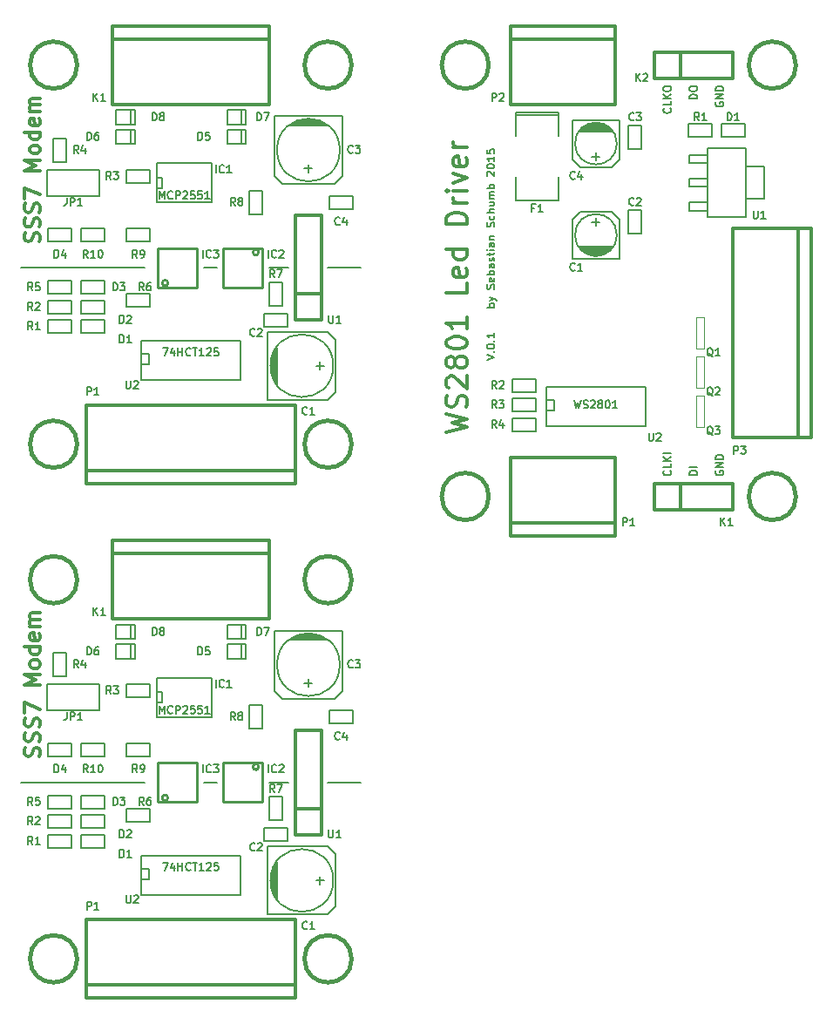
<source format=gto>
G04 This is an RS-274x file exported by *
G04 gerbv version 2.6.1 *
G04 More information is available about gerbv at *
G04 http://gerbv.geda-project.org/ *
G04 --End of header info--*
%MOIN*%
%FSLAX34Y34*%
%IPPOS*%
G04 --Define apertures--*
%ADD10C,0.0059*%
%ADD11C,0.0148*%
%ADD12C,0.0079*%
%ADD13C,0.0050*%
%ADD14C,0.0060*%
%ADD15C,0.0120*%
%ADD16C,0.0150*%
%ADD17C,0.0080*%
%ADD18C,0.0098*%
%ADD19C,0.0074*%
%ADD20C,0.0118*%
%ADD21C,0.0047*%
%ADD22C,0.0059*%
G04 --Start main section--*
G54D11*
G01X0000960Y-008255D02*
G01X0000989Y-008171D01*
G01X0000989Y-008171D02*
G01X0000989Y-008030D01*
G01X0000989Y-008030D02*
G01X0000960Y-007974D01*
G01X0000960Y-007974D02*
G01X0000932Y-007946D01*
G01X0000932Y-007946D02*
G01X0000876Y-007918D01*
G01X0000876Y-007918D02*
G01X0000820Y-007918D01*
G01X0000820Y-007918D02*
G01X0000764Y-007946D01*
G01X0000764Y-007946D02*
G01X0000735Y-007974D01*
G01X0000735Y-007974D02*
G01X0000707Y-008030D01*
G01X0000707Y-008030D02*
G01X0000679Y-008143D01*
G01X0000679Y-008143D02*
G01X0000651Y-008199D01*
G01X0000651Y-008199D02*
G01X0000623Y-008227D01*
G01X0000623Y-008227D02*
G01X0000567Y-008255D01*
G01X0000567Y-008255D02*
G01X0000510Y-008255D01*
G01X0000510Y-008255D02*
G01X0000454Y-008227D01*
G01X0000454Y-008227D02*
G01X0000426Y-008199D01*
G01X0000426Y-008199D02*
G01X0000398Y-008143D01*
G01X0000398Y-008143D02*
G01X0000398Y-008002D01*
G01X0000398Y-008002D02*
G01X0000426Y-007918D01*
G01X0000960Y-007693D02*
G01X0000989Y-007609D01*
G01X0000989Y-007609D02*
G01X0000989Y-007468D01*
G01X0000989Y-007468D02*
G01X0000960Y-007412D01*
G01X0000960Y-007412D02*
G01X0000932Y-007384D01*
G01X0000932Y-007384D02*
G01X0000876Y-007356D01*
G01X0000876Y-007356D02*
G01X0000820Y-007356D01*
G01X0000820Y-007356D02*
G01X0000764Y-007384D01*
G01X0000764Y-007384D02*
G01X0000735Y-007412D01*
G01X0000735Y-007412D02*
G01X0000707Y-007468D01*
G01X0000707Y-007468D02*
G01X0000679Y-007580D01*
G01X0000679Y-007580D02*
G01X0000651Y-007637D01*
G01X0000651Y-007637D02*
G01X0000623Y-007665D01*
G01X0000623Y-007665D02*
G01X0000567Y-007693D01*
G01X0000567Y-007693D02*
G01X0000510Y-007693D01*
G01X0000510Y-007693D02*
G01X0000454Y-007665D01*
G01X0000454Y-007665D02*
G01X0000426Y-007637D01*
G01X0000426Y-007637D02*
G01X0000398Y-007580D01*
G01X0000398Y-007580D02*
G01X0000398Y-007440D01*
G01X0000398Y-007440D02*
G01X0000426Y-007356D01*
G01X0000960Y-007131D02*
G01X0000989Y-007046D01*
G01X0000989Y-007046D02*
G01X0000989Y-006906D01*
G01X0000989Y-006906D02*
G01X0000960Y-006849D01*
G01X0000960Y-006849D02*
G01X0000932Y-006821D01*
G01X0000932Y-006821D02*
G01X0000876Y-006793D01*
G01X0000876Y-006793D02*
G01X0000820Y-006793D01*
G01X0000820Y-006793D02*
G01X0000764Y-006821D01*
G01X0000764Y-006821D02*
G01X0000735Y-006849D01*
G01X0000735Y-006849D02*
G01X0000707Y-006906D01*
G01X0000707Y-006906D02*
G01X0000679Y-007018D01*
G01X0000679Y-007018D02*
G01X0000651Y-007074D01*
G01X0000651Y-007074D02*
G01X0000623Y-007102D01*
G01X0000623Y-007102D02*
G01X0000567Y-007131D01*
G01X0000567Y-007131D02*
G01X0000510Y-007131D01*
G01X0000510Y-007131D02*
G01X0000454Y-007102D01*
G01X0000454Y-007102D02*
G01X0000426Y-007074D01*
G01X0000426Y-007074D02*
G01X0000398Y-007018D01*
G01X0000398Y-007018D02*
G01X0000398Y-006877D01*
G01X0000398Y-006877D02*
G01X0000426Y-006793D01*
G01X0000398Y-006596D02*
G01X0000398Y-006203D01*
G01X0000398Y-006203D02*
G01X0000989Y-006456D01*
G01X0000989Y-005528D02*
G01X0000398Y-005528D01*
G01X0000398Y-005528D02*
G01X0000820Y-005331D01*
G01X0000820Y-005331D02*
G01X0000398Y-005134D01*
G01X0000398Y-005134D02*
G01X0000989Y-005134D01*
G01X0000989Y-004768D02*
G01X0000960Y-004825D01*
G01X0000960Y-004825D02*
G01X0000932Y-004853D01*
G01X0000932Y-004853D02*
G01X0000876Y-004881D01*
G01X0000876Y-004881D02*
G01X0000707Y-004881D01*
G01X0000707Y-004881D02*
G01X0000651Y-004853D01*
G01X0000651Y-004853D02*
G01X0000623Y-004825D01*
G01X0000623Y-004825D02*
G01X0000595Y-004768D01*
G01X0000595Y-004768D02*
G01X0000595Y-004684D01*
G01X0000595Y-004684D02*
G01X0000623Y-004628D01*
G01X0000623Y-004628D02*
G01X0000651Y-004600D01*
G01X0000651Y-004600D02*
G01X0000707Y-004571D01*
G01X0000707Y-004571D02*
G01X0000876Y-004571D01*
G01X0000876Y-004571D02*
G01X0000932Y-004600D01*
G01X0000932Y-004600D02*
G01X0000960Y-004628D01*
G01X0000960Y-004628D02*
G01X0000989Y-004684D01*
G01X0000989Y-004684D02*
G01X0000989Y-004768D01*
G01X0000989Y-004065D02*
G01X0000398Y-004065D01*
G01X0000960Y-004065D02*
G01X0000989Y-004122D01*
G01X0000989Y-004122D02*
G01X0000989Y-004234D01*
G01X0000989Y-004234D02*
G01X0000960Y-004290D01*
G01X0000960Y-004290D02*
G01X0000932Y-004318D01*
G01X0000932Y-004318D02*
G01X0000876Y-004347D01*
G01X0000876Y-004347D02*
G01X0000707Y-004347D01*
G01X0000707Y-004347D02*
G01X0000651Y-004318D01*
G01X0000651Y-004318D02*
G01X0000623Y-004290D01*
G01X0000623Y-004290D02*
G01X0000595Y-004234D01*
G01X0000595Y-004234D02*
G01X0000595Y-004122D01*
G01X0000595Y-004122D02*
G01X0000623Y-004065D01*
G01X0000960Y-003559D02*
G01X0000989Y-003615D01*
G01X0000989Y-003615D02*
G01X0000989Y-003728D01*
G01X0000989Y-003728D02*
G01X0000960Y-003784D01*
G01X0000960Y-003784D02*
G01X0000904Y-003812D01*
G01X0000904Y-003812D02*
G01X0000679Y-003812D01*
G01X0000679Y-003812D02*
G01X0000623Y-003784D01*
G01X0000623Y-003784D02*
G01X0000595Y-003728D01*
G01X0000595Y-003728D02*
G01X0000595Y-003615D01*
G01X0000595Y-003615D02*
G01X0000623Y-003559D01*
G01X0000623Y-003559D02*
G01X0000679Y-003531D01*
G01X0000679Y-003531D02*
G01X0000735Y-003531D01*
G01X0000735Y-003531D02*
G01X0000792Y-003812D01*
G01X0000989Y-003278D02*
G01X0000595Y-003278D01*
G01X0000651Y-003278D02*
G01X0000623Y-003250D01*
G01X0000623Y-003250D02*
G01X0000595Y-003194D01*
G01X0000595Y-003194D02*
G01X0000595Y-003109D01*
G01X0000595Y-003109D02*
G01X0000623Y-003053D01*
G01X0000623Y-003053D02*
G01X0000679Y-003025D01*
G01X0000679Y-003025D02*
G01X0000989Y-003025D01*
G01X0000679Y-003025D02*
G01X0000623Y-002997D01*
G01X0000623Y-002997D02*
G01X0000595Y-002940D01*
G01X0000595Y-002940D02*
G01X0000595Y-002856D01*
G01X0000595Y-002856D02*
G01X0000623Y-002800D01*
G01X0000623Y-002800D02*
G01X0000679Y-002772D01*
G01X0000679Y-002772D02*
G01X0000989Y-002772D01*
G54D12*
G01X0012000Y-009250D02*
G01X0013250Y-009250D01*
G01X0009750Y-009250D02*
G01X0010500Y-009250D01*
G01X0007250Y-009250D02*
G01X0007750Y-009250D01*
G01X0000250Y-009250D02*
G01X0005000Y-009250D01*
G54D13*
G01X0005450Y-006700D02*
G01X0005450Y-006750D01*
G01X0005450Y-006750D02*
G01X0007550Y-006750D01*
G01X0007550Y-005250D02*
G01X0005450Y-005250D01*
G01X0005450Y-005250D02*
G01X0005450Y-006700D01*
G01X0005450Y-005800D02*
G01X0005650Y-005800D01*
G01X0005650Y-005800D02*
G01X0005650Y-006200D01*
G01X0005650Y-006200D02*
G01X0005450Y-006200D01*
G01X0007550Y-005250D02*
G01X0007550Y-006750D01*
G01X0005200Y-006000D02*
G01X0004300Y-006000D01*
G01X0004300Y-006000D02*
G01X0004300Y-005500D01*
G01X0004300Y-005500D02*
G01X0005200Y-005500D01*
G01X0005200Y-005500D02*
G01X0005200Y-006000D01*
G01X0001300Y-010500D02*
G01X0002200Y-010500D01*
G01X0002200Y-010500D02*
G01X0002200Y-011000D01*
G01X0002200Y-011000D02*
G01X0001300Y-011000D01*
G01X0001300Y-011000D02*
G01X0001300Y-010500D01*
G01X0002550Y-011250D02*
G01X0003450Y-011250D01*
G01X0003450Y-011250D02*
G01X0003450Y-011750D01*
G01X0003450Y-011750D02*
G01X0002550Y-011750D01*
G01X0002550Y-011750D02*
G01X0002550Y-011250D01*
G01X0002550Y-010500D02*
G01X0003450Y-010500D01*
G01X0003450Y-010500D02*
G01X0003450Y-011000D01*
G01X0003450Y-011000D02*
G01X0002550Y-011000D01*
G01X0002550Y-011000D02*
G01X0002550Y-010500D01*
G01X0001500Y-005200D02*
G01X0001500Y-004300D01*
G01X0001500Y-004300D02*
G01X0002000Y-004300D01*
G01X0002000Y-004300D02*
G01X0002000Y-005200D01*
G01X0002000Y-005200D02*
G01X0001500Y-005200D01*
G01X0009550Y-011000D02*
G01X0010450Y-011000D01*
G01X0010450Y-011000D02*
G01X0010450Y-011500D01*
G01X0010450Y-011500D02*
G01X0009550Y-011500D01*
G01X0009550Y-011500D02*
G01X0009550Y-011000D01*
G01X0001300Y-009750D02*
G01X0002200Y-009750D01*
G01X0002200Y-009750D02*
G01X0002200Y-010250D01*
G01X0002200Y-010250D02*
G01X0001300Y-010250D01*
G01X0001300Y-010250D02*
G01X0001300Y-009750D01*
G01X0002550Y-009750D02*
G01X0003450Y-009750D01*
G01X0003450Y-009750D02*
G01X0003450Y-010250D01*
G01X0003450Y-010250D02*
G01X0002550Y-010250D01*
G01X0002550Y-010250D02*
G01X0002550Y-009750D01*
G54D14*
G01X0003250Y-005500D02*
G01X0003250Y-006500D01*
G01X0003250Y-006500D02*
G01X0001250Y-006500D01*
G01X0001250Y-006500D02*
G01X0001250Y-005500D01*
G01X0001250Y-005500D02*
G01X0003250Y-005500D01*
G54D13*
G01X0009850Y-012700D02*
G01X0009850Y-013300D01*
G01X0009900Y-013450D02*
G01X0009900Y-012550D01*
G01X0009950Y-012450D02*
G01X0009950Y-013550D01*
G01X0010000Y-013650D02*
G01X0010000Y-012350D01*
G01X0010050Y-012300D02*
G01X0010050Y-013700D01*
G01X0012200Y-013000D02*
G75*
G03X0012200Y-013000I-001200J0000000D01*
G01X0009700Y-011700D02*
G01X0009700Y-014300D01*
G01X0009700Y-014300D02*
G01X0012000Y-014300D01*
G01X0012000Y-014300D02*
G01X0012300Y-014000D01*
G01X0012300Y-014000D02*
G01X0012300Y-012000D01*
G01X0012300Y-012000D02*
G01X0012000Y-011700D01*
G01X0012000Y-011700D02*
G01X0009700Y-011700D01*
G01X0011850Y-013000D02*
G01X0011550Y-013000D01*
G01X0011700Y-012850D02*
G01X0011700Y-013150D01*
G54D15*
G01X0002750Y-014500D02*
G01X0002750Y-017500D01*
G01X0010750Y-017500D02*
G01X0010750Y-014500D01*
G01X0010750Y-017000D02*
G01X0002750Y-017000D01*
G01X0002750Y-014500D02*
G01X0010750Y-014500D01*
G01X0002750Y-017500D02*
G01X0010750Y-017500D01*
G01X0009750Y0000000D02*
G01X0009750Y-003000D01*
G01X0003750Y0000000D02*
G01X0003750Y-003000D01*
G01X0009750Y-000500D02*
G01X0003750Y-000500D01*
G01X0009750Y-003000D02*
G01X0003750Y-003000D01*
G01X0009750Y0000000D02*
G01X0003750Y0000000D01*
G54D13*
G01X0001300Y-011250D02*
G01X0002200Y-011250D01*
G01X0002200Y-011250D02*
G01X0002200Y-011750D01*
G01X0002200Y-011750D02*
G01X0001300Y-011750D01*
G01X0001300Y-011750D02*
G01X0001300Y-011250D01*
G54D16*
G01X0012900Y-016000D02*
G75*
G03X0012900Y-016000I-000900J0000000D01*
G01X0002400Y-016000D02*
G75*
G03X0002400Y-016000I-000900J0000000D01*
G01X0012900Y-001500D02*
G75*
G03X0012900Y-001500I-000900J0000000D01*
G01X0002400Y-001500D02*
G75*
G03X0002400Y-001500I-000900J0000000D01*
G54D13*
G01X0009500Y-006300D02*
G01X0009500Y-007200D01*
G01X0009500Y-007200D02*
G01X0009000Y-007200D01*
G01X0009000Y-007200D02*
G01X0009000Y-006300D01*
G01X0009000Y-006300D02*
G01X0009500Y-006300D01*
G01X0004300Y-007750D02*
G01X0005200Y-007750D01*
G01X0005200Y-007750D02*
G01X0005200Y-008250D01*
G01X0005200Y-008250D02*
G01X0004300Y-008250D01*
G01X0004300Y-008250D02*
G01X0004300Y-007750D01*
G01X0010250Y-009800D02*
G01X0010250Y-010700D01*
G01X0010250Y-010700D02*
G01X0009750Y-010700D01*
G01X0009750Y-010700D02*
G01X0009750Y-009800D01*
G01X0009750Y-009800D02*
G01X0010250Y-009800D01*
G01X0004300Y-010250D02*
G01X0005200Y-010250D01*
G01X0005200Y-010250D02*
G01X0005200Y-010750D01*
G01X0005200Y-010750D02*
G01X0004300Y-010750D01*
G01X0004300Y-010750D02*
G01X0004300Y-010250D01*
G01X0012050Y-006500D02*
G01X0012950Y-006500D01*
G01X0012950Y-006500D02*
G01X0012950Y-007000D01*
G01X0012950Y-007000D02*
G01X0012050Y-007000D01*
G01X0012050Y-007000D02*
G01X0012050Y-006500D01*
G01X0003450Y-008250D02*
G01X0002550Y-008250D01*
G01X0002550Y-008250D02*
G01X0002550Y-007750D01*
G01X0002550Y-007750D02*
G01X0003450Y-007750D01*
G01X0003450Y-007750D02*
G01X0003450Y-008250D01*
G01X0002200Y-008250D02*
G01X0001300Y-008250D01*
G01X0001300Y-008250D02*
G01X0001300Y-007750D01*
G01X0001300Y-007750D02*
G01X0002200Y-007750D01*
G01X0002200Y-007750D02*
G01X0002200Y-008250D01*
G54D15*
G01X0010750Y-011250D02*
G01X0010750Y-011250D01*
G01X0011750Y-011250D02*
G01X0010750Y-011250D01*
G01X0010750Y-011250D02*
G01X0010750Y-011250D01*
G01X0010750Y-011250D02*
G01X0010750Y-007250D01*
G01X0010750Y-007250D02*
G01X0011750Y-007250D01*
G01X0011750Y-007250D02*
G01X0011750Y-011250D01*
G01X0011750Y-010250D02*
G01X0010750Y-010250D01*
G54D13*
G01X0011550Y-003600D02*
G01X0010950Y-003600D01*
G01X0010800Y-003650D02*
G01X0011700Y-003650D01*
G01X0011800Y-003700D02*
G01X0010700Y-003700D01*
G01X0010600Y-003750D02*
G01X0011900Y-003750D01*
G01X0011950Y-003800D02*
G01X0010550Y-003800D01*
G01X0012450Y-004750D02*
G75*
G03X0012450Y-004750I-001200J0000000D01*
G01X0012550Y-003450D02*
G01X0009950Y-003450D01*
G01X0009950Y-003450D02*
G01X0009950Y-005750D01*
G01X0009950Y-005750D02*
G01X0010250Y-006050D01*
G01X0010250Y-006050D02*
G01X0012250Y-006050D01*
G01X0012250Y-006050D02*
G01X0012550Y-005750D01*
G01X0012550Y-005750D02*
G01X0012550Y-003450D01*
G01X0011250Y-005600D02*
G01X0011250Y-005300D01*
G01X0011400Y-005450D02*
G01X0011100Y-005450D01*
G54D17*
G01X0004850Y-012050D02*
G01X0008650Y-012050D01*
G01X0008650Y-012050D02*
G01X0008650Y-013550D01*
G01X0008650Y-013550D02*
G01X0004850Y-013550D01*
G01X0004850Y-013550D02*
G01X0004850Y-012050D01*
G01X0004850Y-012550D02*
G01X0005150Y-012550D01*
G01X0005150Y-012550D02*
G01X0005150Y-012950D01*
G01X0005150Y-012950D02*
G01X0004850Y-012950D01*
G54D13*
G01X0008697Y-003974D02*
G01X0008697Y-004526D01*
G01X0008854Y-003974D02*
G01X0008146Y-003974D01*
G01X0008146Y-003974D02*
G01X0008146Y-004526D01*
G01X0008146Y-004526D02*
G01X0008854Y-004526D01*
G01X0008854Y-004526D02*
G01X0008854Y-003974D01*
G01X0008697Y-003224D02*
G01X0008697Y-003776D01*
G01X0008854Y-003224D02*
G01X0008146Y-003224D01*
G01X0008146Y-003224D02*
G01X0008146Y-003776D01*
G01X0008146Y-003776D02*
G01X0008854Y-003776D01*
G01X0008854Y-003776D02*
G01X0008854Y-003224D01*
G01X0004447Y-003974D02*
G01X0004447Y-004526D01*
G01X0004604Y-003974D02*
G01X0003896Y-003974D01*
G01X0003896Y-003974D02*
G01X0003896Y-004526D01*
G01X0003896Y-004526D02*
G01X0004604Y-004526D01*
G01X0004604Y-004526D02*
G01X0004604Y-003974D01*
G01X0004447Y-003224D02*
G01X0004447Y-003776D01*
G01X0004604Y-003224D02*
G01X0003896Y-003224D01*
G01X0003896Y-003224D02*
G01X0003896Y-003776D01*
G01X0003896Y-003776D02*
G01X0004604Y-003776D01*
G01X0004604Y-003776D02*
G01X0004604Y-003224D01*
G54D18*
G01X0005500Y-010000D02*
G01X0005500Y-008500D01*
G01X0005500Y-008500D02*
G01X0007000Y-008500D01*
G01X0007000Y-008500D02*
G01X0007000Y-010000D01*
G01X0007000Y-010000D02*
G01X0005500Y-010000D01*
G01X0005875Y-009840D02*
G75*
G03X0005875Y-009840I-000111J0000000D01*
G01X0009500Y-008500D02*
G01X0009500Y-010000D01*
G01X0009500Y-010000D02*
G01X0008000Y-010000D01*
G01X0008000Y-010000D02*
G01X0008000Y-008500D01*
G01X0008000Y-008500D02*
G01X0009500Y-008500D01*
G01X0009347Y-008659D02*
G75*
G03X0009347Y-008659I-000111J0000000D01*
G54D19*
G01X0007711Y-005619D02*
G01X0007711Y-005324D01*
G01X0008021Y-005591D02*
G01X0008007Y-005605D01*
G01X0008007Y-005605D02*
G01X0007964Y-005619D01*
G01X0007964Y-005619D02*
G01X0007936Y-005619D01*
G01X0007936Y-005619D02*
G01X0007894Y-005605D01*
G01X0007894Y-005605D02*
G01X0007866Y-005577D01*
G01X0007866Y-005577D02*
G01X0007852Y-005549D01*
G01X0007852Y-005549D02*
G01X0007838Y-005492D01*
G01X0007838Y-005492D02*
G01X0007838Y-005450D01*
G01X0007838Y-005450D02*
G01X0007852Y-005394D01*
G01X0007852Y-005394D02*
G01X0007866Y-005366D01*
G01X0007866Y-005366D02*
G01X0007894Y-005338D01*
G01X0007894Y-005338D02*
G01X0007936Y-005324D01*
G01X0007936Y-005324D02*
G01X0007964Y-005324D01*
G01X0007964Y-005324D02*
G01X0008007Y-005338D01*
G01X0008007Y-005338D02*
G01X0008021Y-005352D01*
G01X0008302Y-005619D02*
G01X0008133Y-005619D01*
G01X0008217Y-005619D02*
G01X0008217Y-005324D01*
G01X0008217Y-005324D02*
G01X0008189Y-005366D01*
G01X0008189Y-005366D02*
G01X0008161Y-005394D01*
G01X0008161Y-005394D02*
G01X0008133Y-005408D01*
G01X0005543Y-006619D02*
G01X0005543Y-006324D01*
G01X0005543Y-006324D02*
G01X0005642Y-006535D01*
G01X0005642Y-006535D02*
G01X0005740Y-006324D01*
G01X0005740Y-006324D02*
G01X0005740Y-006619D01*
G01X0006050Y-006591D02*
G01X0006035Y-006605D01*
G01X0006035Y-006605D02*
G01X0005993Y-006619D01*
G01X0005993Y-006619D02*
G01X0005965Y-006619D01*
G01X0005965Y-006619D02*
G01X0005923Y-006605D01*
G01X0005923Y-006605D02*
G01X0005895Y-006577D01*
G01X0005895Y-006577D02*
G01X0005881Y-006549D01*
G01X0005881Y-006549D02*
G01X0005867Y-006492D01*
G01X0005867Y-006492D02*
G01X0005867Y-006450D01*
G01X0005867Y-006450D02*
G01X0005881Y-006394D01*
G01X0005881Y-006394D02*
G01X0005895Y-006366D01*
G01X0005895Y-006366D02*
G01X0005923Y-006338D01*
G01X0005923Y-006338D02*
G01X0005965Y-006324D01*
G01X0005965Y-006324D02*
G01X0005993Y-006324D01*
G01X0005993Y-006324D02*
G01X0006035Y-006338D01*
G01X0006035Y-006338D02*
G01X0006050Y-006352D01*
G01X0006176Y-006619D02*
G01X0006176Y-006324D01*
G01X0006176Y-006324D02*
G01X0006289Y-006324D01*
G01X0006289Y-006324D02*
G01X0006317Y-006338D01*
G01X0006317Y-006338D02*
G01X0006331Y-006352D01*
G01X0006331Y-006352D02*
G01X0006345Y-006380D01*
G01X0006345Y-006380D02*
G01X0006345Y-006422D01*
G01X0006345Y-006422D02*
G01X0006331Y-006450D01*
G01X0006331Y-006450D02*
G01X0006317Y-006464D01*
G01X0006317Y-006464D02*
G01X0006289Y-006478D01*
G01X0006289Y-006478D02*
G01X0006176Y-006478D01*
G01X0006457Y-006352D02*
G01X0006471Y-006338D01*
G01X0006471Y-006338D02*
G01X0006500Y-006324D01*
G01X0006500Y-006324D02*
G01X0006570Y-006324D01*
G01X0006570Y-006324D02*
G01X0006598Y-006338D01*
G01X0006598Y-006338D02*
G01X0006612Y-006352D01*
G01X0006612Y-006352D02*
G01X0006626Y-006380D01*
G01X0006626Y-006380D02*
G01X0006626Y-006408D01*
G01X0006626Y-006408D02*
G01X0006612Y-006450D01*
G01X0006612Y-006450D02*
G01X0006443Y-006619D01*
G01X0006443Y-006619D02*
G01X0006626Y-006619D01*
G01X0006893Y-006324D02*
G01X0006753Y-006324D01*
G01X0006753Y-006324D02*
G01X0006739Y-006464D01*
G01X0006739Y-006464D02*
G01X0006753Y-006450D01*
G01X0006753Y-006450D02*
G01X0006781Y-006436D01*
G01X0006781Y-006436D02*
G01X0006851Y-006436D01*
G01X0006851Y-006436D02*
G01X0006879Y-006450D01*
G01X0006879Y-006450D02*
G01X0006893Y-006464D01*
G01X0006893Y-006464D02*
G01X0006907Y-006492D01*
G01X0006907Y-006492D02*
G01X0006907Y-006563D01*
G01X0006907Y-006563D02*
G01X0006893Y-006591D01*
G01X0006893Y-006591D02*
G01X0006879Y-006605D01*
G01X0006879Y-006605D02*
G01X0006851Y-006619D01*
G01X0006851Y-006619D02*
G01X0006781Y-006619D01*
G01X0006781Y-006619D02*
G01X0006753Y-006605D01*
G01X0006753Y-006605D02*
G01X0006739Y-006591D01*
G01X0007174Y-006324D02*
G01X0007034Y-006324D01*
G01X0007034Y-006324D02*
G01X0007020Y-006464D01*
G01X0007020Y-006464D02*
G01X0007034Y-006450D01*
G01X0007034Y-006450D02*
G01X0007062Y-006436D01*
G01X0007062Y-006436D02*
G01X0007132Y-006436D01*
G01X0007132Y-006436D02*
G01X0007160Y-006450D01*
G01X0007160Y-006450D02*
G01X0007174Y-006464D01*
G01X0007174Y-006464D02*
G01X0007188Y-006492D01*
G01X0007188Y-006492D02*
G01X0007188Y-006563D01*
G01X0007188Y-006563D02*
G01X0007174Y-006591D01*
G01X0007174Y-006591D02*
G01X0007160Y-006605D01*
G01X0007160Y-006605D02*
G01X0007132Y-006619D01*
G01X0007132Y-006619D02*
G01X0007062Y-006619D01*
G01X0007062Y-006619D02*
G01X0007034Y-006605D01*
G01X0007034Y-006605D02*
G01X0007020Y-006591D01*
G01X0007470Y-006619D02*
G01X0007301Y-006619D01*
G01X0007385Y-006619D02*
G01X0007385Y-006324D01*
G01X0007385Y-006324D02*
G01X0007357Y-006366D01*
G01X0007357Y-006366D02*
G01X0007329Y-006394D01*
G01X0007329Y-006394D02*
G01X0007301Y-006408D01*
G01X0003700Y-005869D02*
G01X0003602Y-005728D01*
G01X0003532Y-005869D02*
G01X0003532Y-005574D01*
G01X0003532Y-005574D02*
G01X0003644Y-005574D01*
G01X0003644Y-005574D02*
G01X0003672Y-005588D01*
G01X0003672Y-005588D02*
G01X0003686Y-005602D01*
G01X0003686Y-005602D02*
G01X0003700Y-005630D01*
G01X0003700Y-005630D02*
G01X0003700Y-005672D01*
G01X0003700Y-005672D02*
G01X0003686Y-005700D01*
G01X0003686Y-005700D02*
G01X0003672Y-005714D01*
G01X0003672Y-005714D02*
G01X0003644Y-005728D01*
G01X0003644Y-005728D02*
G01X0003532Y-005728D01*
G01X0003799Y-005574D02*
G01X0003982Y-005574D01*
G01X0003982Y-005574D02*
G01X0003883Y-005686D01*
G01X0003883Y-005686D02*
G01X0003925Y-005686D01*
G01X0003925Y-005686D02*
G01X0003953Y-005700D01*
G01X0003953Y-005700D02*
G01X0003967Y-005714D01*
G01X0003967Y-005714D02*
G01X0003982Y-005742D01*
G01X0003982Y-005742D02*
G01X0003982Y-005813D01*
G01X0003982Y-005813D02*
G01X0003967Y-005841D01*
G01X0003967Y-005841D02*
G01X0003953Y-005855D01*
G01X0003953Y-005855D02*
G01X0003925Y-005869D01*
G01X0003925Y-005869D02*
G01X0003841Y-005869D01*
G01X0003841Y-005869D02*
G01X0003813Y-005855D01*
G01X0003813Y-005855D02*
G01X0003799Y-005841D01*
G01X0000700Y-010869D02*
G01X0000602Y-010728D01*
G01X0000532Y-010869D02*
G01X0000532Y-010574D01*
G01X0000532Y-010574D02*
G01X0000644Y-010574D01*
G01X0000644Y-010574D02*
G01X0000672Y-010588D01*
G01X0000672Y-010588D02*
G01X0000686Y-010602D01*
G01X0000686Y-010602D02*
G01X0000700Y-010630D01*
G01X0000700Y-010630D02*
G01X0000700Y-010672D01*
G01X0000700Y-010672D02*
G01X0000686Y-010700D01*
G01X0000686Y-010700D02*
G01X0000672Y-010714D01*
G01X0000672Y-010714D02*
G01X0000644Y-010728D01*
G01X0000644Y-010728D02*
G01X0000532Y-010728D01*
G01X0000813Y-010602D02*
G01X0000827Y-010588D01*
G01X0000827Y-010588D02*
G01X0000855Y-010574D01*
G01X0000855Y-010574D02*
G01X0000925Y-010574D01*
G01X0000925Y-010574D02*
G01X0000953Y-010588D01*
G01X0000953Y-010588D02*
G01X0000967Y-010602D01*
G01X0000967Y-010602D02*
G01X0000982Y-010630D01*
G01X0000982Y-010630D02*
G01X0000982Y-010658D01*
G01X0000982Y-010658D02*
G01X0000967Y-010700D01*
G01X0000967Y-010700D02*
G01X0000799Y-010869D01*
G01X0000799Y-010869D02*
G01X0000982Y-010869D01*
G01X0004032Y-012119D02*
G01X0004032Y-011824D01*
G01X0004032Y-011824D02*
G01X0004102Y-011824D01*
G01X0004102Y-011824D02*
G01X0004144Y-011838D01*
G01X0004144Y-011838D02*
G01X0004172Y-011866D01*
G01X0004172Y-011866D02*
G01X0004186Y-011894D01*
G01X0004186Y-011894D02*
G01X0004200Y-011950D01*
G01X0004200Y-011950D02*
G01X0004200Y-011992D01*
G01X0004200Y-011992D02*
G01X0004186Y-012049D01*
G01X0004186Y-012049D02*
G01X0004172Y-012077D01*
G01X0004172Y-012077D02*
G01X0004144Y-012105D01*
G01X0004144Y-012105D02*
G01X0004102Y-012119D01*
G01X0004102Y-012119D02*
G01X0004032Y-012119D01*
G01X0004482Y-012119D02*
G01X0004313Y-012119D01*
G01X0004397Y-012119D02*
G01X0004397Y-011824D01*
G01X0004397Y-011824D02*
G01X0004369Y-011866D01*
G01X0004369Y-011866D02*
G01X0004341Y-011894D01*
G01X0004341Y-011894D02*
G01X0004313Y-011908D01*
G01X0004032Y-011369D02*
G01X0004032Y-011074D01*
G01X0004032Y-011074D02*
G01X0004102Y-011074D01*
G01X0004102Y-011074D02*
G01X0004144Y-011088D01*
G01X0004144Y-011088D02*
G01X0004172Y-011116D01*
G01X0004172Y-011116D02*
G01X0004186Y-011144D01*
G01X0004186Y-011144D02*
G01X0004200Y-011200D01*
G01X0004200Y-011200D02*
G01X0004200Y-011242D01*
G01X0004200Y-011242D02*
G01X0004186Y-011299D01*
G01X0004186Y-011299D02*
G01X0004172Y-011327D01*
G01X0004172Y-011327D02*
G01X0004144Y-011355D01*
G01X0004144Y-011355D02*
G01X0004102Y-011369D01*
G01X0004102Y-011369D02*
G01X0004032Y-011369D01*
G01X0004313Y-011102D02*
G01X0004327Y-011088D01*
G01X0004327Y-011088D02*
G01X0004355Y-011074D01*
G01X0004355Y-011074D02*
G01X0004425Y-011074D01*
G01X0004425Y-011074D02*
G01X0004453Y-011088D01*
G01X0004453Y-011088D02*
G01X0004467Y-011102D01*
G01X0004467Y-011102D02*
G01X0004482Y-011130D01*
G01X0004482Y-011130D02*
G01X0004482Y-011158D01*
G01X0004482Y-011158D02*
G01X0004467Y-011200D01*
G01X0004467Y-011200D02*
G01X0004299Y-011369D01*
G01X0004299Y-011369D02*
G01X0004482Y-011369D01*
G01X0002450Y-004869D02*
G01X0002352Y-004728D01*
G01X0002282Y-004869D02*
G01X0002282Y-004574D01*
G01X0002282Y-004574D02*
G01X0002394Y-004574D01*
G01X0002394Y-004574D02*
G01X0002422Y-004588D01*
G01X0002422Y-004588D02*
G01X0002436Y-004602D01*
G01X0002436Y-004602D02*
G01X0002450Y-004630D01*
G01X0002450Y-004630D02*
G01X0002450Y-004672D01*
G01X0002450Y-004672D02*
G01X0002436Y-004700D01*
G01X0002436Y-004700D02*
G01X0002422Y-004714D01*
G01X0002422Y-004714D02*
G01X0002394Y-004728D01*
G01X0002394Y-004728D02*
G01X0002282Y-004728D01*
G01X0002703Y-004672D02*
G01X0002703Y-004869D01*
G01X0002633Y-004560D02*
G01X0002563Y-004771D01*
G01X0002563Y-004771D02*
G01X0002746Y-004771D01*
G01X0009200Y-011841D02*
G01X0009186Y-011855D01*
G01X0009186Y-011855D02*
G01X0009144Y-011869D01*
G01X0009144Y-011869D02*
G01X0009116Y-011869D01*
G01X0009116Y-011869D02*
G01X0009074Y-011855D01*
G01X0009074Y-011855D02*
G01X0009046Y-011827D01*
G01X0009046Y-011827D02*
G01X0009032Y-011799D01*
G01X0009032Y-011799D02*
G01X0009017Y-011742D01*
G01X0009017Y-011742D02*
G01X0009017Y-011700D01*
G01X0009017Y-011700D02*
G01X0009032Y-011644D01*
G01X0009032Y-011644D02*
G01X0009046Y-011616D01*
G01X0009046Y-011616D02*
G01X0009074Y-011588D01*
G01X0009074Y-011588D02*
G01X0009116Y-011574D01*
G01X0009116Y-011574D02*
G01X0009144Y-011574D01*
G01X0009144Y-011574D02*
G01X0009186Y-011588D01*
G01X0009186Y-011588D02*
G01X0009200Y-011602D01*
G01X0009313Y-011602D02*
G01X0009327Y-011588D01*
G01X0009327Y-011588D02*
G01X0009355Y-011574D01*
G01X0009355Y-011574D02*
G01X0009425Y-011574D01*
G01X0009425Y-011574D02*
G01X0009453Y-011588D01*
G01X0009453Y-011588D02*
G01X0009467Y-011602D01*
G01X0009467Y-011602D02*
G01X0009482Y-011630D01*
G01X0009482Y-011630D02*
G01X0009482Y-011658D01*
G01X0009482Y-011658D02*
G01X0009467Y-011700D01*
G01X0009467Y-011700D02*
G01X0009299Y-011869D01*
G01X0009299Y-011869D02*
G01X0009482Y-011869D01*
G01X0000700Y-010119D02*
G01X0000602Y-009978D01*
G01X0000532Y-010119D02*
G01X0000532Y-009824D01*
G01X0000532Y-009824D02*
G01X0000644Y-009824D01*
G01X0000644Y-009824D02*
G01X0000672Y-009838D01*
G01X0000672Y-009838D02*
G01X0000686Y-009852D01*
G01X0000686Y-009852D02*
G01X0000700Y-009880D01*
G01X0000700Y-009880D02*
G01X0000700Y-009922D01*
G01X0000700Y-009922D02*
G01X0000686Y-009950D01*
G01X0000686Y-009950D02*
G01X0000672Y-009964D01*
G01X0000672Y-009964D02*
G01X0000644Y-009978D01*
G01X0000644Y-009978D02*
G01X0000532Y-009978D01*
G01X0000967Y-009824D02*
G01X0000827Y-009824D01*
G01X0000827Y-009824D02*
G01X0000813Y-009964D01*
G01X0000813Y-009964D02*
G01X0000827Y-009950D01*
G01X0000827Y-009950D02*
G01X0000855Y-009936D01*
G01X0000855Y-009936D02*
G01X0000925Y-009936D01*
G01X0000925Y-009936D02*
G01X0000953Y-009950D01*
G01X0000953Y-009950D02*
G01X0000967Y-009964D01*
G01X0000967Y-009964D02*
G01X0000982Y-009992D01*
G01X0000982Y-009992D02*
G01X0000982Y-010063D01*
G01X0000982Y-010063D02*
G01X0000967Y-010091D01*
G01X0000967Y-010091D02*
G01X0000953Y-010105D01*
G01X0000953Y-010105D02*
G01X0000925Y-010119D01*
G01X0000925Y-010119D02*
G01X0000855Y-010119D01*
G01X0000855Y-010119D02*
G01X0000827Y-010105D01*
G01X0000827Y-010105D02*
G01X0000813Y-010091D01*
G01X0003782Y-010119D02*
G01X0003782Y-009824D01*
G01X0003782Y-009824D02*
G01X0003852Y-009824D01*
G01X0003852Y-009824D02*
G01X0003894Y-009838D01*
G01X0003894Y-009838D02*
G01X0003922Y-009866D01*
G01X0003922Y-009866D02*
G01X0003936Y-009894D01*
G01X0003936Y-009894D02*
G01X0003950Y-009950D01*
G01X0003950Y-009950D02*
G01X0003950Y-009992D01*
G01X0003950Y-009992D02*
G01X0003936Y-010049D01*
G01X0003936Y-010049D02*
G01X0003922Y-010077D01*
G01X0003922Y-010077D02*
G01X0003894Y-010105D01*
G01X0003894Y-010105D02*
G01X0003852Y-010119D01*
G01X0003852Y-010119D02*
G01X0003782Y-010119D01*
G01X0004049Y-009824D02*
G01X0004232Y-009824D01*
G01X0004232Y-009824D02*
G01X0004133Y-009936D01*
G01X0004133Y-009936D02*
G01X0004175Y-009936D01*
G01X0004175Y-009936D02*
G01X0004203Y-009950D01*
G01X0004203Y-009950D02*
G01X0004217Y-009964D01*
G01X0004217Y-009964D02*
G01X0004232Y-009992D01*
G01X0004232Y-009992D02*
G01X0004232Y-010063D01*
G01X0004232Y-010063D02*
G01X0004217Y-010091D01*
G01X0004217Y-010091D02*
G01X0004203Y-010105D01*
G01X0004203Y-010105D02*
G01X0004175Y-010119D01*
G01X0004175Y-010119D02*
G01X0004091Y-010119D01*
G01X0004091Y-010119D02*
G01X0004063Y-010105D01*
G01X0004063Y-010105D02*
G01X0004049Y-010091D01*
G01X0002003Y-006574D02*
G01X0002003Y-006785D01*
G01X0002003Y-006785D02*
G01X0001989Y-006827D01*
G01X0001989Y-006827D02*
G01X0001961Y-006855D01*
G01X0001961Y-006855D02*
G01X0001919Y-006869D01*
G01X0001919Y-006869D02*
G01X0001891Y-006869D01*
G01X0002144Y-006869D02*
G01X0002144Y-006574D01*
G01X0002144Y-006574D02*
G01X0002257Y-006574D01*
G01X0002257Y-006574D02*
G01X0002285Y-006588D01*
G01X0002285Y-006588D02*
G01X0002299Y-006602D01*
G01X0002299Y-006602D02*
G01X0002313Y-006630D01*
G01X0002313Y-006630D02*
G01X0002313Y-006672D01*
G01X0002313Y-006672D02*
G01X0002299Y-006700D01*
G01X0002299Y-006700D02*
G01X0002285Y-006714D01*
G01X0002285Y-006714D02*
G01X0002257Y-006728D01*
G01X0002257Y-006728D02*
G01X0002144Y-006728D01*
G01X0002594Y-006869D02*
G01X0002425Y-006869D01*
G01X0002510Y-006869D02*
G01X0002510Y-006574D01*
G01X0002510Y-006574D02*
G01X0002482Y-006616D01*
G01X0002482Y-006616D02*
G01X0002453Y-006644D01*
G01X0002453Y-006644D02*
G01X0002425Y-006658D01*
G01X0011200Y-014841D02*
G01X0011186Y-014855D01*
G01X0011186Y-014855D02*
G01X0011144Y-014869D01*
G01X0011144Y-014869D02*
G01X0011116Y-014869D01*
G01X0011116Y-014869D02*
G01X0011074Y-014855D01*
G01X0011074Y-014855D02*
G01X0011046Y-014827D01*
G01X0011046Y-014827D02*
G01X0011032Y-014799D01*
G01X0011032Y-014799D02*
G01X0011017Y-014742D01*
G01X0011017Y-014742D02*
G01X0011017Y-014700D01*
G01X0011017Y-014700D02*
G01X0011032Y-014644D01*
G01X0011032Y-014644D02*
G01X0011046Y-014616D01*
G01X0011046Y-014616D02*
G01X0011074Y-014588D01*
G01X0011074Y-014588D02*
G01X0011116Y-014574D01*
G01X0011116Y-014574D02*
G01X0011144Y-014574D01*
G01X0011144Y-014574D02*
G01X0011186Y-014588D01*
G01X0011186Y-014588D02*
G01X0011200Y-014602D01*
G01X0011482Y-014869D02*
G01X0011313Y-014869D01*
G01X0011397Y-014869D02*
G01X0011397Y-014574D01*
G01X0011397Y-014574D02*
G01X0011369Y-014616D01*
G01X0011369Y-014616D02*
G01X0011341Y-014644D01*
G01X0011341Y-014644D02*
G01X0011313Y-014658D01*
G01X0002782Y-014119D02*
G01X0002782Y-013824D01*
G01X0002782Y-013824D02*
G01X0002894Y-013824D01*
G01X0002894Y-013824D02*
G01X0002922Y-013838D01*
G01X0002922Y-013838D02*
G01X0002936Y-013852D01*
G01X0002936Y-013852D02*
G01X0002950Y-013880D01*
G01X0002950Y-013880D02*
G01X0002950Y-013922D01*
G01X0002950Y-013922D02*
G01X0002936Y-013950D01*
G01X0002936Y-013950D02*
G01X0002922Y-013964D01*
G01X0002922Y-013964D02*
G01X0002894Y-013978D01*
G01X0002894Y-013978D02*
G01X0002782Y-013978D01*
G01X0003232Y-014119D02*
G01X0003063Y-014119D01*
G01X0003147Y-014119D02*
G01X0003147Y-013824D01*
G01X0003147Y-013824D02*
G01X0003119Y-013866D01*
G01X0003119Y-013866D02*
G01X0003091Y-013894D01*
G01X0003091Y-013894D02*
G01X0003063Y-013908D01*
G01X0003032Y-002869D02*
G01X0003032Y-002574D01*
G01X0003200Y-002869D02*
G01X0003074Y-002700D01*
G01X0003200Y-002574D02*
G01X0003032Y-002742D01*
G01X0003482Y-002869D02*
G01X0003313Y-002869D01*
G01X0003397Y-002869D02*
G01X0003397Y-002574D01*
G01X0003397Y-002574D02*
G01X0003369Y-002616D01*
G01X0003369Y-002616D02*
G01X0003341Y-002644D01*
G01X0003341Y-002644D02*
G01X0003313Y-002658D01*
G01X0000700Y-011619D02*
G01X0000602Y-011478D01*
G01X0000532Y-011619D02*
G01X0000532Y-011324D01*
G01X0000532Y-011324D02*
G01X0000644Y-011324D01*
G01X0000644Y-011324D02*
G01X0000672Y-011338D01*
G01X0000672Y-011338D02*
G01X0000686Y-011352D01*
G01X0000686Y-011352D02*
G01X0000700Y-011380D01*
G01X0000700Y-011380D02*
G01X0000700Y-011422D01*
G01X0000700Y-011422D02*
G01X0000686Y-011450D01*
G01X0000686Y-011450D02*
G01X0000672Y-011464D01*
G01X0000672Y-011464D02*
G01X0000644Y-011478D01*
G01X0000644Y-011478D02*
G01X0000532Y-011478D01*
G01X0000982Y-011619D02*
G01X0000813Y-011619D01*
G01X0000897Y-011619D02*
G01X0000897Y-011324D01*
G01X0000897Y-011324D02*
G01X0000869Y-011366D01*
G01X0000869Y-011366D02*
G01X0000841Y-011394D01*
G01X0000841Y-011394D02*
G01X0000813Y-011408D01*
G01X0008450Y-006869D02*
G01X0008352Y-006728D01*
G01X0008282Y-006869D02*
G01X0008282Y-006574D01*
G01X0008282Y-006574D02*
G01X0008394Y-006574D01*
G01X0008394Y-006574D02*
G01X0008422Y-006588D01*
G01X0008422Y-006588D02*
G01X0008436Y-006602D01*
G01X0008436Y-006602D02*
G01X0008450Y-006630D01*
G01X0008450Y-006630D02*
G01X0008450Y-006672D01*
G01X0008450Y-006672D02*
G01X0008436Y-006700D01*
G01X0008436Y-006700D02*
G01X0008422Y-006714D01*
G01X0008422Y-006714D02*
G01X0008394Y-006728D01*
G01X0008394Y-006728D02*
G01X0008282Y-006728D01*
G01X0008619Y-006700D02*
G01X0008591Y-006686D01*
G01X0008591Y-006686D02*
G01X0008577Y-006672D01*
G01X0008577Y-006672D02*
G01X0008563Y-006644D01*
G01X0008563Y-006644D02*
G01X0008563Y-006630D01*
G01X0008563Y-006630D02*
G01X0008577Y-006602D01*
G01X0008577Y-006602D02*
G01X0008591Y-006588D01*
G01X0008591Y-006588D02*
G01X0008619Y-006574D01*
G01X0008619Y-006574D02*
G01X0008675Y-006574D01*
G01X0008675Y-006574D02*
G01X0008703Y-006588D01*
G01X0008703Y-006588D02*
G01X0008717Y-006602D01*
G01X0008717Y-006602D02*
G01X0008732Y-006630D01*
G01X0008732Y-006630D02*
G01X0008732Y-006644D01*
G01X0008732Y-006644D02*
G01X0008717Y-006672D01*
G01X0008717Y-006672D02*
G01X0008703Y-006686D01*
G01X0008703Y-006686D02*
G01X0008675Y-006700D01*
G01X0008675Y-006700D02*
G01X0008619Y-006700D01*
G01X0008619Y-006700D02*
G01X0008591Y-006714D01*
G01X0008591Y-006714D02*
G01X0008577Y-006728D01*
G01X0008577Y-006728D02*
G01X0008563Y-006757D01*
G01X0008563Y-006757D02*
G01X0008563Y-006813D01*
G01X0008563Y-006813D02*
G01X0008577Y-006841D01*
G01X0008577Y-006841D02*
G01X0008591Y-006855D01*
G01X0008591Y-006855D02*
G01X0008619Y-006869D01*
G01X0008619Y-006869D02*
G01X0008675Y-006869D01*
G01X0008675Y-006869D02*
G01X0008703Y-006855D01*
G01X0008703Y-006855D02*
G01X0008717Y-006841D01*
G01X0008717Y-006841D02*
G01X0008732Y-006813D01*
G01X0008732Y-006813D02*
G01X0008732Y-006757D01*
G01X0008732Y-006757D02*
G01X0008717Y-006728D01*
G01X0008717Y-006728D02*
G01X0008703Y-006714D01*
G01X0008703Y-006714D02*
G01X0008675Y-006700D01*
G01X0004700Y-008869D02*
G01X0004602Y-008728D01*
G01X0004532Y-008869D02*
G01X0004532Y-008574D01*
G01X0004532Y-008574D02*
G01X0004644Y-008574D01*
G01X0004644Y-008574D02*
G01X0004672Y-008588D01*
G01X0004672Y-008588D02*
G01X0004686Y-008602D01*
G01X0004686Y-008602D02*
G01X0004700Y-008630D01*
G01X0004700Y-008630D02*
G01X0004700Y-008672D01*
G01X0004700Y-008672D02*
G01X0004686Y-008700D01*
G01X0004686Y-008700D02*
G01X0004672Y-008714D01*
G01X0004672Y-008714D02*
G01X0004644Y-008728D01*
G01X0004644Y-008728D02*
G01X0004532Y-008728D01*
G01X0004841Y-008869D02*
G01X0004897Y-008869D01*
G01X0004897Y-008869D02*
G01X0004925Y-008855D01*
G01X0004925Y-008855D02*
G01X0004939Y-008841D01*
G01X0004939Y-008841D02*
G01X0004967Y-008799D01*
G01X0004967Y-008799D02*
G01X0004982Y-008742D01*
G01X0004982Y-008742D02*
G01X0004982Y-008630D01*
G01X0004982Y-008630D02*
G01X0004967Y-008602D01*
G01X0004967Y-008602D02*
G01X0004953Y-008588D01*
G01X0004953Y-008588D02*
G01X0004925Y-008574D01*
G01X0004925Y-008574D02*
G01X0004869Y-008574D01*
G01X0004869Y-008574D02*
G01X0004841Y-008588D01*
G01X0004841Y-008588D02*
G01X0004827Y-008602D01*
G01X0004827Y-008602D02*
G01X0004813Y-008630D01*
G01X0004813Y-008630D02*
G01X0004813Y-008700D01*
G01X0004813Y-008700D02*
G01X0004827Y-008728D01*
G01X0004827Y-008728D02*
G01X0004841Y-008742D01*
G01X0004841Y-008742D02*
G01X0004869Y-008757D01*
G01X0004869Y-008757D02*
G01X0004925Y-008757D01*
G01X0004925Y-008757D02*
G01X0004953Y-008742D01*
G01X0004953Y-008742D02*
G01X0004967Y-008728D01*
G01X0004967Y-008728D02*
G01X0004982Y-008700D01*
G01X0009950Y-009619D02*
G01X0009852Y-009478D01*
G01X0009782Y-009619D02*
G01X0009782Y-009324D01*
G01X0009782Y-009324D02*
G01X0009894Y-009324D01*
G01X0009894Y-009324D02*
G01X0009922Y-009338D01*
G01X0009922Y-009338D02*
G01X0009936Y-009352D01*
G01X0009936Y-009352D02*
G01X0009950Y-009380D01*
G01X0009950Y-009380D02*
G01X0009950Y-009422D01*
G01X0009950Y-009422D02*
G01X0009936Y-009450D01*
G01X0009936Y-009450D02*
G01X0009922Y-009464D01*
G01X0009922Y-009464D02*
G01X0009894Y-009478D01*
G01X0009894Y-009478D02*
G01X0009782Y-009478D01*
G01X0010049Y-009324D02*
G01X0010246Y-009324D01*
G01X0010246Y-009324D02*
G01X0010119Y-009619D01*
G01X0004950Y-010119D02*
G01X0004852Y-009978D01*
G01X0004782Y-010119D02*
G01X0004782Y-009824D01*
G01X0004782Y-009824D02*
G01X0004894Y-009824D01*
G01X0004894Y-009824D02*
G01X0004922Y-009838D01*
G01X0004922Y-009838D02*
G01X0004936Y-009852D01*
G01X0004936Y-009852D02*
G01X0004950Y-009880D01*
G01X0004950Y-009880D02*
G01X0004950Y-009922D01*
G01X0004950Y-009922D02*
G01X0004936Y-009950D01*
G01X0004936Y-009950D02*
G01X0004922Y-009964D01*
G01X0004922Y-009964D02*
G01X0004894Y-009978D01*
G01X0004894Y-009978D02*
G01X0004782Y-009978D01*
G01X0005203Y-009824D02*
G01X0005147Y-009824D01*
G01X0005147Y-009824D02*
G01X0005119Y-009838D01*
G01X0005119Y-009838D02*
G01X0005105Y-009852D01*
G01X0005105Y-009852D02*
G01X0005077Y-009894D01*
G01X0005077Y-009894D02*
G01X0005063Y-009950D01*
G01X0005063Y-009950D02*
G01X0005063Y-010063D01*
G01X0005063Y-010063D02*
G01X0005077Y-010091D01*
G01X0005077Y-010091D02*
G01X0005091Y-010105D01*
G01X0005091Y-010105D02*
G01X0005119Y-010119D01*
G01X0005119Y-010119D02*
G01X0005175Y-010119D01*
G01X0005175Y-010119D02*
G01X0005203Y-010105D01*
G01X0005203Y-010105D02*
G01X0005217Y-010091D01*
G01X0005217Y-010091D02*
G01X0005232Y-010063D01*
G01X0005232Y-010063D02*
G01X0005232Y-009992D01*
G01X0005232Y-009992D02*
G01X0005217Y-009964D01*
G01X0005217Y-009964D02*
G01X0005203Y-009950D01*
G01X0005203Y-009950D02*
G01X0005175Y-009936D01*
G01X0005175Y-009936D02*
G01X0005119Y-009936D01*
G01X0005119Y-009936D02*
G01X0005091Y-009950D01*
G01X0005091Y-009950D02*
G01X0005077Y-009964D01*
G01X0005077Y-009964D02*
G01X0005063Y-009992D01*
G01X0012450Y-007591D02*
G01X0012436Y-007605D01*
G01X0012436Y-007605D02*
G01X0012394Y-007619D01*
G01X0012394Y-007619D02*
G01X0012366Y-007619D01*
G01X0012366Y-007619D02*
G01X0012324Y-007605D01*
G01X0012324Y-007605D02*
G01X0012296Y-007577D01*
G01X0012296Y-007577D02*
G01X0012282Y-007549D01*
G01X0012282Y-007549D02*
G01X0012267Y-007492D01*
G01X0012267Y-007492D02*
G01X0012267Y-007450D01*
G01X0012267Y-007450D02*
G01X0012282Y-007394D01*
G01X0012282Y-007394D02*
G01X0012296Y-007366D01*
G01X0012296Y-007366D02*
G01X0012324Y-007338D01*
G01X0012324Y-007338D02*
G01X0012366Y-007324D01*
G01X0012366Y-007324D02*
G01X0012394Y-007324D01*
G01X0012394Y-007324D02*
G01X0012436Y-007338D01*
G01X0012436Y-007338D02*
G01X0012450Y-007352D01*
G01X0012703Y-007422D02*
G01X0012703Y-007619D01*
G01X0012633Y-007310D02*
G01X0012563Y-007521D01*
G01X0012563Y-007521D02*
G01X0012746Y-007521D01*
G01X0002810Y-008869D02*
G01X0002711Y-008728D01*
G01X0002641Y-008869D02*
G01X0002641Y-008574D01*
G01X0002641Y-008574D02*
G01X0002753Y-008574D01*
G01X0002753Y-008574D02*
G01X0002782Y-008588D01*
G01X0002782Y-008588D02*
G01X0002796Y-008602D01*
G01X0002796Y-008602D02*
G01X0002810Y-008630D01*
G01X0002810Y-008630D02*
G01X0002810Y-008672D01*
G01X0002810Y-008672D02*
G01X0002796Y-008700D01*
G01X0002796Y-008700D02*
G01X0002782Y-008714D01*
G01X0002782Y-008714D02*
G01X0002753Y-008728D01*
G01X0002753Y-008728D02*
G01X0002641Y-008728D01*
G01X0003091Y-008869D02*
G01X0002922Y-008869D01*
G01X0003007Y-008869D02*
G01X0003007Y-008574D01*
G01X0003007Y-008574D02*
G01X0002978Y-008616D01*
G01X0002978Y-008616D02*
G01X0002950Y-008644D01*
G01X0002950Y-008644D02*
G01X0002922Y-008658D01*
G01X0003274Y-008574D02*
G01X0003302Y-008574D01*
G01X0003302Y-008574D02*
G01X0003330Y-008588D01*
G01X0003330Y-008588D02*
G01X0003344Y-008602D01*
G01X0003344Y-008602D02*
G01X0003358Y-008630D01*
G01X0003358Y-008630D02*
G01X0003372Y-008686D01*
G01X0003372Y-008686D02*
G01X0003372Y-008757D01*
G01X0003372Y-008757D02*
G01X0003358Y-008813D01*
G01X0003358Y-008813D02*
G01X0003344Y-008841D01*
G01X0003344Y-008841D02*
G01X0003330Y-008855D01*
G01X0003330Y-008855D02*
G01X0003302Y-008869D01*
G01X0003302Y-008869D02*
G01X0003274Y-008869D01*
G01X0003274Y-008869D02*
G01X0003246Y-008855D01*
G01X0003246Y-008855D02*
G01X0003232Y-008841D01*
G01X0003232Y-008841D02*
G01X0003217Y-008813D01*
G01X0003217Y-008813D02*
G01X0003203Y-008757D01*
G01X0003203Y-008757D02*
G01X0003203Y-008686D01*
G01X0003203Y-008686D02*
G01X0003217Y-008630D01*
G01X0003217Y-008630D02*
G01X0003232Y-008602D01*
G01X0003232Y-008602D02*
G01X0003246Y-008588D01*
G01X0003246Y-008588D02*
G01X0003274Y-008574D01*
G01X0001532Y-008869D02*
G01X0001532Y-008574D01*
G01X0001532Y-008574D02*
G01X0001602Y-008574D01*
G01X0001602Y-008574D02*
G01X0001644Y-008588D01*
G01X0001644Y-008588D02*
G01X0001672Y-008616D01*
G01X0001672Y-008616D02*
G01X0001686Y-008644D01*
G01X0001686Y-008644D02*
G01X0001700Y-008700D01*
G01X0001700Y-008700D02*
G01X0001700Y-008742D01*
G01X0001700Y-008742D02*
G01X0001686Y-008799D01*
G01X0001686Y-008799D02*
G01X0001672Y-008827D01*
G01X0001672Y-008827D02*
G01X0001644Y-008855D01*
G01X0001644Y-008855D02*
G01X0001602Y-008869D01*
G01X0001602Y-008869D02*
G01X0001532Y-008869D01*
G01X0001953Y-008672D02*
G01X0001953Y-008869D01*
G01X0001883Y-008560D02*
G01X0001813Y-008771D01*
G01X0001813Y-008771D02*
G01X0001996Y-008771D01*
G01X0012025Y-011074D02*
G01X0012025Y-011313D01*
G01X0012025Y-011313D02*
G01X0012039Y-011341D01*
G01X0012039Y-011341D02*
G01X0012053Y-011355D01*
G01X0012053Y-011355D02*
G01X0012081Y-011369D01*
G01X0012081Y-011369D02*
G01X0012137Y-011369D01*
G01X0012137Y-011369D02*
G01X0012165Y-011355D01*
G01X0012165Y-011355D02*
G01X0012179Y-011341D01*
G01X0012179Y-011341D02*
G01X0012193Y-011313D01*
G01X0012193Y-011313D02*
G01X0012193Y-011074D01*
G01X0012489Y-011369D02*
G01X0012320Y-011369D01*
G01X0012404Y-011369D02*
G01X0012404Y-011074D01*
G01X0012404Y-011074D02*
G01X0012376Y-011116D01*
G01X0012376Y-011116D02*
G01X0012348Y-011144D01*
G01X0012348Y-011144D02*
G01X0012320Y-011158D01*
G01X0012950Y-004841D02*
G01X0012936Y-004855D01*
G01X0012936Y-004855D02*
G01X0012894Y-004869D01*
G01X0012894Y-004869D02*
G01X0012866Y-004869D01*
G01X0012866Y-004869D02*
G01X0012824Y-004855D01*
G01X0012824Y-004855D02*
G01X0012796Y-004827D01*
G01X0012796Y-004827D02*
G01X0012782Y-004799D01*
G01X0012782Y-004799D02*
G01X0012767Y-004742D01*
G01X0012767Y-004742D02*
G01X0012767Y-004700D01*
G01X0012767Y-004700D02*
G01X0012782Y-004644D01*
G01X0012782Y-004644D02*
G01X0012796Y-004616D01*
G01X0012796Y-004616D02*
G01X0012824Y-004588D01*
G01X0012824Y-004588D02*
G01X0012866Y-004574D01*
G01X0012866Y-004574D02*
G01X0012894Y-004574D01*
G01X0012894Y-004574D02*
G01X0012936Y-004588D01*
G01X0012936Y-004588D02*
G01X0012950Y-004602D01*
G01X0013049Y-004574D02*
G01X0013232Y-004574D01*
G01X0013232Y-004574D02*
G01X0013133Y-004686D01*
G01X0013133Y-004686D02*
G01X0013175Y-004686D01*
G01X0013175Y-004686D02*
G01X0013203Y-004700D01*
G01X0013203Y-004700D02*
G01X0013217Y-004714D01*
G01X0013217Y-004714D02*
G01X0013232Y-004742D01*
G01X0013232Y-004742D02*
G01X0013232Y-004813D01*
G01X0013232Y-004813D02*
G01X0013217Y-004841D01*
G01X0013217Y-004841D02*
G01X0013203Y-004855D01*
G01X0013203Y-004855D02*
G01X0013175Y-004869D01*
G01X0013175Y-004869D02*
G01X0013091Y-004869D01*
G01X0013091Y-004869D02*
G01X0013063Y-004855D01*
G01X0013063Y-004855D02*
G01X0013049Y-004841D01*
G01X0004275Y-013574D02*
G01X0004275Y-013813D01*
G01X0004275Y-013813D02*
G01X0004289Y-013841D01*
G01X0004289Y-013841D02*
G01X0004303Y-013855D01*
G01X0004303Y-013855D02*
G01X0004331Y-013869D01*
G01X0004331Y-013869D02*
G01X0004387Y-013869D01*
G01X0004387Y-013869D02*
G01X0004415Y-013855D01*
G01X0004415Y-013855D02*
G01X0004429Y-013841D01*
G01X0004429Y-013841D02*
G01X0004443Y-013813D01*
G01X0004443Y-013813D02*
G01X0004443Y-013574D01*
G01X0004570Y-013602D02*
G01X0004584Y-013588D01*
G01X0004584Y-013588D02*
G01X0004612Y-013574D01*
G01X0004612Y-013574D02*
G01X0004682Y-013574D01*
G01X0004682Y-013574D02*
G01X0004710Y-013588D01*
G01X0004710Y-013588D02*
G01X0004724Y-013602D01*
G01X0004724Y-013602D02*
G01X0004739Y-013630D01*
G01X0004739Y-013630D02*
G01X0004739Y-013658D01*
G01X0004739Y-013658D02*
G01X0004724Y-013700D01*
G01X0004724Y-013700D02*
G01X0004556Y-013869D01*
G01X0004556Y-013869D02*
G01X0004739Y-013869D01*
G01X0005674Y-012324D02*
G01X0005871Y-012324D01*
G01X0005871Y-012324D02*
G01X0005744Y-012619D01*
G01X0006110Y-012422D02*
G01X0006110Y-012619D01*
G01X0006039Y-012310D02*
G01X0005969Y-012521D01*
G01X0005969Y-012521D02*
G01X0006152Y-012521D01*
G01X0006264Y-012619D02*
G01X0006264Y-012324D01*
G01X0006264Y-012464D02*
G01X0006433Y-012464D01*
G01X0006433Y-012619D02*
G01X0006433Y-012324D01*
G01X0006742Y-012591D02*
G01X0006728Y-012605D01*
G01X0006728Y-012605D02*
G01X0006686Y-012619D01*
G01X0006686Y-012619D02*
G01X0006658Y-012619D01*
G01X0006658Y-012619D02*
G01X0006616Y-012605D01*
G01X0006616Y-012605D02*
G01X0006588Y-012577D01*
G01X0006588Y-012577D02*
G01X0006574Y-012549D01*
G01X0006574Y-012549D02*
G01X0006560Y-012492D01*
G01X0006560Y-012492D02*
G01X0006560Y-012450D01*
G01X0006560Y-012450D02*
G01X0006574Y-012394D01*
G01X0006574Y-012394D02*
G01X0006588Y-012366D01*
G01X0006588Y-012366D02*
G01X0006616Y-012338D01*
G01X0006616Y-012338D02*
G01X0006658Y-012324D01*
G01X0006658Y-012324D02*
G01X0006686Y-012324D01*
G01X0006686Y-012324D02*
G01X0006728Y-012338D01*
G01X0006728Y-012338D02*
G01X0006742Y-012352D01*
G01X0006827Y-012324D02*
G01X0006996Y-012324D01*
G01X0006911Y-012619D02*
G01X0006911Y-012324D01*
G01X0007249Y-012619D02*
G01X0007080Y-012619D01*
G01X0007164Y-012619D02*
G01X0007164Y-012324D01*
G01X0007164Y-012324D02*
G01X0007136Y-012366D01*
G01X0007136Y-012366D02*
G01X0007108Y-012394D01*
G01X0007108Y-012394D02*
G01X0007080Y-012408D01*
G01X0007361Y-012352D02*
G01X0007375Y-012338D01*
G01X0007375Y-012338D02*
G01X0007403Y-012324D01*
G01X0007403Y-012324D02*
G01X0007474Y-012324D01*
G01X0007474Y-012324D02*
G01X0007502Y-012338D01*
G01X0007502Y-012338D02*
G01X0007516Y-012352D01*
G01X0007516Y-012352D02*
G01X0007530Y-012380D01*
G01X0007530Y-012380D02*
G01X0007530Y-012408D01*
G01X0007530Y-012408D02*
G01X0007516Y-012450D01*
G01X0007516Y-012450D02*
G01X0007347Y-012619D01*
G01X0007347Y-012619D02*
G01X0007530Y-012619D01*
G01X0007797Y-012324D02*
G01X0007656Y-012324D01*
G01X0007656Y-012324D02*
G01X0007642Y-012464D01*
G01X0007642Y-012464D02*
G01X0007656Y-012450D01*
G01X0007656Y-012450D02*
G01X0007685Y-012436D01*
G01X0007685Y-012436D02*
G01X0007755Y-012436D01*
G01X0007755Y-012436D02*
G01X0007783Y-012450D01*
G01X0007783Y-012450D02*
G01X0007797Y-012464D01*
G01X0007797Y-012464D02*
G01X0007811Y-012492D01*
G01X0007811Y-012492D02*
G01X0007811Y-012563D01*
G01X0007811Y-012563D02*
G01X0007797Y-012591D01*
G01X0007797Y-012591D02*
G01X0007783Y-012605D01*
G01X0007783Y-012605D02*
G01X0007755Y-012619D01*
G01X0007755Y-012619D02*
G01X0007685Y-012619D01*
G01X0007685Y-012619D02*
G01X0007656Y-012605D01*
G01X0007656Y-012605D02*
G01X0007642Y-012591D01*
G01X0007032Y-004369D02*
G01X0007032Y-004074D01*
G01X0007032Y-004074D02*
G01X0007102Y-004074D01*
G01X0007102Y-004074D02*
G01X0007144Y-004088D01*
G01X0007144Y-004088D02*
G01X0007172Y-004116D01*
G01X0007172Y-004116D02*
G01X0007186Y-004144D01*
G01X0007186Y-004144D02*
G01X0007200Y-004200D01*
G01X0007200Y-004200D02*
G01X0007200Y-004242D01*
G01X0007200Y-004242D02*
G01X0007186Y-004299D01*
G01X0007186Y-004299D02*
G01X0007172Y-004327D01*
G01X0007172Y-004327D02*
G01X0007144Y-004355D01*
G01X0007144Y-004355D02*
G01X0007102Y-004369D01*
G01X0007102Y-004369D02*
G01X0007032Y-004369D01*
G01X0007467Y-004074D02*
G01X0007327Y-004074D01*
G01X0007327Y-004074D02*
G01X0007313Y-004214D01*
G01X0007313Y-004214D02*
G01X0007327Y-004200D01*
G01X0007327Y-004200D02*
G01X0007355Y-004186D01*
G01X0007355Y-004186D02*
G01X0007425Y-004186D01*
G01X0007425Y-004186D02*
G01X0007453Y-004200D01*
G01X0007453Y-004200D02*
G01X0007467Y-004214D01*
G01X0007467Y-004214D02*
G01X0007482Y-004242D01*
G01X0007482Y-004242D02*
G01X0007482Y-004313D01*
G01X0007482Y-004313D02*
G01X0007467Y-004341D01*
G01X0007467Y-004341D02*
G01X0007453Y-004355D01*
G01X0007453Y-004355D02*
G01X0007425Y-004369D01*
G01X0007425Y-004369D02*
G01X0007355Y-004369D01*
G01X0007355Y-004369D02*
G01X0007327Y-004355D01*
G01X0007327Y-004355D02*
G01X0007313Y-004341D01*
G01X0009282Y-003619D02*
G01X0009282Y-003324D01*
G01X0009282Y-003324D02*
G01X0009352Y-003324D01*
G01X0009352Y-003324D02*
G01X0009394Y-003338D01*
G01X0009394Y-003338D02*
G01X0009422Y-003366D01*
G01X0009422Y-003366D02*
G01X0009436Y-003394D01*
G01X0009436Y-003394D02*
G01X0009450Y-003450D01*
G01X0009450Y-003450D02*
G01X0009450Y-003492D01*
G01X0009450Y-003492D02*
G01X0009436Y-003549D01*
G01X0009436Y-003549D02*
G01X0009422Y-003577D01*
G01X0009422Y-003577D02*
G01X0009394Y-003605D01*
G01X0009394Y-003605D02*
G01X0009352Y-003619D01*
G01X0009352Y-003619D02*
G01X0009282Y-003619D01*
G01X0009549Y-003324D02*
G01X0009746Y-003324D01*
G01X0009746Y-003324D02*
G01X0009619Y-003619D01*
G01X0002782Y-004369D02*
G01X0002782Y-004074D01*
G01X0002782Y-004074D02*
G01X0002852Y-004074D01*
G01X0002852Y-004074D02*
G01X0002894Y-004088D01*
G01X0002894Y-004088D02*
G01X0002922Y-004116D01*
G01X0002922Y-004116D02*
G01X0002936Y-004144D01*
G01X0002936Y-004144D02*
G01X0002950Y-004200D01*
G01X0002950Y-004200D02*
G01X0002950Y-004242D01*
G01X0002950Y-004242D02*
G01X0002936Y-004299D01*
G01X0002936Y-004299D02*
G01X0002922Y-004327D01*
G01X0002922Y-004327D02*
G01X0002894Y-004355D01*
G01X0002894Y-004355D02*
G01X0002852Y-004369D01*
G01X0002852Y-004369D02*
G01X0002782Y-004369D01*
G01X0003203Y-004074D02*
G01X0003147Y-004074D01*
G01X0003147Y-004074D02*
G01X0003119Y-004088D01*
G01X0003119Y-004088D02*
G01X0003105Y-004102D01*
G01X0003105Y-004102D02*
G01X0003077Y-004144D01*
G01X0003077Y-004144D02*
G01X0003063Y-004200D01*
G01X0003063Y-004200D02*
G01X0003063Y-004313D01*
G01X0003063Y-004313D02*
G01X0003077Y-004341D01*
G01X0003077Y-004341D02*
G01X0003091Y-004355D01*
G01X0003091Y-004355D02*
G01X0003119Y-004369D01*
G01X0003119Y-004369D02*
G01X0003175Y-004369D01*
G01X0003175Y-004369D02*
G01X0003203Y-004355D01*
G01X0003203Y-004355D02*
G01X0003217Y-004341D01*
G01X0003217Y-004341D02*
G01X0003232Y-004313D01*
G01X0003232Y-004313D02*
G01X0003232Y-004242D01*
G01X0003232Y-004242D02*
G01X0003217Y-004214D01*
G01X0003217Y-004214D02*
G01X0003203Y-004200D01*
G01X0003203Y-004200D02*
G01X0003175Y-004186D01*
G01X0003175Y-004186D02*
G01X0003119Y-004186D01*
G01X0003119Y-004186D02*
G01X0003091Y-004200D01*
G01X0003091Y-004200D02*
G01X0003077Y-004214D01*
G01X0003077Y-004214D02*
G01X0003063Y-004242D01*
G01X0005282Y-003619D02*
G01X0005282Y-003324D01*
G01X0005282Y-003324D02*
G01X0005352Y-003324D01*
G01X0005352Y-003324D02*
G01X0005394Y-003338D01*
G01X0005394Y-003338D02*
G01X0005422Y-003366D01*
G01X0005422Y-003366D02*
G01X0005436Y-003394D01*
G01X0005436Y-003394D02*
G01X0005450Y-003450D01*
G01X0005450Y-003450D02*
G01X0005450Y-003492D01*
G01X0005450Y-003492D02*
G01X0005436Y-003549D01*
G01X0005436Y-003549D02*
G01X0005422Y-003577D01*
G01X0005422Y-003577D02*
G01X0005394Y-003605D01*
G01X0005394Y-003605D02*
G01X0005352Y-003619D01*
G01X0005352Y-003619D02*
G01X0005282Y-003619D01*
G01X0005619Y-003450D02*
G01X0005591Y-003436D01*
G01X0005591Y-003436D02*
G01X0005577Y-003422D01*
G01X0005577Y-003422D02*
G01X0005563Y-003394D01*
G01X0005563Y-003394D02*
G01X0005563Y-003380D01*
G01X0005563Y-003380D02*
G01X0005577Y-003352D01*
G01X0005577Y-003352D02*
G01X0005591Y-003338D01*
G01X0005591Y-003338D02*
G01X0005619Y-003324D01*
G01X0005619Y-003324D02*
G01X0005675Y-003324D01*
G01X0005675Y-003324D02*
G01X0005703Y-003338D01*
G01X0005703Y-003338D02*
G01X0005717Y-003352D01*
G01X0005717Y-003352D02*
G01X0005732Y-003380D01*
G01X0005732Y-003380D02*
G01X0005732Y-003394D01*
G01X0005732Y-003394D02*
G01X0005717Y-003422D01*
G01X0005717Y-003422D02*
G01X0005703Y-003436D01*
G01X0005703Y-003436D02*
G01X0005675Y-003450D01*
G01X0005675Y-003450D02*
G01X0005619Y-003450D01*
G01X0005619Y-003450D02*
G01X0005591Y-003464D01*
G01X0005591Y-003464D02*
G01X0005577Y-003478D01*
G01X0005577Y-003478D02*
G01X0005563Y-003507D01*
G01X0005563Y-003507D02*
G01X0005563Y-003563D01*
G01X0005563Y-003563D02*
G01X0005577Y-003591D01*
G01X0005577Y-003591D02*
G01X0005591Y-003605D01*
G01X0005591Y-003605D02*
G01X0005619Y-003619D01*
G01X0005619Y-003619D02*
G01X0005675Y-003619D01*
G01X0005675Y-003619D02*
G01X0005703Y-003605D01*
G01X0005703Y-003605D02*
G01X0005717Y-003591D01*
G01X0005717Y-003591D02*
G01X0005732Y-003563D01*
G01X0005732Y-003563D02*
G01X0005732Y-003507D01*
G01X0005732Y-003507D02*
G01X0005717Y-003478D01*
G01X0005717Y-003478D02*
G01X0005703Y-003464D01*
G01X0005703Y-003464D02*
G01X0005675Y-003450D01*
G01X0007211Y-008869D02*
G01X0007211Y-008574D01*
G01X0007521Y-008841D02*
G01X0007507Y-008855D01*
G01X0007507Y-008855D02*
G01X0007464Y-008869D01*
G01X0007464Y-008869D02*
G01X0007436Y-008869D01*
G01X0007436Y-008869D02*
G01X0007394Y-008855D01*
G01X0007394Y-008855D02*
G01X0007366Y-008827D01*
G01X0007366Y-008827D02*
G01X0007352Y-008799D01*
G01X0007352Y-008799D02*
G01X0007338Y-008742D01*
G01X0007338Y-008742D02*
G01X0007338Y-008700D01*
G01X0007338Y-008700D02*
G01X0007352Y-008644D01*
G01X0007352Y-008644D02*
G01X0007366Y-008616D01*
G01X0007366Y-008616D02*
G01X0007394Y-008588D01*
G01X0007394Y-008588D02*
G01X0007436Y-008574D01*
G01X0007436Y-008574D02*
G01X0007464Y-008574D01*
G01X0007464Y-008574D02*
G01X0007507Y-008588D01*
G01X0007507Y-008588D02*
G01X0007521Y-008602D01*
G01X0007619Y-008574D02*
G01X0007802Y-008574D01*
G01X0007802Y-008574D02*
G01X0007703Y-008686D01*
G01X0007703Y-008686D02*
G01X0007746Y-008686D01*
G01X0007746Y-008686D02*
G01X0007774Y-008700D01*
G01X0007774Y-008700D02*
G01X0007788Y-008714D01*
G01X0007788Y-008714D02*
G01X0007802Y-008742D01*
G01X0007802Y-008742D02*
G01X0007802Y-008813D01*
G01X0007802Y-008813D02*
G01X0007788Y-008841D01*
G01X0007788Y-008841D02*
G01X0007774Y-008855D01*
G01X0007774Y-008855D02*
G01X0007746Y-008869D01*
G01X0007746Y-008869D02*
G01X0007661Y-008869D01*
G01X0007661Y-008869D02*
G01X0007633Y-008855D01*
G01X0007633Y-008855D02*
G01X0007619Y-008841D01*
G01X0009711Y-008869D02*
G01X0009711Y-008574D01*
G01X0010021Y-008841D02*
G01X0010007Y-008855D01*
G01X0010007Y-008855D02*
G01X0009964Y-008869D01*
G01X0009964Y-008869D02*
G01X0009936Y-008869D01*
G01X0009936Y-008869D02*
G01X0009894Y-008855D01*
G01X0009894Y-008855D02*
G01X0009866Y-008827D01*
G01X0009866Y-008827D02*
G01X0009852Y-008799D01*
G01X0009852Y-008799D02*
G01X0009838Y-008742D01*
G01X0009838Y-008742D02*
G01X0009838Y-008700D01*
G01X0009838Y-008700D02*
G01X0009852Y-008644D01*
G01X0009852Y-008644D02*
G01X0009866Y-008616D01*
G01X0009866Y-008616D02*
G01X0009894Y-008588D01*
G01X0009894Y-008588D02*
G01X0009936Y-008574D01*
G01X0009936Y-008574D02*
G01X0009964Y-008574D01*
G01X0009964Y-008574D02*
G01X0010007Y-008588D01*
G01X0010007Y-008588D02*
G01X0010021Y-008602D01*
G01X0010133Y-008602D02*
G01X0010147Y-008588D01*
G01X0010147Y-008588D02*
G01X0010175Y-008574D01*
G01X0010175Y-008574D02*
G01X0010246Y-008574D01*
G01X0010246Y-008574D02*
G01X0010274Y-008588D01*
G01X0010274Y-008588D02*
G01X0010288Y-008602D01*
G01X0010288Y-008602D02*
G01X0010302Y-008630D01*
G01X0010302Y-008630D02*
G01X0010302Y-008658D01*
G01X0010302Y-008658D02*
G01X0010288Y-008700D01*
G01X0010288Y-008700D02*
G01X0010119Y-008869D01*
G01X0010119Y-008869D02*
G01X0010302Y-008869D01*
G01X0000000Y-019685D02*
G54D11*
G01X0000960Y-027940D02*
G01X0000989Y-027856D01*
G01X0000989Y-027856D02*
G01X0000989Y-027715D01*
G01X0000989Y-027715D02*
G01X0000960Y-027659D01*
G01X0000960Y-027659D02*
G01X0000932Y-027631D01*
G01X0000932Y-027631D02*
G01X0000876Y-027603D01*
G01X0000876Y-027603D02*
G01X0000820Y-027603D01*
G01X0000820Y-027603D02*
G01X0000764Y-027631D01*
G01X0000764Y-027631D02*
G01X0000735Y-027659D01*
G01X0000735Y-027659D02*
G01X0000707Y-027715D01*
G01X0000707Y-027715D02*
G01X0000679Y-027828D01*
G01X0000679Y-027828D02*
G01X0000651Y-027884D01*
G01X0000651Y-027884D02*
G01X0000623Y-027912D01*
G01X0000623Y-027912D02*
G01X0000567Y-027940D01*
G01X0000567Y-027940D02*
G01X0000510Y-027940D01*
G01X0000510Y-027940D02*
G01X0000454Y-027912D01*
G01X0000454Y-027912D02*
G01X0000426Y-027884D01*
G01X0000426Y-027884D02*
G01X0000398Y-027828D01*
G01X0000398Y-027828D02*
G01X0000398Y-027687D01*
G01X0000398Y-027687D02*
G01X0000426Y-027603D01*
G01X0000960Y-027378D02*
G01X0000989Y-027294D01*
G01X0000989Y-027294D02*
G01X0000989Y-027153D01*
G01X0000989Y-027153D02*
G01X0000960Y-027097D01*
G01X0000960Y-027097D02*
G01X0000932Y-027069D01*
G01X0000932Y-027069D02*
G01X0000876Y-027041D01*
G01X0000876Y-027041D02*
G01X0000820Y-027041D01*
G01X0000820Y-027041D02*
G01X0000764Y-027069D01*
G01X0000764Y-027069D02*
G01X0000735Y-027097D01*
G01X0000735Y-027097D02*
G01X0000707Y-027153D01*
G01X0000707Y-027153D02*
G01X0000679Y-027265D01*
G01X0000679Y-027265D02*
G01X0000651Y-027322D01*
G01X0000651Y-027322D02*
G01X0000623Y-027350D01*
G01X0000623Y-027350D02*
G01X0000567Y-027378D01*
G01X0000567Y-027378D02*
G01X0000510Y-027378D01*
G01X0000510Y-027378D02*
G01X0000454Y-027350D01*
G01X0000454Y-027350D02*
G01X0000426Y-027322D01*
G01X0000426Y-027322D02*
G01X0000398Y-027265D01*
G01X0000398Y-027265D02*
G01X0000398Y-027125D01*
G01X0000398Y-027125D02*
G01X0000426Y-027041D01*
G01X0000960Y-026816D02*
G01X0000989Y-026731D01*
G01X0000989Y-026731D02*
G01X0000989Y-026591D01*
G01X0000989Y-026591D02*
G01X0000960Y-026534D01*
G01X0000960Y-026534D02*
G01X0000932Y-026506D01*
G01X0000932Y-026506D02*
G01X0000876Y-026478D01*
G01X0000876Y-026478D02*
G01X0000820Y-026478D01*
G01X0000820Y-026478D02*
G01X0000764Y-026506D01*
G01X0000764Y-026506D02*
G01X0000735Y-026534D01*
G01X0000735Y-026534D02*
G01X0000707Y-026591D01*
G01X0000707Y-026591D02*
G01X0000679Y-026703D01*
G01X0000679Y-026703D02*
G01X0000651Y-026759D01*
G01X0000651Y-026759D02*
G01X0000623Y-026787D01*
G01X0000623Y-026787D02*
G01X0000567Y-026816D01*
G01X0000567Y-026816D02*
G01X0000510Y-026816D01*
G01X0000510Y-026816D02*
G01X0000454Y-026787D01*
G01X0000454Y-026787D02*
G01X0000426Y-026759D01*
G01X0000426Y-026759D02*
G01X0000398Y-026703D01*
G01X0000398Y-026703D02*
G01X0000398Y-026562D01*
G01X0000398Y-026562D02*
G01X0000426Y-026478D01*
G01X0000398Y-026281D02*
G01X0000398Y-025888D01*
G01X0000398Y-025888D02*
G01X0000989Y-026141D01*
G01X0000989Y-025213D02*
G01X0000398Y-025213D01*
G01X0000398Y-025213D02*
G01X0000820Y-025016D01*
G01X0000820Y-025016D02*
G01X0000398Y-024819D01*
G01X0000398Y-024819D02*
G01X0000989Y-024819D01*
G01X0000989Y-024453D02*
G01X0000960Y-024510D01*
G01X0000960Y-024510D02*
G01X0000932Y-024538D01*
G01X0000932Y-024538D02*
G01X0000876Y-024566D01*
G01X0000876Y-024566D02*
G01X0000707Y-024566D01*
G01X0000707Y-024566D02*
G01X0000651Y-024538D01*
G01X0000651Y-024538D02*
G01X0000623Y-024510D01*
G01X0000623Y-024510D02*
G01X0000595Y-024453D01*
G01X0000595Y-024453D02*
G01X0000595Y-024369D01*
G01X0000595Y-024369D02*
G01X0000623Y-024313D01*
G01X0000623Y-024313D02*
G01X0000651Y-024285D01*
G01X0000651Y-024285D02*
G01X0000707Y-024256D01*
G01X0000707Y-024256D02*
G01X0000876Y-024256D01*
G01X0000876Y-024256D02*
G01X0000932Y-024285D01*
G01X0000932Y-024285D02*
G01X0000960Y-024313D01*
G01X0000960Y-024313D02*
G01X0000989Y-024369D01*
G01X0000989Y-024369D02*
G01X0000989Y-024453D01*
G01X0000989Y-023750D02*
G01X0000398Y-023750D01*
G01X0000960Y-023750D02*
G01X0000989Y-023807D01*
G01X0000989Y-023807D02*
G01X0000989Y-023919D01*
G01X0000989Y-023919D02*
G01X0000960Y-023975D01*
G01X0000960Y-023975D02*
G01X0000932Y-024003D01*
G01X0000932Y-024003D02*
G01X0000876Y-024032D01*
G01X0000876Y-024032D02*
G01X0000707Y-024032D01*
G01X0000707Y-024032D02*
G01X0000651Y-024003D01*
G01X0000651Y-024003D02*
G01X0000623Y-023975D01*
G01X0000623Y-023975D02*
G01X0000595Y-023919D01*
G01X0000595Y-023919D02*
G01X0000595Y-023807D01*
G01X0000595Y-023807D02*
G01X0000623Y-023750D01*
G01X0000960Y-023244D02*
G01X0000989Y-023300D01*
G01X0000989Y-023300D02*
G01X0000989Y-023413D01*
G01X0000989Y-023413D02*
G01X0000960Y-023469D01*
G01X0000960Y-023469D02*
G01X0000904Y-023497D01*
G01X0000904Y-023497D02*
G01X0000679Y-023497D01*
G01X0000679Y-023497D02*
G01X0000623Y-023469D01*
G01X0000623Y-023469D02*
G01X0000595Y-023413D01*
G01X0000595Y-023413D02*
G01X0000595Y-023300D01*
G01X0000595Y-023300D02*
G01X0000623Y-023244D01*
G01X0000623Y-023244D02*
G01X0000679Y-023216D01*
G01X0000679Y-023216D02*
G01X0000735Y-023216D01*
G01X0000735Y-023216D02*
G01X0000792Y-023497D01*
G01X0000989Y-022963D02*
G01X0000595Y-022963D01*
G01X0000651Y-022963D02*
G01X0000623Y-022935D01*
G01X0000623Y-022935D02*
G01X0000595Y-022879D01*
G01X0000595Y-022879D02*
G01X0000595Y-022794D01*
G01X0000595Y-022794D02*
G01X0000623Y-022738D01*
G01X0000623Y-022738D02*
G01X0000679Y-022710D01*
G01X0000679Y-022710D02*
G01X0000989Y-022710D01*
G01X0000679Y-022710D02*
G01X0000623Y-022682D01*
G01X0000623Y-022682D02*
G01X0000595Y-022625D01*
G01X0000595Y-022625D02*
G01X0000595Y-022541D01*
G01X0000595Y-022541D02*
G01X0000623Y-022485D01*
G01X0000623Y-022485D02*
G01X0000679Y-022457D01*
G01X0000679Y-022457D02*
G01X0000989Y-022457D01*
G54D12*
G01X0012000Y-028935D02*
G01X0013250Y-028935D01*
G01X0009750Y-028935D02*
G01X0010500Y-028935D01*
G01X0007250Y-028935D02*
G01X0007750Y-028935D01*
G01X0000250Y-028935D02*
G01X0005000Y-028935D01*
G54D13*
G01X0005450Y-026385D02*
G01X0005450Y-026435D01*
G01X0005450Y-026435D02*
G01X0007550Y-026435D01*
G01X0007550Y-024935D02*
G01X0005450Y-024935D01*
G01X0005450Y-024935D02*
G01X0005450Y-026385D01*
G01X0005450Y-025485D02*
G01X0005650Y-025485D01*
G01X0005650Y-025485D02*
G01X0005650Y-025885D01*
G01X0005650Y-025885D02*
G01X0005450Y-025885D01*
G01X0007550Y-024935D02*
G01X0007550Y-026435D01*
G01X0005200Y-025685D02*
G01X0004300Y-025685D01*
G01X0004300Y-025685D02*
G01X0004300Y-025185D01*
G01X0004300Y-025185D02*
G01X0005200Y-025185D01*
G01X0005200Y-025185D02*
G01X0005200Y-025685D01*
G01X0001300Y-030185D02*
G01X0002200Y-030185D01*
G01X0002200Y-030185D02*
G01X0002200Y-030685D01*
G01X0002200Y-030685D02*
G01X0001300Y-030685D01*
G01X0001300Y-030685D02*
G01X0001300Y-030185D01*
G01X0002550Y-030935D02*
G01X0003450Y-030935D01*
G01X0003450Y-030935D02*
G01X0003450Y-031435D01*
G01X0003450Y-031435D02*
G01X0002550Y-031435D01*
G01X0002550Y-031435D02*
G01X0002550Y-030935D01*
G01X0002550Y-030185D02*
G01X0003450Y-030185D01*
G01X0003450Y-030185D02*
G01X0003450Y-030685D01*
G01X0003450Y-030685D02*
G01X0002550Y-030685D01*
G01X0002550Y-030685D02*
G01X0002550Y-030185D01*
G01X0001500Y-024885D02*
G01X0001500Y-023985D01*
G01X0001500Y-023985D02*
G01X0002000Y-023985D01*
G01X0002000Y-023985D02*
G01X0002000Y-024885D01*
G01X0002000Y-024885D02*
G01X0001500Y-024885D01*
G01X0009550Y-030685D02*
G01X0010450Y-030685D01*
G01X0010450Y-030685D02*
G01X0010450Y-031185D01*
G01X0010450Y-031185D02*
G01X0009550Y-031185D01*
G01X0009550Y-031185D02*
G01X0009550Y-030685D01*
G01X0001300Y-029435D02*
G01X0002200Y-029435D01*
G01X0002200Y-029435D02*
G01X0002200Y-029935D01*
G01X0002200Y-029935D02*
G01X0001300Y-029935D01*
G01X0001300Y-029935D02*
G01X0001300Y-029435D01*
G01X0002550Y-029435D02*
G01X0003450Y-029435D01*
G01X0003450Y-029435D02*
G01X0003450Y-029935D01*
G01X0003450Y-029935D02*
G01X0002550Y-029935D01*
G01X0002550Y-029935D02*
G01X0002550Y-029435D01*
G54D14*
G01X0003250Y-025185D02*
G01X0003250Y-026185D01*
G01X0003250Y-026185D02*
G01X0001250Y-026185D01*
G01X0001250Y-026185D02*
G01X0001250Y-025185D01*
G01X0001250Y-025185D02*
G01X0003250Y-025185D01*
G54D13*
G01X0009850Y-032385D02*
G01X0009850Y-032985D01*
G01X0009900Y-033135D02*
G01X0009900Y-032235D01*
G01X0009950Y-032135D02*
G01X0009950Y-033235D01*
G01X0010000Y-033335D02*
G01X0010000Y-032035D01*
G01X0010050Y-031985D02*
G01X0010050Y-033385D01*
G01X0012200Y-032685D02*
G75*
G03X0012200Y-032685I-001200J0000000D01*
G01X0009700Y-031385D02*
G01X0009700Y-033985D01*
G01X0009700Y-033985D02*
G01X0012000Y-033985D01*
G01X0012000Y-033985D02*
G01X0012300Y-033685D01*
G01X0012300Y-033685D02*
G01X0012300Y-031685D01*
G01X0012300Y-031685D02*
G01X0012000Y-031385D01*
G01X0012000Y-031385D02*
G01X0009700Y-031385D01*
G01X0011850Y-032685D02*
G01X0011550Y-032685D01*
G01X0011700Y-032535D02*
G01X0011700Y-032835D01*
G54D15*
G01X0002750Y-034185D02*
G01X0002750Y-037185D01*
G01X0010750Y-037185D02*
G01X0010750Y-034185D01*
G01X0010750Y-036685D02*
G01X0002750Y-036685D01*
G01X0002750Y-034185D02*
G01X0010750Y-034185D01*
G01X0002750Y-037185D02*
G01X0010750Y-037185D01*
G01X0009750Y-019685D02*
G01X0009750Y-022685D01*
G01X0003750Y-019685D02*
G01X0003750Y-022685D01*
G01X0009750Y-020185D02*
G01X0003750Y-020185D01*
G01X0009750Y-022685D02*
G01X0003750Y-022685D01*
G01X0009750Y-019685D02*
G01X0003750Y-019685D01*
G54D13*
G01X0001300Y-030935D02*
G01X0002200Y-030935D01*
G01X0002200Y-030935D02*
G01X0002200Y-031435D01*
G01X0002200Y-031435D02*
G01X0001300Y-031435D01*
G01X0001300Y-031435D02*
G01X0001300Y-030935D01*
G54D16*
G01X0012900Y-035685D02*
G75*
G03X0012900Y-035685I-000900J0000000D01*
G01X0002400Y-035685D02*
G75*
G03X0002400Y-035685I-000900J0000000D01*
G01X0012900Y-021185D02*
G75*
G03X0012900Y-021185I-000900J0000000D01*
G01X0002400Y-021185D02*
G75*
G03X0002400Y-021185I-000900J0000000D01*
G54D13*
G01X0009500Y-025985D02*
G01X0009500Y-026885D01*
G01X0009500Y-026885D02*
G01X0009000Y-026885D01*
G01X0009000Y-026885D02*
G01X0009000Y-025985D01*
G01X0009000Y-025985D02*
G01X0009500Y-025985D01*
G01X0004300Y-027435D02*
G01X0005200Y-027435D01*
G01X0005200Y-027435D02*
G01X0005200Y-027935D01*
G01X0005200Y-027935D02*
G01X0004300Y-027935D01*
G01X0004300Y-027935D02*
G01X0004300Y-027435D01*
G01X0010250Y-029485D02*
G01X0010250Y-030385D01*
G01X0010250Y-030385D02*
G01X0009750Y-030385D01*
G01X0009750Y-030385D02*
G01X0009750Y-029485D01*
G01X0009750Y-029485D02*
G01X0010250Y-029485D01*
G01X0004300Y-029935D02*
G01X0005200Y-029935D01*
G01X0005200Y-029935D02*
G01X0005200Y-030435D01*
G01X0005200Y-030435D02*
G01X0004300Y-030435D01*
G01X0004300Y-030435D02*
G01X0004300Y-029935D01*
G01X0012050Y-026185D02*
G01X0012950Y-026185D01*
G01X0012950Y-026185D02*
G01X0012950Y-026685D01*
G01X0012950Y-026685D02*
G01X0012050Y-026685D01*
G01X0012050Y-026685D02*
G01X0012050Y-026185D01*
G01X0003450Y-027935D02*
G01X0002550Y-027935D01*
G01X0002550Y-027935D02*
G01X0002550Y-027435D01*
G01X0002550Y-027435D02*
G01X0003450Y-027435D01*
G01X0003450Y-027435D02*
G01X0003450Y-027935D01*
G01X0002200Y-027935D02*
G01X0001300Y-027935D01*
G01X0001300Y-027935D02*
G01X0001300Y-027435D01*
G01X0001300Y-027435D02*
G01X0002200Y-027435D01*
G01X0002200Y-027435D02*
G01X0002200Y-027935D01*
G54D15*
G01X0010750Y-030935D02*
G01X0010750Y-030935D01*
G01X0011750Y-030935D02*
G01X0010750Y-030935D01*
G01X0010750Y-030935D02*
G01X0010750Y-030935D01*
G01X0010750Y-030935D02*
G01X0010750Y-026935D01*
G01X0010750Y-026935D02*
G01X0011750Y-026935D01*
G01X0011750Y-026935D02*
G01X0011750Y-030935D01*
G01X0011750Y-029935D02*
G01X0010750Y-029935D01*
G54D13*
G01X0011550Y-023285D02*
G01X0010950Y-023285D01*
G01X0010800Y-023335D02*
G01X0011700Y-023335D01*
G01X0011800Y-023385D02*
G01X0010700Y-023385D01*
G01X0010600Y-023435D02*
G01X0011900Y-023435D01*
G01X0011950Y-023485D02*
G01X0010550Y-023485D01*
G01X0012450Y-024435D02*
G75*
G03X0012450Y-024435I-001200J0000000D01*
G01X0012550Y-023135D02*
G01X0009950Y-023135D01*
G01X0009950Y-023135D02*
G01X0009950Y-025435D01*
G01X0009950Y-025435D02*
G01X0010250Y-025735D01*
G01X0010250Y-025735D02*
G01X0012250Y-025735D01*
G01X0012250Y-025735D02*
G01X0012550Y-025435D01*
G01X0012550Y-025435D02*
G01X0012550Y-023135D01*
G01X0011250Y-025285D02*
G01X0011250Y-024985D01*
G01X0011400Y-025135D02*
G01X0011100Y-025135D01*
G54D17*
G01X0004850Y-031735D02*
G01X0008650Y-031735D01*
G01X0008650Y-031735D02*
G01X0008650Y-033235D01*
G01X0008650Y-033235D02*
G01X0004850Y-033235D01*
G01X0004850Y-033235D02*
G01X0004850Y-031735D01*
G01X0004850Y-032235D02*
G01X0005150Y-032235D01*
G01X0005150Y-032235D02*
G01X0005150Y-032635D01*
G01X0005150Y-032635D02*
G01X0004850Y-032635D01*
G54D13*
G01X0008697Y-023659D02*
G01X0008697Y-024211D01*
G01X0008854Y-023659D02*
G01X0008146Y-023659D01*
G01X0008146Y-023659D02*
G01X0008146Y-024211D01*
G01X0008146Y-024211D02*
G01X0008854Y-024211D01*
G01X0008854Y-024211D02*
G01X0008854Y-023659D01*
G01X0008697Y-022909D02*
G01X0008697Y-023461D01*
G01X0008854Y-022909D02*
G01X0008146Y-022909D01*
G01X0008146Y-022909D02*
G01X0008146Y-023461D01*
G01X0008146Y-023461D02*
G01X0008854Y-023461D01*
G01X0008854Y-023461D02*
G01X0008854Y-022909D01*
G01X0004447Y-023659D02*
G01X0004447Y-024211D01*
G01X0004604Y-023659D02*
G01X0003896Y-023659D01*
G01X0003896Y-023659D02*
G01X0003896Y-024211D01*
G01X0003896Y-024211D02*
G01X0004604Y-024211D01*
G01X0004604Y-024211D02*
G01X0004604Y-023659D01*
G01X0004447Y-022909D02*
G01X0004447Y-023461D01*
G01X0004604Y-022909D02*
G01X0003896Y-022909D01*
G01X0003896Y-022909D02*
G01X0003896Y-023461D01*
G01X0003896Y-023461D02*
G01X0004604Y-023461D01*
G01X0004604Y-023461D02*
G01X0004604Y-022909D01*
G54D18*
G01X0005500Y-029685D02*
G01X0005500Y-028185D01*
G01X0005500Y-028185D02*
G01X0007000Y-028185D01*
G01X0007000Y-028185D02*
G01X0007000Y-029685D01*
G01X0007000Y-029685D02*
G01X0005500Y-029685D01*
G01X0005875Y-029525D02*
G75*
G03X0005875Y-029525I-000111J0000000D01*
G01X0009500Y-028185D02*
G01X0009500Y-029685D01*
G01X0009500Y-029685D02*
G01X0008000Y-029685D01*
G01X0008000Y-029685D02*
G01X0008000Y-028185D01*
G01X0008000Y-028185D02*
G01X0009500Y-028185D01*
G01X0009347Y-028344D02*
G75*
G03X0009347Y-028344I-000111J0000000D01*
G54D19*
G01X0007711Y-025304D02*
G01X0007711Y-025009D01*
G01X0008021Y-025276D02*
G01X0008007Y-025290D01*
G01X0008007Y-025290D02*
G01X0007964Y-025304D01*
G01X0007964Y-025304D02*
G01X0007936Y-025304D01*
G01X0007936Y-025304D02*
G01X0007894Y-025290D01*
G01X0007894Y-025290D02*
G01X0007866Y-025262D01*
G01X0007866Y-025262D02*
G01X0007852Y-025234D01*
G01X0007852Y-025234D02*
G01X0007838Y-025177D01*
G01X0007838Y-025177D02*
G01X0007838Y-025135D01*
G01X0007838Y-025135D02*
G01X0007852Y-025079D01*
G01X0007852Y-025079D02*
G01X0007866Y-025051D01*
G01X0007866Y-025051D02*
G01X0007894Y-025023D01*
G01X0007894Y-025023D02*
G01X0007936Y-025009D01*
G01X0007936Y-025009D02*
G01X0007964Y-025009D01*
G01X0007964Y-025009D02*
G01X0008007Y-025023D01*
G01X0008007Y-025023D02*
G01X0008021Y-025037D01*
G01X0008302Y-025304D02*
G01X0008133Y-025304D01*
G01X0008217Y-025304D02*
G01X0008217Y-025009D01*
G01X0008217Y-025009D02*
G01X0008189Y-025051D01*
G01X0008189Y-025051D02*
G01X0008161Y-025079D01*
G01X0008161Y-025079D02*
G01X0008133Y-025093D01*
G01X0005543Y-026304D02*
G01X0005543Y-026009D01*
G01X0005543Y-026009D02*
G01X0005642Y-026220D01*
G01X0005642Y-026220D02*
G01X0005740Y-026009D01*
G01X0005740Y-026009D02*
G01X0005740Y-026304D01*
G01X0006050Y-026276D02*
G01X0006035Y-026290D01*
G01X0006035Y-026290D02*
G01X0005993Y-026304D01*
G01X0005993Y-026304D02*
G01X0005965Y-026304D01*
G01X0005965Y-026304D02*
G01X0005923Y-026290D01*
G01X0005923Y-026290D02*
G01X0005895Y-026262D01*
G01X0005895Y-026262D02*
G01X0005881Y-026234D01*
G01X0005881Y-026234D02*
G01X0005867Y-026177D01*
G01X0005867Y-026177D02*
G01X0005867Y-026135D01*
G01X0005867Y-026135D02*
G01X0005881Y-026079D01*
G01X0005881Y-026079D02*
G01X0005895Y-026051D01*
G01X0005895Y-026051D02*
G01X0005923Y-026023D01*
G01X0005923Y-026023D02*
G01X0005965Y-026009D01*
G01X0005965Y-026009D02*
G01X0005993Y-026009D01*
G01X0005993Y-026009D02*
G01X0006035Y-026023D01*
G01X0006035Y-026023D02*
G01X0006050Y-026037D01*
G01X0006176Y-026304D02*
G01X0006176Y-026009D01*
G01X0006176Y-026009D02*
G01X0006289Y-026009D01*
G01X0006289Y-026009D02*
G01X0006317Y-026023D01*
G01X0006317Y-026023D02*
G01X0006331Y-026037D01*
G01X0006331Y-026037D02*
G01X0006345Y-026065D01*
G01X0006345Y-026065D02*
G01X0006345Y-026107D01*
G01X0006345Y-026107D02*
G01X0006331Y-026135D01*
G01X0006331Y-026135D02*
G01X0006317Y-026149D01*
G01X0006317Y-026149D02*
G01X0006289Y-026163D01*
G01X0006289Y-026163D02*
G01X0006176Y-026163D01*
G01X0006457Y-026037D02*
G01X0006471Y-026023D01*
G01X0006471Y-026023D02*
G01X0006500Y-026009D01*
G01X0006500Y-026009D02*
G01X0006570Y-026009D01*
G01X0006570Y-026009D02*
G01X0006598Y-026023D01*
G01X0006598Y-026023D02*
G01X0006612Y-026037D01*
G01X0006612Y-026037D02*
G01X0006626Y-026065D01*
G01X0006626Y-026065D02*
G01X0006626Y-026093D01*
G01X0006626Y-026093D02*
G01X0006612Y-026135D01*
G01X0006612Y-026135D02*
G01X0006443Y-026304D01*
G01X0006443Y-026304D02*
G01X0006626Y-026304D01*
G01X0006893Y-026009D02*
G01X0006753Y-026009D01*
G01X0006753Y-026009D02*
G01X0006739Y-026149D01*
G01X0006739Y-026149D02*
G01X0006753Y-026135D01*
G01X0006753Y-026135D02*
G01X0006781Y-026121D01*
G01X0006781Y-026121D02*
G01X0006851Y-026121D01*
G01X0006851Y-026121D02*
G01X0006879Y-026135D01*
G01X0006879Y-026135D02*
G01X0006893Y-026149D01*
G01X0006893Y-026149D02*
G01X0006907Y-026177D01*
G01X0006907Y-026177D02*
G01X0006907Y-026248D01*
G01X0006907Y-026248D02*
G01X0006893Y-026276D01*
G01X0006893Y-026276D02*
G01X0006879Y-026290D01*
G01X0006879Y-026290D02*
G01X0006851Y-026304D01*
G01X0006851Y-026304D02*
G01X0006781Y-026304D01*
G01X0006781Y-026304D02*
G01X0006753Y-026290D01*
G01X0006753Y-026290D02*
G01X0006739Y-026276D01*
G01X0007174Y-026009D02*
G01X0007034Y-026009D01*
G01X0007034Y-026009D02*
G01X0007020Y-026149D01*
G01X0007020Y-026149D02*
G01X0007034Y-026135D01*
G01X0007034Y-026135D02*
G01X0007062Y-026121D01*
G01X0007062Y-026121D02*
G01X0007132Y-026121D01*
G01X0007132Y-026121D02*
G01X0007160Y-026135D01*
G01X0007160Y-026135D02*
G01X0007174Y-026149D01*
G01X0007174Y-026149D02*
G01X0007188Y-026177D01*
G01X0007188Y-026177D02*
G01X0007188Y-026248D01*
G01X0007188Y-026248D02*
G01X0007174Y-026276D01*
G01X0007174Y-026276D02*
G01X0007160Y-026290D01*
G01X0007160Y-026290D02*
G01X0007132Y-026304D01*
G01X0007132Y-026304D02*
G01X0007062Y-026304D01*
G01X0007062Y-026304D02*
G01X0007034Y-026290D01*
G01X0007034Y-026290D02*
G01X0007020Y-026276D01*
G01X0007470Y-026304D02*
G01X0007301Y-026304D01*
G01X0007385Y-026304D02*
G01X0007385Y-026009D01*
G01X0007385Y-026009D02*
G01X0007357Y-026051D01*
G01X0007357Y-026051D02*
G01X0007329Y-026079D01*
G01X0007329Y-026079D02*
G01X0007301Y-026093D01*
G01X0003700Y-025554D02*
G01X0003602Y-025413D01*
G01X0003532Y-025554D02*
G01X0003532Y-025259D01*
G01X0003532Y-025259D02*
G01X0003644Y-025259D01*
G01X0003644Y-025259D02*
G01X0003672Y-025273D01*
G01X0003672Y-025273D02*
G01X0003686Y-025287D01*
G01X0003686Y-025287D02*
G01X0003700Y-025315D01*
G01X0003700Y-025315D02*
G01X0003700Y-025357D01*
G01X0003700Y-025357D02*
G01X0003686Y-025385D01*
G01X0003686Y-025385D02*
G01X0003672Y-025399D01*
G01X0003672Y-025399D02*
G01X0003644Y-025413D01*
G01X0003644Y-025413D02*
G01X0003532Y-025413D01*
G01X0003799Y-025259D02*
G01X0003982Y-025259D01*
G01X0003982Y-025259D02*
G01X0003883Y-025371D01*
G01X0003883Y-025371D02*
G01X0003925Y-025371D01*
G01X0003925Y-025371D02*
G01X0003953Y-025385D01*
G01X0003953Y-025385D02*
G01X0003967Y-025399D01*
G01X0003967Y-025399D02*
G01X0003982Y-025427D01*
G01X0003982Y-025427D02*
G01X0003982Y-025498D01*
G01X0003982Y-025498D02*
G01X0003967Y-025526D01*
G01X0003967Y-025526D02*
G01X0003953Y-025540D01*
G01X0003953Y-025540D02*
G01X0003925Y-025554D01*
G01X0003925Y-025554D02*
G01X0003841Y-025554D01*
G01X0003841Y-025554D02*
G01X0003813Y-025540D01*
G01X0003813Y-025540D02*
G01X0003799Y-025526D01*
G01X0000700Y-030554D02*
G01X0000602Y-030413D01*
G01X0000532Y-030554D02*
G01X0000532Y-030259D01*
G01X0000532Y-030259D02*
G01X0000644Y-030259D01*
G01X0000644Y-030259D02*
G01X0000672Y-030273D01*
G01X0000672Y-030273D02*
G01X0000686Y-030287D01*
G01X0000686Y-030287D02*
G01X0000700Y-030315D01*
G01X0000700Y-030315D02*
G01X0000700Y-030357D01*
G01X0000700Y-030357D02*
G01X0000686Y-030385D01*
G01X0000686Y-030385D02*
G01X0000672Y-030399D01*
G01X0000672Y-030399D02*
G01X0000644Y-030413D01*
G01X0000644Y-030413D02*
G01X0000532Y-030413D01*
G01X0000813Y-030287D02*
G01X0000827Y-030273D01*
G01X0000827Y-030273D02*
G01X0000855Y-030259D01*
G01X0000855Y-030259D02*
G01X0000925Y-030259D01*
G01X0000925Y-030259D02*
G01X0000953Y-030273D01*
G01X0000953Y-030273D02*
G01X0000967Y-030287D01*
G01X0000967Y-030287D02*
G01X0000982Y-030315D01*
G01X0000982Y-030315D02*
G01X0000982Y-030343D01*
G01X0000982Y-030343D02*
G01X0000967Y-030385D01*
G01X0000967Y-030385D02*
G01X0000799Y-030554D01*
G01X0000799Y-030554D02*
G01X0000982Y-030554D01*
G01X0004032Y-031804D02*
G01X0004032Y-031509D01*
G01X0004032Y-031509D02*
G01X0004102Y-031509D01*
G01X0004102Y-031509D02*
G01X0004144Y-031523D01*
G01X0004144Y-031523D02*
G01X0004172Y-031551D01*
G01X0004172Y-031551D02*
G01X0004186Y-031579D01*
G01X0004186Y-031579D02*
G01X0004200Y-031635D01*
G01X0004200Y-031635D02*
G01X0004200Y-031677D01*
G01X0004200Y-031677D02*
G01X0004186Y-031734D01*
G01X0004186Y-031734D02*
G01X0004172Y-031762D01*
G01X0004172Y-031762D02*
G01X0004144Y-031790D01*
G01X0004144Y-031790D02*
G01X0004102Y-031804D01*
G01X0004102Y-031804D02*
G01X0004032Y-031804D01*
G01X0004482Y-031804D02*
G01X0004313Y-031804D01*
G01X0004397Y-031804D02*
G01X0004397Y-031509D01*
G01X0004397Y-031509D02*
G01X0004369Y-031551D01*
G01X0004369Y-031551D02*
G01X0004341Y-031579D01*
G01X0004341Y-031579D02*
G01X0004313Y-031593D01*
G01X0004032Y-031054D02*
G01X0004032Y-030759D01*
G01X0004032Y-030759D02*
G01X0004102Y-030759D01*
G01X0004102Y-030759D02*
G01X0004144Y-030773D01*
G01X0004144Y-030773D02*
G01X0004172Y-030801D01*
G01X0004172Y-030801D02*
G01X0004186Y-030829D01*
G01X0004186Y-030829D02*
G01X0004200Y-030885D01*
G01X0004200Y-030885D02*
G01X0004200Y-030927D01*
G01X0004200Y-030927D02*
G01X0004186Y-030984D01*
G01X0004186Y-030984D02*
G01X0004172Y-031012D01*
G01X0004172Y-031012D02*
G01X0004144Y-031040D01*
G01X0004144Y-031040D02*
G01X0004102Y-031054D01*
G01X0004102Y-031054D02*
G01X0004032Y-031054D01*
G01X0004313Y-030787D02*
G01X0004327Y-030773D01*
G01X0004327Y-030773D02*
G01X0004355Y-030759D01*
G01X0004355Y-030759D02*
G01X0004425Y-030759D01*
G01X0004425Y-030759D02*
G01X0004453Y-030773D01*
G01X0004453Y-030773D02*
G01X0004467Y-030787D01*
G01X0004467Y-030787D02*
G01X0004482Y-030815D01*
G01X0004482Y-030815D02*
G01X0004482Y-030843D01*
G01X0004482Y-030843D02*
G01X0004467Y-030885D01*
G01X0004467Y-030885D02*
G01X0004299Y-031054D01*
G01X0004299Y-031054D02*
G01X0004482Y-031054D01*
G01X0002450Y-024554D02*
G01X0002352Y-024413D01*
G01X0002282Y-024554D02*
G01X0002282Y-024259D01*
G01X0002282Y-024259D02*
G01X0002394Y-024259D01*
G01X0002394Y-024259D02*
G01X0002422Y-024273D01*
G01X0002422Y-024273D02*
G01X0002436Y-024287D01*
G01X0002436Y-024287D02*
G01X0002450Y-024315D01*
G01X0002450Y-024315D02*
G01X0002450Y-024357D01*
G01X0002450Y-024357D02*
G01X0002436Y-024385D01*
G01X0002436Y-024385D02*
G01X0002422Y-024399D01*
G01X0002422Y-024399D02*
G01X0002394Y-024413D01*
G01X0002394Y-024413D02*
G01X0002282Y-024413D01*
G01X0002703Y-024357D02*
G01X0002703Y-024554D01*
G01X0002633Y-024245D02*
G01X0002563Y-024456D01*
G01X0002563Y-024456D02*
G01X0002746Y-024456D01*
G01X0009200Y-031526D02*
G01X0009186Y-031540D01*
G01X0009186Y-031540D02*
G01X0009144Y-031554D01*
G01X0009144Y-031554D02*
G01X0009116Y-031554D01*
G01X0009116Y-031554D02*
G01X0009074Y-031540D01*
G01X0009074Y-031540D02*
G01X0009046Y-031512D01*
G01X0009046Y-031512D02*
G01X0009032Y-031484D01*
G01X0009032Y-031484D02*
G01X0009017Y-031427D01*
G01X0009017Y-031427D02*
G01X0009017Y-031385D01*
G01X0009017Y-031385D02*
G01X0009032Y-031329D01*
G01X0009032Y-031329D02*
G01X0009046Y-031301D01*
G01X0009046Y-031301D02*
G01X0009074Y-031273D01*
G01X0009074Y-031273D02*
G01X0009116Y-031259D01*
G01X0009116Y-031259D02*
G01X0009144Y-031259D01*
G01X0009144Y-031259D02*
G01X0009186Y-031273D01*
G01X0009186Y-031273D02*
G01X0009200Y-031287D01*
G01X0009313Y-031287D02*
G01X0009327Y-031273D01*
G01X0009327Y-031273D02*
G01X0009355Y-031259D01*
G01X0009355Y-031259D02*
G01X0009425Y-031259D01*
G01X0009425Y-031259D02*
G01X0009453Y-031273D01*
G01X0009453Y-031273D02*
G01X0009467Y-031287D01*
G01X0009467Y-031287D02*
G01X0009482Y-031315D01*
G01X0009482Y-031315D02*
G01X0009482Y-031343D01*
G01X0009482Y-031343D02*
G01X0009467Y-031385D01*
G01X0009467Y-031385D02*
G01X0009299Y-031554D01*
G01X0009299Y-031554D02*
G01X0009482Y-031554D01*
G01X0000700Y-029804D02*
G01X0000602Y-029663D01*
G01X0000532Y-029804D02*
G01X0000532Y-029509D01*
G01X0000532Y-029509D02*
G01X0000644Y-029509D01*
G01X0000644Y-029509D02*
G01X0000672Y-029523D01*
G01X0000672Y-029523D02*
G01X0000686Y-029537D01*
G01X0000686Y-029537D02*
G01X0000700Y-029565D01*
G01X0000700Y-029565D02*
G01X0000700Y-029607D01*
G01X0000700Y-029607D02*
G01X0000686Y-029635D01*
G01X0000686Y-029635D02*
G01X0000672Y-029649D01*
G01X0000672Y-029649D02*
G01X0000644Y-029663D01*
G01X0000644Y-029663D02*
G01X0000532Y-029663D01*
G01X0000967Y-029509D02*
G01X0000827Y-029509D01*
G01X0000827Y-029509D02*
G01X0000813Y-029649D01*
G01X0000813Y-029649D02*
G01X0000827Y-029635D01*
G01X0000827Y-029635D02*
G01X0000855Y-029621D01*
G01X0000855Y-029621D02*
G01X0000925Y-029621D01*
G01X0000925Y-029621D02*
G01X0000953Y-029635D01*
G01X0000953Y-029635D02*
G01X0000967Y-029649D01*
G01X0000967Y-029649D02*
G01X0000982Y-029677D01*
G01X0000982Y-029677D02*
G01X0000982Y-029748D01*
G01X0000982Y-029748D02*
G01X0000967Y-029776D01*
G01X0000967Y-029776D02*
G01X0000953Y-029790D01*
G01X0000953Y-029790D02*
G01X0000925Y-029804D01*
G01X0000925Y-029804D02*
G01X0000855Y-029804D01*
G01X0000855Y-029804D02*
G01X0000827Y-029790D01*
G01X0000827Y-029790D02*
G01X0000813Y-029776D01*
G01X0003782Y-029804D02*
G01X0003782Y-029509D01*
G01X0003782Y-029509D02*
G01X0003852Y-029509D01*
G01X0003852Y-029509D02*
G01X0003894Y-029523D01*
G01X0003894Y-029523D02*
G01X0003922Y-029551D01*
G01X0003922Y-029551D02*
G01X0003936Y-029579D01*
G01X0003936Y-029579D02*
G01X0003950Y-029635D01*
G01X0003950Y-029635D02*
G01X0003950Y-029677D01*
G01X0003950Y-029677D02*
G01X0003936Y-029734D01*
G01X0003936Y-029734D02*
G01X0003922Y-029762D01*
G01X0003922Y-029762D02*
G01X0003894Y-029790D01*
G01X0003894Y-029790D02*
G01X0003852Y-029804D01*
G01X0003852Y-029804D02*
G01X0003782Y-029804D01*
G01X0004049Y-029509D02*
G01X0004232Y-029509D01*
G01X0004232Y-029509D02*
G01X0004133Y-029621D01*
G01X0004133Y-029621D02*
G01X0004175Y-029621D01*
G01X0004175Y-029621D02*
G01X0004203Y-029635D01*
G01X0004203Y-029635D02*
G01X0004217Y-029649D01*
G01X0004217Y-029649D02*
G01X0004232Y-029677D01*
G01X0004232Y-029677D02*
G01X0004232Y-029748D01*
G01X0004232Y-029748D02*
G01X0004217Y-029776D01*
G01X0004217Y-029776D02*
G01X0004203Y-029790D01*
G01X0004203Y-029790D02*
G01X0004175Y-029804D01*
G01X0004175Y-029804D02*
G01X0004091Y-029804D01*
G01X0004091Y-029804D02*
G01X0004063Y-029790D01*
G01X0004063Y-029790D02*
G01X0004049Y-029776D01*
G01X0002003Y-026259D02*
G01X0002003Y-026470D01*
G01X0002003Y-026470D02*
G01X0001989Y-026512D01*
G01X0001989Y-026512D02*
G01X0001961Y-026540D01*
G01X0001961Y-026540D02*
G01X0001919Y-026554D01*
G01X0001919Y-026554D02*
G01X0001891Y-026554D01*
G01X0002144Y-026554D02*
G01X0002144Y-026259D01*
G01X0002144Y-026259D02*
G01X0002257Y-026259D01*
G01X0002257Y-026259D02*
G01X0002285Y-026273D01*
G01X0002285Y-026273D02*
G01X0002299Y-026287D01*
G01X0002299Y-026287D02*
G01X0002313Y-026315D01*
G01X0002313Y-026315D02*
G01X0002313Y-026357D01*
G01X0002313Y-026357D02*
G01X0002299Y-026385D01*
G01X0002299Y-026385D02*
G01X0002285Y-026399D01*
G01X0002285Y-026399D02*
G01X0002257Y-026413D01*
G01X0002257Y-026413D02*
G01X0002144Y-026413D01*
G01X0002594Y-026554D02*
G01X0002425Y-026554D01*
G01X0002510Y-026554D02*
G01X0002510Y-026259D01*
G01X0002510Y-026259D02*
G01X0002482Y-026301D01*
G01X0002482Y-026301D02*
G01X0002453Y-026329D01*
G01X0002453Y-026329D02*
G01X0002425Y-026343D01*
G01X0011200Y-034526D02*
G01X0011186Y-034540D01*
G01X0011186Y-034540D02*
G01X0011144Y-034554D01*
G01X0011144Y-034554D02*
G01X0011116Y-034554D01*
G01X0011116Y-034554D02*
G01X0011074Y-034540D01*
G01X0011074Y-034540D02*
G01X0011046Y-034512D01*
G01X0011046Y-034512D02*
G01X0011032Y-034484D01*
G01X0011032Y-034484D02*
G01X0011017Y-034427D01*
G01X0011017Y-034427D02*
G01X0011017Y-034385D01*
G01X0011017Y-034385D02*
G01X0011032Y-034329D01*
G01X0011032Y-034329D02*
G01X0011046Y-034301D01*
G01X0011046Y-034301D02*
G01X0011074Y-034273D01*
G01X0011074Y-034273D02*
G01X0011116Y-034259D01*
G01X0011116Y-034259D02*
G01X0011144Y-034259D01*
G01X0011144Y-034259D02*
G01X0011186Y-034273D01*
G01X0011186Y-034273D02*
G01X0011200Y-034287D01*
G01X0011482Y-034554D02*
G01X0011313Y-034554D01*
G01X0011397Y-034554D02*
G01X0011397Y-034259D01*
G01X0011397Y-034259D02*
G01X0011369Y-034301D01*
G01X0011369Y-034301D02*
G01X0011341Y-034329D01*
G01X0011341Y-034329D02*
G01X0011313Y-034343D01*
G01X0002782Y-033804D02*
G01X0002782Y-033509D01*
G01X0002782Y-033509D02*
G01X0002894Y-033509D01*
G01X0002894Y-033509D02*
G01X0002922Y-033523D01*
G01X0002922Y-033523D02*
G01X0002936Y-033537D01*
G01X0002936Y-033537D02*
G01X0002950Y-033565D01*
G01X0002950Y-033565D02*
G01X0002950Y-033607D01*
G01X0002950Y-033607D02*
G01X0002936Y-033635D01*
G01X0002936Y-033635D02*
G01X0002922Y-033649D01*
G01X0002922Y-033649D02*
G01X0002894Y-033663D01*
G01X0002894Y-033663D02*
G01X0002782Y-033663D01*
G01X0003232Y-033804D02*
G01X0003063Y-033804D01*
G01X0003147Y-033804D02*
G01X0003147Y-033509D01*
G01X0003147Y-033509D02*
G01X0003119Y-033551D01*
G01X0003119Y-033551D02*
G01X0003091Y-033579D01*
G01X0003091Y-033579D02*
G01X0003063Y-033593D01*
G01X0003032Y-022554D02*
G01X0003032Y-022259D01*
G01X0003200Y-022554D02*
G01X0003074Y-022385D01*
G01X0003200Y-022259D02*
G01X0003032Y-022427D01*
G01X0003482Y-022554D02*
G01X0003313Y-022554D01*
G01X0003397Y-022554D02*
G01X0003397Y-022259D01*
G01X0003397Y-022259D02*
G01X0003369Y-022301D01*
G01X0003369Y-022301D02*
G01X0003341Y-022329D01*
G01X0003341Y-022329D02*
G01X0003313Y-022343D01*
G01X0000700Y-031304D02*
G01X0000602Y-031163D01*
G01X0000532Y-031304D02*
G01X0000532Y-031009D01*
G01X0000532Y-031009D02*
G01X0000644Y-031009D01*
G01X0000644Y-031009D02*
G01X0000672Y-031023D01*
G01X0000672Y-031023D02*
G01X0000686Y-031037D01*
G01X0000686Y-031037D02*
G01X0000700Y-031065D01*
G01X0000700Y-031065D02*
G01X0000700Y-031107D01*
G01X0000700Y-031107D02*
G01X0000686Y-031135D01*
G01X0000686Y-031135D02*
G01X0000672Y-031149D01*
G01X0000672Y-031149D02*
G01X0000644Y-031163D01*
G01X0000644Y-031163D02*
G01X0000532Y-031163D01*
G01X0000982Y-031304D02*
G01X0000813Y-031304D01*
G01X0000897Y-031304D02*
G01X0000897Y-031009D01*
G01X0000897Y-031009D02*
G01X0000869Y-031051D01*
G01X0000869Y-031051D02*
G01X0000841Y-031079D01*
G01X0000841Y-031079D02*
G01X0000813Y-031093D01*
G01X0008450Y-026554D02*
G01X0008352Y-026413D01*
G01X0008282Y-026554D02*
G01X0008282Y-026259D01*
G01X0008282Y-026259D02*
G01X0008394Y-026259D01*
G01X0008394Y-026259D02*
G01X0008422Y-026273D01*
G01X0008422Y-026273D02*
G01X0008436Y-026287D01*
G01X0008436Y-026287D02*
G01X0008450Y-026315D01*
G01X0008450Y-026315D02*
G01X0008450Y-026357D01*
G01X0008450Y-026357D02*
G01X0008436Y-026385D01*
G01X0008436Y-026385D02*
G01X0008422Y-026399D01*
G01X0008422Y-026399D02*
G01X0008394Y-026413D01*
G01X0008394Y-026413D02*
G01X0008282Y-026413D01*
G01X0008619Y-026385D02*
G01X0008591Y-026371D01*
G01X0008591Y-026371D02*
G01X0008577Y-026357D01*
G01X0008577Y-026357D02*
G01X0008563Y-026329D01*
G01X0008563Y-026329D02*
G01X0008563Y-026315D01*
G01X0008563Y-026315D02*
G01X0008577Y-026287D01*
G01X0008577Y-026287D02*
G01X0008591Y-026273D01*
G01X0008591Y-026273D02*
G01X0008619Y-026259D01*
G01X0008619Y-026259D02*
G01X0008675Y-026259D01*
G01X0008675Y-026259D02*
G01X0008703Y-026273D01*
G01X0008703Y-026273D02*
G01X0008717Y-026287D01*
G01X0008717Y-026287D02*
G01X0008732Y-026315D01*
G01X0008732Y-026315D02*
G01X0008732Y-026329D01*
G01X0008732Y-026329D02*
G01X0008717Y-026357D01*
G01X0008717Y-026357D02*
G01X0008703Y-026371D01*
G01X0008703Y-026371D02*
G01X0008675Y-026385D01*
G01X0008675Y-026385D02*
G01X0008619Y-026385D01*
G01X0008619Y-026385D02*
G01X0008591Y-026399D01*
G01X0008591Y-026399D02*
G01X0008577Y-026413D01*
G01X0008577Y-026413D02*
G01X0008563Y-026442D01*
G01X0008563Y-026442D02*
G01X0008563Y-026498D01*
G01X0008563Y-026498D02*
G01X0008577Y-026526D01*
G01X0008577Y-026526D02*
G01X0008591Y-026540D01*
G01X0008591Y-026540D02*
G01X0008619Y-026554D01*
G01X0008619Y-026554D02*
G01X0008675Y-026554D01*
G01X0008675Y-026554D02*
G01X0008703Y-026540D01*
G01X0008703Y-026540D02*
G01X0008717Y-026526D01*
G01X0008717Y-026526D02*
G01X0008732Y-026498D01*
G01X0008732Y-026498D02*
G01X0008732Y-026442D01*
G01X0008732Y-026442D02*
G01X0008717Y-026413D01*
G01X0008717Y-026413D02*
G01X0008703Y-026399D01*
G01X0008703Y-026399D02*
G01X0008675Y-026385D01*
G01X0004700Y-028554D02*
G01X0004602Y-028413D01*
G01X0004532Y-028554D02*
G01X0004532Y-028259D01*
G01X0004532Y-028259D02*
G01X0004644Y-028259D01*
G01X0004644Y-028259D02*
G01X0004672Y-028273D01*
G01X0004672Y-028273D02*
G01X0004686Y-028287D01*
G01X0004686Y-028287D02*
G01X0004700Y-028315D01*
G01X0004700Y-028315D02*
G01X0004700Y-028357D01*
G01X0004700Y-028357D02*
G01X0004686Y-028385D01*
G01X0004686Y-028385D02*
G01X0004672Y-028399D01*
G01X0004672Y-028399D02*
G01X0004644Y-028413D01*
G01X0004644Y-028413D02*
G01X0004532Y-028413D01*
G01X0004841Y-028554D02*
G01X0004897Y-028554D01*
G01X0004897Y-028554D02*
G01X0004925Y-028540D01*
G01X0004925Y-028540D02*
G01X0004939Y-028526D01*
G01X0004939Y-028526D02*
G01X0004967Y-028484D01*
G01X0004967Y-028484D02*
G01X0004982Y-028427D01*
G01X0004982Y-028427D02*
G01X0004982Y-028315D01*
G01X0004982Y-028315D02*
G01X0004967Y-028287D01*
G01X0004967Y-028287D02*
G01X0004953Y-028273D01*
G01X0004953Y-028273D02*
G01X0004925Y-028259D01*
G01X0004925Y-028259D02*
G01X0004869Y-028259D01*
G01X0004869Y-028259D02*
G01X0004841Y-028273D01*
G01X0004841Y-028273D02*
G01X0004827Y-028287D01*
G01X0004827Y-028287D02*
G01X0004813Y-028315D01*
G01X0004813Y-028315D02*
G01X0004813Y-028385D01*
G01X0004813Y-028385D02*
G01X0004827Y-028413D01*
G01X0004827Y-028413D02*
G01X0004841Y-028427D01*
G01X0004841Y-028427D02*
G01X0004869Y-028442D01*
G01X0004869Y-028442D02*
G01X0004925Y-028442D01*
G01X0004925Y-028442D02*
G01X0004953Y-028427D01*
G01X0004953Y-028427D02*
G01X0004967Y-028413D01*
G01X0004967Y-028413D02*
G01X0004982Y-028385D01*
G01X0009950Y-029304D02*
G01X0009852Y-029163D01*
G01X0009782Y-029304D02*
G01X0009782Y-029009D01*
G01X0009782Y-029009D02*
G01X0009894Y-029009D01*
G01X0009894Y-029009D02*
G01X0009922Y-029023D01*
G01X0009922Y-029023D02*
G01X0009936Y-029037D01*
G01X0009936Y-029037D02*
G01X0009950Y-029065D01*
G01X0009950Y-029065D02*
G01X0009950Y-029107D01*
G01X0009950Y-029107D02*
G01X0009936Y-029135D01*
G01X0009936Y-029135D02*
G01X0009922Y-029149D01*
G01X0009922Y-029149D02*
G01X0009894Y-029163D01*
G01X0009894Y-029163D02*
G01X0009782Y-029163D01*
G01X0010049Y-029009D02*
G01X0010246Y-029009D01*
G01X0010246Y-029009D02*
G01X0010119Y-029304D01*
G01X0004950Y-029804D02*
G01X0004852Y-029663D01*
G01X0004782Y-029804D02*
G01X0004782Y-029509D01*
G01X0004782Y-029509D02*
G01X0004894Y-029509D01*
G01X0004894Y-029509D02*
G01X0004922Y-029523D01*
G01X0004922Y-029523D02*
G01X0004936Y-029537D01*
G01X0004936Y-029537D02*
G01X0004950Y-029565D01*
G01X0004950Y-029565D02*
G01X0004950Y-029607D01*
G01X0004950Y-029607D02*
G01X0004936Y-029635D01*
G01X0004936Y-029635D02*
G01X0004922Y-029649D01*
G01X0004922Y-029649D02*
G01X0004894Y-029663D01*
G01X0004894Y-029663D02*
G01X0004782Y-029663D01*
G01X0005203Y-029509D02*
G01X0005147Y-029509D01*
G01X0005147Y-029509D02*
G01X0005119Y-029523D01*
G01X0005119Y-029523D02*
G01X0005105Y-029537D01*
G01X0005105Y-029537D02*
G01X0005077Y-029579D01*
G01X0005077Y-029579D02*
G01X0005063Y-029635D01*
G01X0005063Y-029635D02*
G01X0005063Y-029748D01*
G01X0005063Y-029748D02*
G01X0005077Y-029776D01*
G01X0005077Y-029776D02*
G01X0005091Y-029790D01*
G01X0005091Y-029790D02*
G01X0005119Y-029804D01*
G01X0005119Y-029804D02*
G01X0005175Y-029804D01*
G01X0005175Y-029804D02*
G01X0005203Y-029790D01*
G01X0005203Y-029790D02*
G01X0005217Y-029776D01*
G01X0005217Y-029776D02*
G01X0005232Y-029748D01*
G01X0005232Y-029748D02*
G01X0005232Y-029677D01*
G01X0005232Y-029677D02*
G01X0005217Y-029649D01*
G01X0005217Y-029649D02*
G01X0005203Y-029635D01*
G01X0005203Y-029635D02*
G01X0005175Y-029621D01*
G01X0005175Y-029621D02*
G01X0005119Y-029621D01*
G01X0005119Y-029621D02*
G01X0005091Y-029635D01*
G01X0005091Y-029635D02*
G01X0005077Y-029649D01*
G01X0005077Y-029649D02*
G01X0005063Y-029677D01*
G01X0012450Y-027276D02*
G01X0012436Y-027290D01*
G01X0012436Y-027290D02*
G01X0012394Y-027304D01*
G01X0012394Y-027304D02*
G01X0012366Y-027304D01*
G01X0012366Y-027304D02*
G01X0012324Y-027290D01*
G01X0012324Y-027290D02*
G01X0012296Y-027262D01*
G01X0012296Y-027262D02*
G01X0012282Y-027234D01*
G01X0012282Y-027234D02*
G01X0012267Y-027177D01*
G01X0012267Y-027177D02*
G01X0012267Y-027135D01*
G01X0012267Y-027135D02*
G01X0012282Y-027079D01*
G01X0012282Y-027079D02*
G01X0012296Y-027051D01*
G01X0012296Y-027051D02*
G01X0012324Y-027023D01*
G01X0012324Y-027023D02*
G01X0012366Y-027009D01*
G01X0012366Y-027009D02*
G01X0012394Y-027009D01*
G01X0012394Y-027009D02*
G01X0012436Y-027023D01*
G01X0012436Y-027023D02*
G01X0012450Y-027037D01*
G01X0012703Y-027107D02*
G01X0012703Y-027304D01*
G01X0012633Y-026995D02*
G01X0012563Y-027206D01*
G01X0012563Y-027206D02*
G01X0012746Y-027206D01*
G01X0002810Y-028554D02*
G01X0002711Y-028413D01*
G01X0002641Y-028554D02*
G01X0002641Y-028259D01*
G01X0002641Y-028259D02*
G01X0002753Y-028259D01*
G01X0002753Y-028259D02*
G01X0002782Y-028273D01*
G01X0002782Y-028273D02*
G01X0002796Y-028287D01*
G01X0002796Y-028287D02*
G01X0002810Y-028315D01*
G01X0002810Y-028315D02*
G01X0002810Y-028357D01*
G01X0002810Y-028357D02*
G01X0002796Y-028385D01*
G01X0002796Y-028385D02*
G01X0002782Y-028399D01*
G01X0002782Y-028399D02*
G01X0002753Y-028413D01*
G01X0002753Y-028413D02*
G01X0002641Y-028413D01*
G01X0003091Y-028554D02*
G01X0002922Y-028554D01*
G01X0003007Y-028554D02*
G01X0003007Y-028259D01*
G01X0003007Y-028259D02*
G01X0002978Y-028301D01*
G01X0002978Y-028301D02*
G01X0002950Y-028329D01*
G01X0002950Y-028329D02*
G01X0002922Y-028343D01*
G01X0003274Y-028259D02*
G01X0003302Y-028259D01*
G01X0003302Y-028259D02*
G01X0003330Y-028273D01*
G01X0003330Y-028273D02*
G01X0003344Y-028287D01*
G01X0003344Y-028287D02*
G01X0003358Y-028315D01*
G01X0003358Y-028315D02*
G01X0003372Y-028371D01*
G01X0003372Y-028371D02*
G01X0003372Y-028442D01*
G01X0003372Y-028442D02*
G01X0003358Y-028498D01*
G01X0003358Y-028498D02*
G01X0003344Y-028526D01*
G01X0003344Y-028526D02*
G01X0003330Y-028540D01*
G01X0003330Y-028540D02*
G01X0003302Y-028554D01*
G01X0003302Y-028554D02*
G01X0003274Y-028554D01*
G01X0003274Y-028554D02*
G01X0003246Y-028540D01*
G01X0003246Y-028540D02*
G01X0003232Y-028526D01*
G01X0003232Y-028526D02*
G01X0003217Y-028498D01*
G01X0003217Y-028498D02*
G01X0003203Y-028442D01*
G01X0003203Y-028442D02*
G01X0003203Y-028371D01*
G01X0003203Y-028371D02*
G01X0003217Y-028315D01*
G01X0003217Y-028315D02*
G01X0003232Y-028287D01*
G01X0003232Y-028287D02*
G01X0003246Y-028273D01*
G01X0003246Y-028273D02*
G01X0003274Y-028259D01*
G01X0001532Y-028554D02*
G01X0001532Y-028259D01*
G01X0001532Y-028259D02*
G01X0001602Y-028259D01*
G01X0001602Y-028259D02*
G01X0001644Y-028273D01*
G01X0001644Y-028273D02*
G01X0001672Y-028301D01*
G01X0001672Y-028301D02*
G01X0001686Y-028329D01*
G01X0001686Y-028329D02*
G01X0001700Y-028385D01*
G01X0001700Y-028385D02*
G01X0001700Y-028427D01*
G01X0001700Y-028427D02*
G01X0001686Y-028484D01*
G01X0001686Y-028484D02*
G01X0001672Y-028512D01*
G01X0001672Y-028512D02*
G01X0001644Y-028540D01*
G01X0001644Y-028540D02*
G01X0001602Y-028554D01*
G01X0001602Y-028554D02*
G01X0001532Y-028554D01*
G01X0001953Y-028357D02*
G01X0001953Y-028554D01*
G01X0001883Y-028245D02*
G01X0001813Y-028456D01*
G01X0001813Y-028456D02*
G01X0001996Y-028456D01*
G01X0012025Y-030759D02*
G01X0012025Y-030998D01*
G01X0012025Y-030998D02*
G01X0012039Y-031026D01*
G01X0012039Y-031026D02*
G01X0012053Y-031040D01*
G01X0012053Y-031040D02*
G01X0012081Y-031054D01*
G01X0012081Y-031054D02*
G01X0012137Y-031054D01*
G01X0012137Y-031054D02*
G01X0012165Y-031040D01*
G01X0012165Y-031040D02*
G01X0012179Y-031026D01*
G01X0012179Y-031026D02*
G01X0012193Y-030998D01*
G01X0012193Y-030998D02*
G01X0012193Y-030759D01*
G01X0012489Y-031054D02*
G01X0012320Y-031054D01*
G01X0012404Y-031054D02*
G01X0012404Y-030759D01*
G01X0012404Y-030759D02*
G01X0012376Y-030801D01*
G01X0012376Y-030801D02*
G01X0012348Y-030829D01*
G01X0012348Y-030829D02*
G01X0012320Y-030843D01*
G01X0012950Y-024526D02*
G01X0012936Y-024540D01*
G01X0012936Y-024540D02*
G01X0012894Y-024554D01*
G01X0012894Y-024554D02*
G01X0012866Y-024554D01*
G01X0012866Y-024554D02*
G01X0012824Y-024540D01*
G01X0012824Y-024540D02*
G01X0012796Y-024512D01*
G01X0012796Y-024512D02*
G01X0012782Y-024484D01*
G01X0012782Y-024484D02*
G01X0012767Y-024427D01*
G01X0012767Y-024427D02*
G01X0012767Y-024385D01*
G01X0012767Y-024385D02*
G01X0012782Y-024329D01*
G01X0012782Y-024329D02*
G01X0012796Y-024301D01*
G01X0012796Y-024301D02*
G01X0012824Y-024273D01*
G01X0012824Y-024273D02*
G01X0012866Y-024259D01*
G01X0012866Y-024259D02*
G01X0012894Y-024259D01*
G01X0012894Y-024259D02*
G01X0012936Y-024273D01*
G01X0012936Y-024273D02*
G01X0012950Y-024287D01*
G01X0013049Y-024259D02*
G01X0013232Y-024259D01*
G01X0013232Y-024259D02*
G01X0013133Y-024371D01*
G01X0013133Y-024371D02*
G01X0013175Y-024371D01*
G01X0013175Y-024371D02*
G01X0013203Y-024385D01*
G01X0013203Y-024385D02*
G01X0013217Y-024399D01*
G01X0013217Y-024399D02*
G01X0013232Y-024427D01*
G01X0013232Y-024427D02*
G01X0013232Y-024498D01*
G01X0013232Y-024498D02*
G01X0013217Y-024526D01*
G01X0013217Y-024526D02*
G01X0013203Y-024540D01*
G01X0013203Y-024540D02*
G01X0013175Y-024554D01*
G01X0013175Y-024554D02*
G01X0013091Y-024554D01*
G01X0013091Y-024554D02*
G01X0013063Y-024540D01*
G01X0013063Y-024540D02*
G01X0013049Y-024526D01*
G01X0004275Y-033259D02*
G01X0004275Y-033498D01*
G01X0004275Y-033498D02*
G01X0004289Y-033526D01*
G01X0004289Y-033526D02*
G01X0004303Y-033540D01*
G01X0004303Y-033540D02*
G01X0004331Y-033554D01*
G01X0004331Y-033554D02*
G01X0004387Y-033554D01*
G01X0004387Y-033554D02*
G01X0004415Y-033540D01*
G01X0004415Y-033540D02*
G01X0004429Y-033526D01*
G01X0004429Y-033526D02*
G01X0004443Y-033498D01*
G01X0004443Y-033498D02*
G01X0004443Y-033259D01*
G01X0004570Y-033287D02*
G01X0004584Y-033273D01*
G01X0004584Y-033273D02*
G01X0004612Y-033259D01*
G01X0004612Y-033259D02*
G01X0004682Y-033259D01*
G01X0004682Y-033259D02*
G01X0004710Y-033273D01*
G01X0004710Y-033273D02*
G01X0004724Y-033287D01*
G01X0004724Y-033287D02*
G01X0004739Y-033315D01*
G01X0004739Y-033315D02*
G01X0004739Y-033343D01*
G01X0004739Y-033343D02*
G01X0004724Y-033385D01*
G01X0004724Y-033385D02*
G01X0004556Y-033554D01*
G01X0004556Y-033554D02*
G01X0004739Y-033554D01*
G01X0005674Y-032009D02*
G01X0005871Y-032009D01*
G01X0005871Y-032009D02*
G01X0005744Y-032304D01*
G01X0006110Y-032107D02*
G01X0006110Y-032304D01*
G01X0006039Y-031995D02*
G01X0005969Y-032206D01*
G01X0005969Y-032206D02*
G01X0006152Y-032206D01*
G01X0006264Y-032304D02*
G01X0006264Y-032009D01*
G01X0006264Y-032149D02*
G01X0006433Y-032149D01*
G01X0006433Y-032304D02*
G01X0006433Y-032009D01*
G01X0006742Y-032276D02*
G01X0006728Y-032290D01*
G01X0006728Y-032290D02*
G01X0006686Y-032304D01*
G01X0006686Y-032304D02*
G01X0006658Y-032304D01*
G01X0006658Y-032304D02*
G01X0006616Y-032290D01*
G01X0006616Y-032290D02*
G01X0006588Y-032262D01*
G01X0006588Y-032262D02*
G01X0006574Y-032234D01*
G01X0006574Y-032234D02*
G01X0006560Y-032177D01*
G01X0006560Y-032177D02*
G01X0006560Y-032135D01*
G01X0006560Y-032135D02*
G01X0006574Y-032079D01*
G01X0006574Y-032079D02*
G01X0006588Y-032051D01*
G01X0006588Y-032051D02*
G01X0006616Y-032023D01*
G01X0006616Y-032023D02*
G01X0006658Y-032009D01*
G01X0006658Y-032009D02*
G01X0006686Y-032009D01*
G01X0006686Y-032009D02*
G01X0006728Y-032023D01*
G01X0006728Y-032023D02*
G01X0006742Y-032037D01*
G01X0006827Y-032009D02*
G01X0006996Y-032009D01*
G01X0006911Y-032304D02*
G01X0006911Y-032009D01*
G01X0007249Y-032304D02*
G01X0007080Y-032304D01*
G01X0007164Y-032304D02*
G01X0007164Y-032009D01*
G01X0007164Y-032009D02*
G01X0007136Y-032051D01*
G01X0007136Y-032051D02*
G01X0007108Y-032079D01*
G01X0007108Y-032079D02*
G01X0007080Y-032093D01*
G01X0007361Y-032037D02*
G01X0007375Y-032023D01*
G01X0007375Y-032023D02*
G01X0007403Y-032009D01*
G01X0007403Y-032009D02*
G01X0007474Y-032009D01*
G01X0007474Y-032009D02*
G01X0007502Y-032023D01*
G01X0007502Y-032023D02*
G01X0007516Y-032037D01*
G01X0007516Y-032037D02*
G01X0007530Y-032065D01*
G01X0007530Y-032065D02*
G01X0007530Y-032093D01*
G01X0007530Y-032093D02*
G01X0007516Y-032135D01*
G01X0007516Y-032135D02*
G01X0007347Y-032304D01*
G01X0007347Y-032304D02*
G01X0007530Y-032304D01*
G01X0007797Y-032009D02*
G01X0007656Y-032009D01*
G01X0007656Y-032009D02*
G01X0007642Y-032149D01*
G01X0007642Y-032149D02*
G01X0007656Y-032135D01*
G01X0007656Y-032135D02*
G01X0007685Y-032121D01*
G01X0007685Y-032121D02*
G01X0007755Y-032121D01*
G01X0007755Y-032121D02*
G01X0007783Y-032135D01*
G01X0007783Y-032135D02*
G01X0007797Y-032149D01*
G01X0007797Y-032149D02*
G01X0007811Y-032177D01*
G01X0007811Y-032177D02*
G01X0007811Y-032248D01*
G01X0007811Y-032248D02*
G01X0007797Y-032276D01*
G01X0007797Y-032276D02*
G01X0007783Y-032290D01*
G01X0007783Y-032290D02*
G01X0007755Y-032304D01*
G01X0007755Y-032304D02*
G01X0007685Y-032304D01*
G01X0007685Y-032304D02*
G01X0007656Y-032290D01*
G01X0007656Y-032290D02*
G01X0007642Y-032276D01*
G01X0007032Y-024054D02*
G01X0007032Y-023759D01*
G01X0007032Y-023759D02*
G01X0007102Y-023759D01*
G01X0007102Y-023759D02*
G01X0007144Y-023773D01*
G01X0007144Y-023773D02*
G01X0007172Y-023801D01*
G01X0007172Y-023801D02*
G01X0007186Y-023829D01*
G01X0007186Y-023829D02*
G01X0007200Y-023885D01*
G01X0007200Y-023885D02*
G01X0007200Y-023927D01*
G01X0007200Y-023927D02*
G01X0007186Y-023984D01*
G01X0007186Y-023984D02*
G01X0007172Y-024012D01*
G01X0007172Y-024012D02*
G01X0007144Y-024040D01*
G01X0007144Y-024040D02*
G01X0007102Y-024054D01*
G01X0007102Y-024054D02*
G01X0007032Y-024054D01*
G01X0007467Y-023759D02*
G01X0007327Y-023759D01*
G01X0007327Y-023759D02*
G01X0007313Y-023899D01*
G01X0007313Y-023899D02*
G01X0007327Y-023885D01*
G01X0007327Y-023885D02*
G01X0007355Y-023871D01*
G01X0007355Y-023871D02*
G01X0007425Y-023871D01*
G01X0007425Y-023871D02*
G01X0007453Y-023885D01*
G01X0007453Y-023885D02*
G01X0007467Y-023899D01*
G01X0007467Y-023899D02*
G01X0007482Y-023927D01*
G01X0007482Y-023927D02*
G01X0007482Y-023998D01*
G01X0007482Y-023998D02*
G01X0007467Y-024026D01*
G01X0007467Y-024026D02*
G01X0007453Y-024040D01*
G01X0007453Y-024040D02*
G01X0007425Y-024054D01*
G01X0007425Y-024054D02*
G01X0007355Y-024054D01*
G01X0007355Y-024054D02*
G01X0007327Y-024040D01*
G01X0007327Y-024040D02*
G01X0007313Y-024026D01*
G01X0009282Y-023304D02*
G01X0009282Y-023009D01*
G01X0009282Y-023009D02*
G01X0009352Y-023009D01*
G01X0009352Y-023009D02*
G01X0009394Y-023023D01*
G01X0009394Y-023023D02*
G01X0009422Y-023051D01*
G01X0009422Y-023051D02*
G01X0009436Y-023079D01*
G01X0009436Y-023079D02*
G01X0009450Y-023135D01*
G01X0009450Y-023135D02*
G01X0009450Y-023177D01*
G01X0009450Y-023177D02*
G01X0009436Y-023234D01*
G01X0009436Y-023234D02*
G01X0009422Y-023262D01*
G01X0009422Y-023262D02*
G01X0009394Y-023290D01*
G01X0009394Y-023290D02*
G01X0009352Y-023304D01*
G01X0009352Y-023304D02*
G01X0009282Y-023304D01*
G01X0009549Y-023009D02*
G01X0009746Y-023009D01*
G01X0009746Y-023009D02*
G01X0009619Y-023304D01*
G01X0002782Y-024054D02*
G01X0002782Y-023759D01*
G01X0002782Y-023759D02*
G01X0002852Y-023759D01*
G01X0002852Y-023759D02*
G01X0002894Y-023773D01*
G01X0002894Y-023773D02*
G01X0002922Y-023801D01*
G01X0002922Y-023801D02*
G01X0002936Y-023829D01*
G01X0002936Y-023829D02*
G01X0002950Y-023885D01*
G01X0002950Y-023885D02*
G01X0002950Y-023927D01*
G01X0002950Y-023927D02*
G01X0002936Y-023984D01*
G01X0002936Y-023984D02*
G01X0002922Y-024012D01*
G01X0002922Y-024012D02*
G01X0002894Y-024040D01*
G01X0002894Y-024040D02*
G01X0002852Y-024054D01*
G01X0002852Y-024054D02*
G01X0002782Y-024054D01*
G01X0003203Y-023759D02*
G01X0003147Y-023759D01*
G01X0003147Y-023759D02*
G01X0003119Y-023773D01*
G01X0003119Y-023773D02*
G01X0003105Y-023787D01*
G01X0003105Y-023787D02*
G01X0003077Y-023829D01*
G01X0003077Y-023829D02*
G01X0003063Y-023885D01*
G01X0003063Y-023885D02*
G01X0003063Y-023998D01*
G01X0003063Y-023998D02*
G01X0003077Y-024026D01*
G01X0003077Y-024026D02*
G01X0003091Y-024040D01*
G01X0003091Y-024040D02*
G01X0003119Y-024054D01*
G01X0003119Y-024054D02*
G01X0003175Y-024054D01*
G01X0003175Y-024054D02*
G01X0003203Y-024040D01*
G01X0003203Y-024040D02*
G01X0003217Y-024026D01*
G01X0003217Y-024026D02*
G01X0003232Y-023998D01*
G01X0003232Y-023998D02*
G01X0003232Y-023927D01*
G01X0003232Y-023927D02*
G01X0003217Y-023899D01*
G01X0003217Y-023899D02*
G01X0003203Y-023885D01*
G01X0003203Y-023885D02*
G01X0003175Y-023871D01*
G01X0003175Y-023871D02*
G01X0003119Y-023871D01*
G01X0003119Y-023871D02*
G01X0003091Y-023885D01*
G01X0003091Y-023885D02*
G01X0003077Y-023899D01*
G01X0003077Y-023899D02*
G01X0003063Y-023927D01*
G01X0005282Y-023304D02*
G01X0005282Y-023009D01*
G01X0005282Y-023009D02*
G01X0005352Y-023009D01*
G01X0005352Y-023009D02*
G01X0005394Y-023023D01*
G01X0005394Y-023023D02*
G01X0005422Y-023051D01*
G01X0005422Y-023051D02*
G01X0005436Y-023079D01*
G01X0005436Y-023079D02*
G01X0005450Y-023135D01*
G01X0005450Y-023135D02*
G01X0005450Y-023177D01*
G01X0005450Y-023177D02*
G01X0005436Y-023234D01*
G01X0005436Y-023234D02*
G01X0005422Y-023262D01*
G01X0005422Y-023262D02*
G01X0005394Y-023290D01*
G01X0005394Y-023290D02*
G01X0005352Y-023304D01*
G01X0005352Y-023304D02*
G01X0005282Y-023304D01*
G01X0005619Y-023135D02*
G01X0005591Y-023121D01*
G01X0005591Y-023121D02*
G01X0005577Y-023107D01*
G01X0005577Y-023107D02*
G01X0005563Y-023079D01*
G01X0005563Y-023079D02*
G01X0005563Y-023065D01*
G01X0005563Y-023065D02*
G01X0005577Y-023037D01*
G01X0005577Y-023037D02*
G01X0005591Y-023023D01*
G01X0005591Y-023023D02*
G01X0005619Y-023009D01*
G01X0005619Y-023009D02*
G01X0005675Y-023009D01*
G01X0005675Y-023009D02*
G01X0005703Y-023023D01*
G01X0005703Y-023023D02*
G01X0005717Y-023037D01*
G01X0005717Y-023037D02*
G01X0005732Y-023065D01*
G01X0005732Y-023065D02*
G01X0005732Y-023079D01*
G01X0005732Y-023079D02*
G01X0005717Y-023107D01*
G01X0005717Y-023107D02*
G01X0005703Y-023121D01*
G01X0005703Y-023121D02*
G01X0005675Y-023135D01*
G01X0005675Y-023135D02*
G01X0005619Y-023135D01*
G01X0005619Y-023135D02*
G01X0005591Y-023149D01*
G01X0005591Y-023149D02*
G01X0005577Y-023163D01*
G01X0005577Y-023163D02*
G01X0005563Y-023192D01*
G01X0005563Y-023192D02*
G01X0005563Y-023248D01*
G01X0005563Y-023248D02*
G01X0005577Y-023276D01*
G01X0005577Y-023276D02*
G01X0005591Y-023290D01*
G01X0005591Y-023290D02*
G01X0005619Y-023304D01*
G01X0005619Y-023304D02*
G01X0005675Y-023304D01*
G01X0005675Y-023304D02*
G01X0005703Y-023290D01*
G01X0005703Y-023290D02*
G01X0005717Y-023276D01*
G01X0005717Y-023276D02*
G01X0005732Y-023248D01*
G01X0005732Y-023248D02*
G01X0005732Y-023192D01*
G01X0005732Y-023192D02*
G01X0005717Y-023163D01*
G01X0005717Y-023163D02*
G01X0005703Y-023149D01*
G01X0005703Y-023149D02*
G01X0005675Y-023135D01*
G01X0007211Y-028554D02*
G01X0007211Y-028259D01*
G01X0007521Y-028526D02*
G01X0007507Y-028540D01*
G01X0007507Y-028540D02*
G01X0007464Y-028554D01*
G01X0007464Y-028554D02*
G01X0007436Y-028554D01*
G01X0007436Y-028554D02*
G01X0007394Y-028540D01*
G01X0007394Y-028540D02*
G01X0007366Y-028512D01*
G01X0007366Y-028512D02*
G01X0007352Y-028484D01*
G01X0007352Y-028484D02*
G01X0007338Y-028427D01*
G01X0007338Y-028427D02*
G01X0007338Y-028385D01*
G01X0007338Y-028385D02*
G01X0007352Y-028329D01*
G01X0007352Y-028329D02*
G01X0007366Y-028301D01*
G01X0007366Y-028301D02*
G01X0007394Y-028273D01*
G01X0007394Y-028273D02*
G01X0007436Y-028259D01*
G01X0007436Y-028259D02*
G01X0007464Y-028259D01*
G01X0007464Y-028259D02*
G01X0007507Y-028273D01*
G01X0007507Y-028273D02*
G01X0007521Y-028287D01*
G01X0007619Y-028259D02*
G01X0007802Y-028259D01*
G01X0007802Y-028259D02*
G01X0007703Y-028371D01*
G01X0007703Y-028371D02*
G01X0007746Y-028371D01*
G01X0007746Y-028371D02*
G01X0007774Y-028385D01*
G01X0007774Y-028385D02*
G01X0007788Y-028399D01*
G01X0007788Y-028399D02*
G01X0007802Y-028427D01*
G01X0007802Y-028427D02*
G01X0007802Y-028498D01*
G01X0007802Y-028498D02*
G01X0007788Y-028526D01*
G01X0007788Y-028526D02*
G01X0007774Y-028540D01*
G01X0007774Y-028540D02*
G01X0007746Y-028554D01*
G01X0007746Y-028554D02*
G01X0007661Y-028554D01*
G01X0007661Y-028554D02*
G01X0007633Y-028540D01*
G01X0007633Y-028540D02*
G01X0007619Y-028526D01*
G01X0009711Y-028554D02*
G01X0009711Y-028259D01*
G01X0010021Y-028526D02*
G01X0010007Y-028540D01*
G01X0010007Y-028540D02*
G01X0009964Y-028554D01*
G01X0009964Y-028554D02*
G01X0009936Y-028554D01*
G01X0009936Y-028554D02*
G01X0009894Y-028540D01*
G01X0009894Y-028540D02*
G01X0009866Y-028512D01*
G01X0009866Y-028512D02*
G01X0009852Y-028484D01*
G01X0009852Y-028484D02*
G01X0009838Y-028427D01*
G01X0009838Y-028427D02*
G01X0009838Y-028385D01*
G01X0009838Y-028385D02*
G01X0009852Y-028329D01*
G01X0009852Y-028329D02*
G01X0009866Y-028301D01*
G01X0009866Y-028301D02*
G01X0009894Y-028273D01*
G01X0009894Y-028273D02*
G01X0009936Y-028259D01*
G01X0009936Y-028259D02*
G01X0009964Y-028259D01*
G01X0009964Y-028259D02*
G01X0010007Y-028273D01*
G01X0010007Y-028273D02*
G01X0010021Y-028287D01*
G01X0010133Y-028287D02*
G01X0010147Y-028273D01*
G01X0010147Y-028273D02*
G01X0010175Y-028259D01*
G01X0010175Y-028259D02*
G01X0010246Y-028259D01*
G01X0010246Y-028259D02*
G01X0010274Y-028273D01*
G01X0010274Y-028273D02*
G01X0010288Y-028287D01*
G01X0010288Y-028287D02*
G01X0010302Y-028315D01*
G01X0010302Y-028315D02*
G01X0010302Y-028343D01*
G01X0010302Y-028343D02*
G01X0010288Y-028385D01*
G01X0010288Y-028385D02*
G01X0010119Y-028554D01*
G01X0010119Y-028554D02*
G01X0010302Y-028554D01*
G01X0015748Y0000000D02*
G01X0018072Y-012770D02*
G01X0018367Y-012671D01*
G01X0018367Y-012671D02*
G01X0018072Y-012573D01*
G01X0018339Y-012474D02*
G01X0018353Y-012460D01*
G01X0018353Y-012460D02*
G01X0018367Y-012474D01*
G01X0018367Y-012474D02*
G01X0018353Y-012489D01*
G01X0018353Y-012489D02*
G01X0018339Y-012474D01*
G01X0018339Y-012474D02*
G01X0018367Y-012474D01*
G01X0018072Y-012278D02*
G01X0018072Y-012250D01*
G01X0018072Y-012250D02*
G01X0018086Y-012221D01*
G01X0018086Y-012221D02*
G01X0018100Y-012207D01*
G01X0018100Y-012207D02*
G01X0018128Y-012193D01*
G01X0018128Y-012193D02*
G01X0018184Y-012179D01*
G01X0018184Y-012179D02*
G01X0018255Y-012179D01*
G01X0018255Y-012179D02*
G01X0018311Y-012193D01*
G01X0018311Y-012193D02*
G01X0018339Y-012207D01*
G01X0018339Y-012207D02*
G01X0018353Y-012221D01*
G01X0018353Y-012221D02*
G01X0018367Y-012250D01*
G01X0018367Y-012250D02*
G01X0018367Y-012278D01*
G01X0018367Y-012278D02*
G01X0018353Y-012306D01*
G01X0018353Y-012306D02*
G01X0018339Y-012320D01*
G01X0018339Y-012320D02*
G01X0018311Y-012334D01*
G01X0018311Y-012334D02*
G01X0018255Y-012348D01*
G01X0018255Y-012348D02*
G01X0018184Y-012348D01*
G01X0018184Y-012348D02*
G01X0018128Y-012334D01*
G01X0018128Y-012334D02*
G01X0018100Y-012320D01*
G01X0018100Y-012320D02*
G01X0018086Y-012306D01*
G01X0018086Y-012306D02*
G01X0018072Y-012278D01*
G01X0018339Y-012053D02*
G01X0018353Y-012039D01*
G01X0018353Y-012039D02*
G01X0018367Y-012053D01*
G01X0018367Y-012053D02*
G01X0018353Y-012067D01*
G01X0018353Y-012067D02*
G01X0018339Y-012053D01*
G01X0018339Y-012053D02*
G01X0018367Y-012053D01*
G01X0018367Y-011757D02*
G01X0018367Y-011926D01*
G01X0018367Y-011842D02*
G01X0018072Y-011842D01*
G01X0018072Y-011842D02*
G01X0018114Y-011870D01*
G01X0018114Y-011870D02*
G01X0018142Y-011898D01*
G01X0018142Y-011898D02*
G01X0018156Y-011926D01*
G01X0025089Y-003149D02*
G01X0025103Y-003163D01*
G01X0025103Y-003163D02*
G01X0025117Y-003206D01*
G01X0025117Y-003206D02*
G01X0025117Y-003234D01*
G01X0025117Y-003234D02*
G01X0025103Y-003276D01*
G01X0025103Y-003276D02*
G01X0025075Y-003304D01*
G01X0025075Y-003304D02*
G01X0025047Y-003318D01*
G01X0025047Y-003318D02*
G01X0024990Y-003332D01*
G01X0024990Y-003332D02*
G01X0024948Y-003332D01*
G01X0024948Y-003332D02*
G01X0024892Y-003318D01*
G01X0024892Y-003318D02*
G01X0024864Y-003304D01*
G01X0024864Y-003304D02*
G01X0024836Y-003276D01*
G01X0024836Y-003276D02*
G01X0024822Y-003234D01*
G01X0024822Y-003234D02*
G01X0024822Y-003206D01*
G01X0024822Y-003206D02*
G01X0024836Y-003163D01*
G01X0024836Y-003163D02*
G01X0024850Y-003149D01*
G01X0025117Y-002882D02*
G01X0025117Y-003023D01*
G01X0025117Y-003023D02*
G01X0024822Y-003023D01*
G01X0025117Y-002784D02*
G01X0024822Y-002784D01*
G01X0025117Y-002615D02*
G01X0024948Y-002742D01*
G01X0024822Y-002615D02*
G01X0024990Y-002784D01*
G01X0024822Y-002432D02*
G01X0024822Y-002376D01*
G01X0024822Y-002376D02*
G01X0024836Y-002348D01*
G01X0024836Y-002348D02*
G01X0024864Y-002320D01*
G01X0024864Y-002320D02*
G01X0024920Y-002306D01*
G01X0024920Y-002306D02*
G01X0025019Y-002306D01*
G01X0025019Y-002306D02*
G01X0025075Y-002320D01*
G01X0025075Y-002320D02*
G01X0025103Y-002348D01*
G01X0025103Y-002348D02*
G01X0025117Y-002376D01*
G01X0025117Y-002376D02*
G01X0025117Y-002432D01*
G01X0025117Y-002432D02*
G01X0025103Y-002460D01*
G01X0025103Y-002460D02*
G01X0025075Y-002489D01*
G01X0025075Y-002489D02*
G01X0025019Y-002503D01*
G01X0025019Y-002503D02*
G01X0024920Y-002503D01*
G01X0024920Y-002503D02*
G01X0024864Y-002489D01*
G01X0024864Y-002489D02*
G01X0024836Y-002460D01*
G01X0024836Y-002460D02*
G01X0024822Y-002432D01*
G01X0026117Y-002784D02*
G01X0025822Y-002784D01*
G01X0025822Y-002784D02*
G01X0025822Y-002714D01*
G01X0025822Y-002714D02*
G01X0025836Y-002671D01*
G01X0025836Y-002671D02*
G01X0025864Y-002643D01*
G01X0025864Y-002643D02*
G01X0025892Y-002629D01*
G01X0025892Y-002629D02*
G01X0025948Y-002615D01*
G01X0025948Y-002615D02*
G01X0025990Y-002615D01*
G01X0025990Y-002615D02*
G01X0026047Y-002629D01*
G01X0026047Y-002629D02*
G01X0026075Y-002643D01*
G01X0026075Y-002643D02*
G01X0026103Y-002671D01*
G01X0026103Y-002671D02*
G01X0026117Y-002714D01*
G01X0026117Y-002714D02*
G01X0026117Y-002784D01*
G01X0025822Y-002432D02*
G01X0025822Y-002376D01*
G01X0025822Y-002376D02*
G01X0025836Y-002348D01*
G01X0025836Y-002348D02*
G01X0025864Y-002320D01*
G01X0025864Y-002320D02*
G01X0025920Y-002306D01*
G01X0025920Y-002306D02*
G01X0026019Y-002306D01*
G01X0026019Y-002306D02*
G01X0026075Y-002320D01*
G01X0026075Y-002320D02*
G01X0026103Y-002348D01*
G01X0026103Y-002348D02*
G01X0026117Y-002376D01*
G01X0026117Y-002376D02*
G01X0026117Y-002432D01*
G01X0026117Y-002432D02*
G01X0026103Y-002460D01*
G01X0026103Y-002460D02*
G01X0026075Y-002489D01*
G01X0026075Y-002489D02*
G01X0026019Y-002503D01*
G01X0026019Y-002503D02*
G01X0025920Y-002503D01*
G01X0025920Y-002503D02*
G01X0025864Y-002489D01*
G01X0025864Y-002489D02*
G01X0025836Y-002460D01*
G01X0025836Y-002460D02*
G01X0025822Y-002432D01*
G01X0026836Y-002924D02*
G01X0026822Y-002953D01*
G01X0026822Y-002953D02*
G01X0026822Y-002995D01*
G01X0026822Y-002995D02*
G01X0026836Y-003037D01*
G01X0026836Y-003037D02*
G01X0026864Y-003065D01*
G01X0026864Y-003065D02*
G01X0026892Y-003079D01*
G01X0026892Y-003079D02*
G01X0026948Y-003093D01*
G01X0026948Y-003093D02*
G01X0026990Y-003093D01*
G01X0026990Y-003093D02*
G01X0027047Y-003079D01*
G01X0027047Y-003079D02*
G01X0027075Y-003065D01*
G01X0027075Y-003065D02*
G01X0027103Y-003037D01*
G01X0027103Y-003037D02*
G01X0027117Y-002995D01*
G01X0027117Y-002995D02*
G01X0027117Y-002967D01*
G01X0027117Y-002967D02*
G01X0027103Y-002924D01*
G01X0027103Y-002924D02*
G01X0027089Y-002910D01*
G01X0027089Y-002910D02*
G01X0026990Y-002910D01*
G01X0026990Y-002910D02*
G01X0026990Y-002967D01*
G01X0027117Y-002784D02*
G01X0026822Y-002784D01*
G01X0026822Y-002784D02*
G01X0027117Y-002615D01*
G01X0027117Y-002615D02*
G01X0026822Y-002615D01*
G01X0027117Y-002474D02*
G01X0026822Y-002474D01*
G01X0026822Y-002474D02*
G01X0026822Y-002404D01*
G01X0026822Y-002404D02*
G01X0026836Y-002362D01*
G01X0026836Y-002362D02*
G01X0026864Y-002334D01*
G01X0026864Y-002334D02*
G01X0026892Y-002320D01*
G01X0026892Y-002320D02*
G01X0026948Y-002306D01*
G01X0026948Y-002306D02*
G01X0026990Y-002306D01*
G01X0026990Y-002306D02*
G01X0027047Y-002320D01*
G01X0027047Y-002320D02*
G01X0027075Y-002334D01*
G01X0027075Y-002334D02*
G01X0027103Y-002362D01*
G01X0027103Y-002362D02*
G01X0027117Y-002404D01*
G01X0027117Y-002404D02*
G01X0027117Y-002474D01*
G01X0026836Y-017025D02*
G01X0026822Y-017053D01*
G01X0026822Y-017053D02*
G01X0026822Y-017095D01*
G01X0026822Y-017095D02*
G01X0026836Y-017137D01*
G01X0026836Y-017137D02*
G01X0026864Y-017165D01*
G01X0026864Y-017165D02*
G01X0026892Y-017179D01*
G01X0026892Y-017179D02*
G01X0026948Y-017193D01*
G01X0026948Y-017193D02*
G01X0026990Y-017193D01*
G01X0026990Y-017193D02*
G01X0027047Y-017179D01*
G01X0027047Y-017179D02*
G01X0027075Y-017165D01*
G01X0027075Y-017165D02*
G01X0027103Y-017137D01*
G01X0027103Y-017137D02*
G01X0027117Y-017095D01*
G01X0027117Y-017095D02*
G01X0027117Y-017067D01*
G01X0027117Y-017067D02*
G01X0027103Y-017025D01*
G01X0027103Y-017025D02*
G01X0027089Y-017010D01*
G01X0027089Y-017010D02*
G01X0026990Y-017010D01*
G01X0026990Y-017010D02*
G01X0026990Y-017067D01*
G01X0027117Y-016884D02*
G01X0026822Y-016884D01*
G01X0026822Y-016884D02*
G01X0027117Y-016715D01*
G01X0027117Y-016715D02*
G01X0026822Y-016715D01*
G01X0027117Y-016575D02*
G01X0026822Y-016575D01*
G01X0026822Y-016575D02*
G01X0026822Y-016504D01*
G01X0026822Y-016504D02*
G01X0026836Y-016462D01*
G01X0026836Y-016462D02*
G01X0026864Y-016434D01*
G01X0026864Y-016434D02*
G01X0026892Y-016420D01*
G01X0026892Y-016420D02*
G01X0026948Y-016406D01*
G01X0026948Y-016406D02*
G01X0026990Y-016406D01*
G01X0026990Y-016406D02*
G01X0027047Y-016420D01*
G01X0027047Y-016420D02*
G01X0027075Y-016434D01*
G01X0027075Y-016434D02*
G01X0027103Y-016462D01*
G01X0027103Y-016462D02*
G01X0027117Y-016504D01*
G01X0027117Y-016504D02*
G01X0027117Y-016575D01*
G01X0026117Y-017179D02*
G01X0025822Y-017179D01*
G01X0025822Y-017179D02*
G01X0025822Y-017109D01*
G01X0025822Y-017109D02*
G01X0025836Y-017067D01*
G01X0025836Y-017067D02*
G01X0025864Y-017039D01*
G01X0025864Y-017039D02*
G01X0025892Y-017025D01*
G01X0025892Y-017025D02*
G01X0025948Y-017010D01*
G01X0025948Y-017010D02*
G01X0025990Y-017010D01*
G01X0025990Y-017010D02*
G01X0026047Y-017025D01*
G01X0026047Y-017025D02*
G01X0026075Y-017039D01*
G01X0026075Y-017039D02*
G01X0026103Y-017067D01*
G01X0026103Y-017067D02*
G01X0026117Y-017109D01*
G01X0026117Y-017109D02*
G01X0026117Y-017179D01*
G01X0026117Y-016884D02*
G01X0025822Y-016884D01*
G01X0025089Y-017010D02*
G01X0025103Y-017025D01*
G01X0025103Y-017025D02*
G01X0025117Y-017067D01*
G01X0025117Y-017067D02*
G01X0025117Y-017095D01*
G01X0025117Y-017095D02*
G01X0025103Y-017137D01*
G01X0025103Y-017137D02*
G01X0025075Y-017165D01*
G01X0025075Y-017165D02*
G01X0025047Y-017179D01*
G01X0025047Y-017179D02*
G01X0024990Y-017193D01*
G01X0024990Y-017193D02*
G01X0024948Y-017193D01*
G01X0024948Y-017193D02*
G01X0024892Y-017179D01*
G01X0024892Y-017179D02*
G01X0024864Y-017165D01*
G01X0024864Y-017165D02*
G01X0024836Y-017137D01*
G01X0024836Y-017137D02*
G01X0024822Y-017095D01*
G01X0024822Y-017095D02*
G01X0024822Y-017067D01*
G01X0024822Y-017067D02*
G01X0024836Y-017025D01*
G01X0024836Y-017025D02*
G01X0024850Y-017010D01*
G01X0025117Y-016743D02*
G01X0025117Y-016884D01*
G01X0025117Y-016884D02*
G01X0024822Y-016884D01*
G01X0025117Y-016645D02*
G01X0024822Y-016645D01*
G01X0025117Y-016476D02*
G01X0024948Y-016603D01*
G01X0024822Y-016476D02*
G01X0024990Y-016645D01*
G01X0025117Y-016350D02*
G01X0024822Y-016350D01*
G01X0018367Y-010766D02*
G01X0018072Y-010766D01*
G01X0018184Y-010766D02*
G01X0018170Y-010737D01*
G01X0018170Y-010737D02*
G01X0018170Y-010681D01*
G01X0018170Y-010681D02*
G01X0018184Y-010653D01*
G01X0018184Y-010653D02*
G01X0018198Y-010639D01*
G01X0018198Y-010639D02*
G01X0018226Y-010625D01*
G01X0018226Y-010625D02*
G01X0018311Y-010625D01*
G01X0018311Y-010625D02*
G01X0018339Y-010639D01*
G01X0018339Y-010639D02*
G01X0018353Y-010653D01*
G01X0018353Y-010653D02*
G01X0018367Y-010681D01*
G01X0018367Y-010681D02*
G01X0018367Y-010737D01*
G01X0018367Y-010737D02*
G01X0018353Y-010766D01*
G01X0018170Y-010526D02*
G01X0018367Y-010456D01*
G01X0018170Y-010386D02*
G01X0018367Y-010456D01*
G01X0018367Y-010456D02*
G01X0018437Y-010484D01*
G01X0018437Y-010484D02*
G01X0018451Y-010498D01*
G01X0018451Y-010498D02*
G01X0018465Y-010526D01*
G01X0018353Y-010062D02*
G01X0018367Y-010020D01*
G01X0018367Y-010020D02*
G01X0018367Y-009950D01*
G01X0018367Y-009950D02*
G01X0018353Y-009922D01*
G01X0018353Y-009922D02*
G01X0018339Y-009908D01*
G01X0018339Y-009908D02*
G01X0018311Y-009894D01*
G01X0018311Y-009894D02*
G01X0018283Y-009894D01*
G01X0018283Y-009894D02*
G01X0018255Y-009908D01*
G01X0018255Y-009908D02*
G01X0018240Y-009922D01*
G01X0018240Y-009922D02*
G01X0018226Y-009950D01*
G01X0018226Y-009950D02*
G01X0018212Y-010006D01*
G01X0018212Y-010006D02*
G01X0018198Y-010034D01*
G01X0018198Y-010034D02*
G01X0018184Y-010048D01*
G01X0018184Y-010048D02*
G01X0018156Y-010062D01*
G01X0018156Y-010062D02*
G01X0018128Y-010062D01*
G01X0018128Y-010062D02*
G01X0018100Y-010048D01*
G01X0018100Y-010048D02*
G01X0018086Y-010034D01*
G01X0018086Y-010034D02*
G01X0018072Y-010006D01*
G01X0018072Y-010006D02*
G01X0018072Y-009936D01*
G01X0018072Y-009936D02*
G01X0018086Y-009894D01*
G01X0018353Y-009655D02*
G01X0018367Y-009683D01*
G01X0018367Y-009683D02*
G01X0018367Y-009739D01*
G01X0018367Y-009739D02*
G01X0018353Y-009767D01*
G01X0018353Y-009767D02*
G01X0018325Y-009781D01*
G01X0018325Y-009781D02*
G01X0018212Y-009781D01*
G01X0018212Y-009781D02*
G01X0018184Y-009767D01*
G01X0018184Y-009767D02*
G01X0018170Y-009739D01*
G01X0018170Y-009739D02*
G01X0018170Y-009683D01*
G01X0018170Y-009683D02*
G01X0018184Y-009655D01*
G01X0018184Y-009655D02*
G01X0018212Y-009641D01*
G01X0018212Y-009641D02*
G01X0018240Y-009641D01*
G01X0018240Y-009641D02*
G01X0018269Y-009781D01*
G01X0018367Y-009514D02*
G01X0018072Y-009514D01*
G01X0018184Y-009514D02*
G01X0018170Y-009486D01*
G01X0018170Y-009486D02*
G01X0018170Y-009430D01*
G01X0018170Y-009430D02*
G01X0018184Y-009402D01*
G01X0018184Y-009402D02*
G01X0018198Y-009388D01*
G01X0018198Y-009388D02*
G01X0018226Y-009374D01*
G01X0018226Y-009374D02*
G01X0018311Y-009374D01*
G01X0018311Y-009374D02*
G01X0018339Y-009388D01*
G01X0018339Y-009388D02*
G01X0018353Y-009402D01*
G01X0018353Y-009402D02*
G01X0018367Y-009430D01*
G01X0018367Y-009430D02*
G01X0018367Y-009486D01*
G01X0018367Y-009486D02*
G01X0018353Y-009514D01*
G01X0018367Y-009120D02*
G01X0018212Y-009120D01*
G01X0018212Y-009120D02*
G01X0018184Y-009134D01*
G01X0018184Y-009134D02*
G01X0018170Y-009163D01*
G01X0018170Y-009163D02*
G01X0018170Y-009219D01*
G01X0018170Y-009219D02*
G01X0018184Y-009247D01*
G01X0018353Y-009120D02*
G01X0018367Y-009149D01*
G01X0018367Y-009149D02*
G01X0018367Y-009219D01*
G01X0018367Y-009219D02*
G01X0018353Y-009247D01*
G01X0018353Y-009247D02*
G01X0018325Y-009261D01*
G01X0018325Y-009261D02*
G01X0018297Y-009261D01*
G01X0018297Y-009261D02*
G01X0018269Y-009247D01*
G01X0018269Y-009247D02*
G01X0018255Y-009219D01*
G01X0018255Y-009219D02*
G01X0018255Y-009149D01*
G01X0018255Y-009149D02*
G01X0018240Y-009120D01*
G01X0018353Y-008994D02*
G01X0018367Y-008966D01*
G01X0018367Y-008966D02*
G01X0018367Y-008910D01*
G01X0018367Y-008910D02*
G01X0018353Y-008881D01*
G01X0018353Y-008881D02*
G01X0018325Y-008867D01*
G01X0018325Y-008867D02*
G01X0018311Y-008867D01*
G01X0018311Y-008867D02*
G01X0018283Y-008881D01*
G01X0018283Y-008881D02*
G01X0018269Y-008910D01*
G01X0018269Y-008910D02*
G01X0018269Y-008952D01*
G01X0018269Y-008952D02*
G01X0018255Y-008980D01*
G01X0018255Y-008980D02*
G01X0018226Y-008994D01*
G01X0018226Y-008994D02*
G01X0018212Y-008994D01*
G01X0018212Y-008994D02*
G01X0018184Y-008980D01*
G01X0018184Y-008980D02*
G01X0018170Y-008952D01*
G01X0018170Y-008952D02*
G01X0018170Y-008910D01*
G01X0018170Y-008910D02*
G01X0018184Y-008881D01*
G01X0018170Y-008783D02*
G01X0018170Y-008670D01*
G01X0018072Y-008741D02*
G01X0018325Y-008741D01*
G01X0018325Y-008741D02*
G01X0018353Y-008727D01*
G01X0018353Y-008727D02*
G01X0018367Y-008699D01*
G01X0018367Y-008699D02*
G01X0018367Y-008670D01*
G01X0018367Y-008572D02*
G01X0018170Y-008572D01*
G01X0018072Y-008572D02*
G01X0018086Y-008586D01*
G01X0018086Y-008586D02*
G01X0018100Y-008572D01*
G01X0018100Y-008572D02*
G01X0018086Y-008558D01*
G01X0018086Y-008558D02*
G01X0018072Y-008572D01*
G01X0018072Y-008572D02*
G01X0018100Y-008572D01*
G01X0018367Y-008305D02*
G01X0018212Y-008305D01*
G01X0018212Y-008305D02*
G01X0018184Y-008319D01*
G01X0018184Y-008319D02*
G01X0018170Y-008347D01*
G01X0018170Y-008347D02*
G01X0018170Y-008403D01*
G01X0018170Y-008403D02*
G01X0018184Y-008431D01*
G01X0018353Y-008305D02*
G01X0018367Y-008333D01*
G01X0018367Y-008333D02*
G01X0018367Y-008403D01*
G01X0018367Y-008403D02*
G01X0018353Y-008431D01*
G01X0018353Y-008431D02*
G01X0018325Y-008446D01*
G01X0018325Y-008446D02*
G01X0018297Y-008446D01*
G01X0018297Y-008446D02*
G01X0018269Y-008431D01*
G01X0018269Y-008431D02*
G01X0018255Y-008403D01*
G01X0018255Y-008403D02*
G01X0018255Y-008333D01*
G01X0018255Y-008333D02*
G01X0018240Y-008305D01*
G01X0018170Y-008164D02*
G01X0018367Y-008164D01*
G01X0018198Y-008164D02*
G01X0018184Y-008150D01*
G01X0018184Y-008150D02*
G01X0018170Y-008122D01*
G01X0018170Y-008122D02*
G01X0018170Y-008080D01*
G01X0018170Y-008080D02*
G01X0018184Y-008052D01*
G01X0018184Y-008052D02*
G01X0018212Y-008038D01*
G01X0018212Y-008038D02*
G01X0018367Y-008038D01*
G01X0018353Y-007686D02*
G01X0018367Y-007644D01*
G01X0018367Y-007644D02*
G01X0018367Y-007574D01*
G01X0018367Y-007574D02*
G01X0018353Y-007546D01*
G01X0018353Y-007546D02*
G01X0018339Y-007532D01*
G01X0018339Y-007532D02*
G01X0018311Y-007517D01*
G01X0018311Y-007517D02*
G01X0018283Y-007517D01*
G01X0018283Y-007517D02*
G01X0018255Y-007532D01*
G01X0018255Y-007532D02*
G01X0018240Y-007546D01*
G01X0018240Y-007546D02*
G01X0018226Y-007574D01*
G01X0018226Y-007574D02*
G01X0018212Y-007630D01*
G01X0018212Y-007630D02*
G01X0018198Y-007658D01*
G01X0018198Y-007658D02*
G01X0018184Y-007672D01*
G01X0018184Y-007672D02*
G01X0018156Y-007686D01*
G01X0018156Y-007686D02*
G01X0018128Y-007686D01*
G01X0018128Y-007686D02*
G01X0018100Y-007672D01*
G01X0018100Y-007672D02*
G01X0018086Y-007658D01*
G01X0018086Y-007658D02*
G01X0018072Y-007630D01*
G01X0018072Y-007630D02*
G01X0018072Y-007560D01*
G01X0018072Y-007560D02*
G01X0018086Y-007517D01*
G01X0018353Y-007264D02*
G01X0018367Y-007293D01*
G01X0018367Y-007293D02*
G01X0018367Y-007349D01*
G01X0018367Y-007349D02*
G01X0018353Y-007377D01*
G01X0018353Y-007377D02*
G01X0018339Y-007391D01*
G01X0018339Y-007391D02*
G01X0018311Y-007405D01*
G01X0018311Y-007405D02*
G01X0018226Y-007405D01*
G01X0018226Y-007405D02*
G01X0018198Y-007391D01*
G01X0018198Y-007391D02*
G01X0018184Y-007377D01*
G01X0018184Y-007377D02*
G01X0018170Y-007349D01*
G01X0018170Y-007349D02*
G01X0018170Y-007293D01*
G01X0018170Y-007293D02*
G01X0018184Y-007264D01*
G01X0018367Y-007138D02*
G01X0018072Y-007138D01*
G01X0018367Y-007011D02*
G01X0018212Y-007011D01*
G01X0018212Y-007011D02*
G01X0018184Y-007025D01*
G01X0018184Y-007025D02*
G01X0018170Y-007053D01*
G01X0018170Y-007053D02*
G01X0018170Y-007096D01*
G01X0018170Y-007096D02*
G01X0018184Y-007124D01*
G01X0018184Y-007124D02*
G01X0018198Y-007138D01*
G01X0018170Y-006744D02*
G01X0018367Y-006744D01*
G01X0018170Y-006871D02*
G01X0018325Y-006871D01*
G01X0018325Y-006871D02*
G01X0018353Y-006857D01*
G01X0018353Y-006857D02*
G01X0018367Y-006829D01*
G01X0018367Y-006829D02*
G01X0018367Y-006786D01*
G01X0018367Y-006786D02*
G01X0018353Y-006758D01*
G01X0018353Y-006758D02*
G01X0018339Y-006744D01*
G01X0018367Y-006604D02*
G01X0018170Y-006604D01*
G01X0018198Y-006604D02*
G01X0018184Y-006589D01*
G01X0018184Y-006589D02*
G01X0018170Y-006561D01*
G01X0018170Y-006561D02*
G01X0018170Y-006519D01*
G01X0018170Y-006519D02*
G01X0018184Y-006491D01*
G01X0018184Y-006491D02*
G01X0018212Y-006477D01*
G01X0018212Y-006477D02*
G01X0018367Y-006477D01*
G01X0018212Y-006477D02*
G01X0018184Y-006463D01*
G01X0018184Y-006463D02*
G01X0018170Y-006435D01*
G01X0018170Y-006435D02*
G01X0018170Y-006393D01*
G01X0018170Y-006393D02*
G01X0018184Y-006365D01*
G01X0018184Y-006365D02*
G01X0018212Y-006350D01*
G01X0018212Y-006350D02*
G01X0018367Y-006350D01*
G01X0018367Y-006210D02*
G01X0018072Y-006210D01*
G01X0018184Y-006210D02*
G01X0018170Y-006182D01*
G01X0018170Y-006182D02*
G01X0018170Y-006125D01*
G01X0018170Y-006125D02*
G01X0018184Y-006097D01*
G01X0018184Y-006097D02*
G01X0018198Y-006083D01*
G01X0018198Y-006083D02*
G01X0018226Y-006069D01*
G01X0018226Y-006069D02*
G01X0018311Y-006069D01*
G01X0018311Y-006069D02*
G01X0018339Y-006083D01*
G01X0018339Y-006083D02*
G01X0018353Y-006097D01*
G01X0018353Y-006097D02*
G01X0018367Y-006125D01*
G01X0018367Y-006125D02*
G01X0018367Y-006182D01*
G01X0018367Y-006182D02*
G01X0018353Y-006210D01*
G01X0018100Y-005732D02*
G01X0018086Y-005718D01*
G01X0018086Y-005718D02*
G01X0018072Y-005690D01*
G01X0018072Y-005690D02*
G01X0018072Y-005619D01*
G01X0018072Y-005619D02*
G01X0018086Y-005591D01*
G01X0018086Y-005591D02*
G01X0018100Y-005577D01*
G01X0018100Y-005577D02*
G01X0018128Y-005563D01*
G01X0018128Y-005563D02*
G01X0018156Y-005563D01*
G01X0018156Y-005563D02*
G01X0018198Y-005577D01*
G01X0018198Y-005577D02*
G01X0018367Y-005746D01*
G01X0018367Y-005746D02*
G01X0018367Y-005563D01*
G01X0018072Y-005380D02*
G01X0018072Y-005352D01*
G01X0018072Y-005352D02*
G01X0018086Y-005324D01*
G01X0018086Y-005324D02*
G01X0018100Y-005310D01*
G01X0018100Y-005310D02*
G01X0018128Y-005296D01*
G01X0018128Y-005296D02*
G01X0018184Y-005282D01*
G01X0018184Y-005282D02*
G01X0018255Y-005282D01*
G01X0018255Y-005282D02*
G01X0018311Y-005296D01*
G01X0018311Y-005296D02*
G01X0018339Y-005310D01*
G01X0018339Y-005310D02*
G01X0018353Y-005324D01*
G01X0018353Y-005324D02*
G01X0018367Y-005352D01*
G01X0018367Y-005352D02*
G01X0018367Y-005380D01*
G01X0018367Y-005380D02*
G01X0018353Y-005408D01*
G01X0018353Y-005408D02*
G01X0018339Y-005422D01*
G01X0018339Y-005422D02*
G01X0018311Y-005437D01*
G01X0018311Y-005437D02*
G01X0018255Y-005451D01*
G01X0018255Y-005451D02*
G01X0018184Y-005451D01*
G01X0018184Y-005451D02*
G01X0018128Y-005437D01*
G01X0018128Y-005437D02*
G01X0018100Y-005422D01*
G01X0018100Y-005422D02*
G01X0018086Y-005408D01*
G01X0018086Y-005408D02*
G01X0018072Y-005380D01*
G01X0018367Y-005001D02*
G01X0018367Y-005169D01*
G01X0018367Y-005085D02*
G01X0018072Y-005085D01*
G01X0018072Y-005085D02*
G01X0018114Y-005113D01*
G01X0018114Y-005113D02*
G01X0018142Y-005141D01*
G01X0018142Y-005141D02*
G01X0018156Y-005169D01*
G01X0018072Y-004733D02*
G01X0018072Y-004874D01*
G01X0018072Y-004874D02*
G01X0018212Y-004888D01*
G01X0018212Y-004888D02*
G01X0018198Y-004874D01*
G01X0018198Y-004874D02*
G01X0018184Y-004846D01*
G01X0018184Y-004846D02*
G01X0018184Y-004776D01*
G01X0018184Y-004776D02*
G01X0018198Y-004748D01*
G01X0018198Y-004748D02*
G01X0018212Y-004733D01*
G01X0018212Y-004733D02*
G01X0018240Y-004719D01*
G01X0018240Y-004719D02*
G01X0018311Y-004719D01*
G01X0018311Y-004719D02*
G01X0018339Y-004733D01*
G01X0018339Y-004733D02*
G01X0018353Y-004748D01*
G01X0018353Y-004748D02*
G01X0018367Y-004776D01*
G01X0018367Y-004776D02*
G01X0018367Y-004846D01*
G01X0018367Y-004846D02*
G01X0018353Y-004874D01*
G01X0018353Y-004874D02*
G01X0018339Y-004888D01*
G54D20*
G01X0016529Y-015530D02*
G01X0017316Y-015343D01*
G01X0017316Y-015343D02*
G01X0016754Y-015193D01*
G01X0016754Y-015193D02*
G01X0017316Y-015043D01*
G01X0017316Y-015043D02*
G01X0016529Y-014855D01*
G01X0017279Y-014593D02*
G01X0017316Y-014480D01*
G01X0017316Y-014480D02*
G01X0017316Y-014293D01*
G01X0017316Y-014293D02*
G01X0017279Y-014218D01*
G01X0017279Y-014218D02*
G01X0017241Y-014180D01*
G01X0017241Y-014180D02*
G01X0017166Y-014143D01*
G01X0017166Y-014143D02*
G01X0017091Y-014143D01*
G01X0017091Y-014143D02*
G01X0017016Y-014180D01*
G01X0017016Y-014180D02*
G01X0016979Y-014218D01*
G01X0016979Y-014218D02*
G01X0016941Y-014293D01*
G01X0016941Y-014293D02*
G01X0016904Y-014443D01*
G01X0016904Y-014443D02*
G01X0016866Y-014518D01*
G01X0016866Y-014518D02*
G01X0016829Y-014555D01*
G01X0016829Y-014555D02*
G01X0016754Y-014593D01*
G01X0016754Y-014593D02*
G01X0016679Y-014593D01*
G01X0016679Y-014593D02*
G01X0016604Y-014555D01*
G01X0016604Y-014555D02*
G01X0016566Y-014518D01*
G01X0016566Y-014518D02*
G01X0016529Y-014443D01*
G01X0016529Y-014443D02*
G01X0016529Y-014255D01*
G01X0016529Y-014255D02*
G01X0016566Y-014143D01*
G01X0016604Y-013843D02*
G01X0016566Y-013805D01*
G01X0016566Y-013805D02*
G01X0016529Y-013730D01*
G01X0016529Y-013730D02*
G01X0016529Y-013543D01*
G01X0016529Y-013543D02*
G01X0016566Y-013468D01*
G01X0016566Y-013468D02*
G01X0016604Y-013430D01*
G01X0016604Y-013430D02*
G01X0016679Y-013393D01*
G01X0016679Y-013393D02*
G01X0016754Y-013393D01*
G01X0016754Y-013393D02*
G01X0016866Y-013430D01*
G01X0016866Y-013430D02*
G01X0017316Y-013880D01*
G01X0017316Y-013880D02*
G01X0017316Y-013393D01*
G01X0016866Y-012943D02*
G01X0016829Y-013018D01*
G01X0016829Y-013018D02*
G01X0016791Y-013055D01*
G01X0016791Y-013055D02*
G01X0016716Y-013093D01*
G01X0016716Y-013093D02*
G01X0016679Y-013093D01*
G01X0016679Y-013093D02*
G01X0016604Y-013055D01*
G01X0016604Y-013055D02*
G01X0016566Y-013018D01*
G01X0016566Y-013018D02*
G01X0016529Y-012943D01*
G01X0016529Y-012943D02*
G01X0016529Y-012793D01*
G01X0016529Y-012793D02*
G01X0016566Y-012718D01*
G01X0016566Y-012718D02*
G01X0016604Y-012680D01*
G01X0016604Y-012680D02*
G01X0016679Y-012643D01*
G01X0016679Y-012643D02*
G01X0016716Y-012643D01*
G01X0016716Y-012643D02*
G01X0016791Y-012680D01*
G01X0016791Y-012680D02*
G01X0016829Y-012718D01*
G01X0016829Y-012718D02*
G01X0016866Y-012793D01*
G01X0016866Y-012793D02*
G01X0016866Y-012943D01*
G01X0016866Y-012943D02*
G01X0016904Y-013018D01*
G01X0016904Y-013018D02*
G01X0016941Y-013055D01*
G01X0016941Y-013055D02*
G01X0017016Y-013093D01*
G01X0017016Y-013093D02*
G01X0017166Y-013093D01*
G01X0017166Y-013093D02*
G01X0017241Y-013055D01*
G01X0017241Y-013055D02*
G01X0017279Y-013018D01*
G01X0017279Y-013018D02*
G01X0017316Y-012943D01*
G01X0017316Y-012943D02*
G01X0017316Y-012793D01*
G01X0017316Y-012793D02*
G01X0017279Y-012718D01*
G01X0017279Y-012718D02*
G01X0017241Y-012680D01*
G01X0017241Y-012680D02*
G01X0017166Y-012643D01*
G01X0017166Y-012643D02*
G01X0017016Y-012643D01*
G01X0017016Y-012643D02*
G01X0016941Y-012680D01*
G01X0016941Y-012680D02*
G01X0016904Y-012718D01*
G01X0016904Y-012718D02*
G01X0016866Y-012793D01*
G01X0016529Y-012155D02*
G01X0016529Y-012080D01*
G01X0016529Y-012080D02*
G01X0016566Y-012005D01*
G01X0016566Y-012005D02*
G01X0016604Y-011968D01*
G01X0016604Y-011968D02*
G01X0016679Y-011931D01*
G01X0016679Y-011931D02*
G01X0016829Y-011893D01*
G01X0016829Y-011893D02*
G01X0017016Y-011893D01*
G01X0017016Y-011893D02*
G01X0017166Y-011931D01*
G01X0017166Y-011931D02*
G01X0017241Y-011968D01*
G01X0017241Y-011968D02*
G01X0017279Y-012005D01*
G01X0017279Y-012005D02*
G01X0017316Y-012080D01*
G01X0017316Y-012080D02*
G01X0017316Y-012155D01*
G01X0017316Y-012155D02*
G01X0017279Y-012230D01*
G01X0017279Y-012230D02*
G01X0017241Y-012268D01*
G01X0017241Y-012268D02*
G01X0017166Y-012305D01*
G01X0017166Y-012305D02*
G01X0017016Y-012343D01*
G01X0017016Y-012343D02*
G01X0016829Y-012343D01*
G01X0016829Y-012343D02*
G01X0016679Y-012305D01*
G01X0016679Y-012305D02*
G01X0016604Y-012268D01*
G01X0016604Y-012268D02*
G01X0016566Y-012230D01*
G01X0016566Y-012230D02*
G01X0016529Y-012155D01*
G01X0017316Y-011143D02*
G01X0017316Y-011593D01*
G01X0017316Y-011368D02*
G01X0016529Y-011368D01*
G01X0016529Y-011368D02*
G01X0016641Y-011443D01*
G01X0016641Y-011443D02*
G01X0016716Y-011518D01*
G01X0016716Y-011518D02*
G01X0016754Y-011593D01*
G01X0017316Y-009831D02*
G01X0017316Y-010206D01*
G01X0017316Y-010206D02*
G01X0016529Y-010206D01*
G01X0017279Y-009268D02*
G01X0017316Y-009343D01*
G01X0017316Y-009343D02*
G01X0017316Y-009493D01*
G01X0017316Y-009493D02*
G01X0017279Y-009568D01*
G01X0017279Y-009568D02*
G01X0017204Y-009606D01*
G01X0017204Y-009606D02*
G01X0016904Y-009606D01*
G01X0016904Y-009606D02*
G01X0016829Y-009568D01*
G01X0016829Y-009568D02*
G01X0016791Y-009493D01*
G01X0016791Y-009493D02*
G01X0016791Y-009343D01*
G01X0016791Y-009343D02*
G01X0016829Y-009268D01*
G01X0016829Y-009268D02*
G01X0016904Y-009231D01*
G01X0016904Y-009231D02*
G01X0016979Y-009231D01*
G01X0016979Y-009231D02*
G01X0017054Y-009606D01*
G01X0017316Y-008556D02*
G01X0016529Y-008556D01*
G01X0017279Y-008556D02*
G01X0017316Y-008631D01*
G01X0017316Y-008631D02*
G01X0017316Y-008781D01*
G01X0017316Y-008781D02*
G01X0017279Y-008856D01*
G01X0017279Y-008856D02*
G01X0017241Y-008893D01*
G01X0017241Y-008893D02*
G01X0017166Y-008931D01*
G01X0017166Y-008931D02*
G01X0016941Y-008931D01*
G01X0016941Y-008931D02*
G01X0016866Y-008893D01*
G01X0016866Y-008893D02*
G01X0016829Y-008856D01*
G01X0016829Y-008856D02*
G01X0016791Y-008781D01*
G01X0016791Y-008781D02*
G01X0016791Y-008631D01*
G01X0016791Y-008631D02*
G01X0016829Y-008556D01*
G01X0017316Y-007581D02*
G01X0016529Y-007581D01*
G01X0016529Y-007581D02*
G01X0016529Y-007394D01*
G01X0016529Y-007394D02*
G01X0016566Y-007281D01*
G01X0016566Y-007281D02*
G01X0016641Y-007206D01*
G01X0016641Y-007206D02*
G01X0016716Y-007169D01*
G01X0016716Y-007169D02*
G01X0016866Y-007131D01*
G01X0016866Y-007131D02*
G01X0016979Y-007131D01*
G01X0016979Y-007131D02*
G01X0017129Y-007169D01*
G01X0017129Y-007169D02*
G01X0017204Y-007206D01*
G01X0017204Y-007206D02*
G01X0017279Y-007281D01*
G01X0017279Y-007281D02*
G01X0017316Y-007394D01*
G01X0017316Y-007394D02*
G01X0017316Y-007581D01*
G01X0017316Y-006794D02*
G01X0016791Y-006794D01*
G01X0016941Y-006794D02*
G01X0016866Y-006756D01*
G01X0016866Y-006756D02*
G01X0016829Y-006719D01*
G01X0016829Y-006719D02*
G01X0016791Y-006644D01*
G01X0016791Y-006644D02*
G01X0016791Y-006569D01*
G01X0017316Y-006306D02*
G01X0016791Y-006306D01*
G01X0016529Y-006306D02*
G01X0016566Y-006344D01*
G01X0016566Y-006344D02*
G01X0016604Y-006306D01*
G01X0016604Y-006306D02*
G01X0016566Y-006269D01*
G01X0016566Y-006269D02*
G01X0016529Y-006306D01*
G01X0016529Y-006306D02*
G01X0016604Y-006306D01*
G01X0016791Y-006006D02*
G01X0017316Y-005819D01*
G01X0017316Y-005819D02*
G01X0016791Y-005631D01*
G01X0017279Y-005031D02*
G01X0017316Y-005106D01*
G01X0017316Y-005106D02*
G01X0017316Y-005256D01*
G01X0017316Y-005256D02*
G01X0017279Y-005331D01*
G01X0017279Y-005331D02*
G01X0017204Y-005369D01*
G01X0017204Y-005369D02*
G01X0016904Y-005369D01*
G01X0016904Y-005369D02*
G01X0016829Y-005331D01*
G01X0016829Y-005331D02*
G01X0016791Y-005256D01*
G01X0016791Y-005256D02*
G01X0016791Y-005106D01*
G01X0016791Y-005106D02*
G01X0016829Y-005031D01*
G01X0016829Y-005031D02*
G01X0016904Y-004994D01*
G01X0016904Y-004994D02*
G01X0016979Y-004994D01*
G01X0016979Y-004994D02*
G01X0017054Y-005369D01*
G01X0017316Y-004656D02*
G01X0016791Y-004656D01*
G01X0016941Y-004656D02*
G01X0016866Y-004619D01*
G01X0016866Y-004619D02*
G01X0016829Y-004581D01*
G01X0016829Y-004581D02*
G01X0016791Y-004506D01*
G01X0016791Y-004506D02*
G01X0016791Y-004431D01*
G54D21*
G01X0026098Y-015350D02*
G01X0026098Y-014150D01*
G01X0026098Y-014150D02*
G01X0026398Y-014150D01*
G01X0026398Y-014150D02*
G01X0026398Y-015350D01*
G01X0026398Y-015350D02*
G01X0026098Y-015350D01*
G01X0026098Y-013850D02*
G01X0026098Y-012650D01*
G01X0026098Y-012650D02*
G01X0026398Y-012650D01*
G01X0026398Y-012650D02*
G01X0026398Y-013850D01*
G01X0026398Y-013850D02*
G01X0026098Y-013850D01*
G01X0026098Y-012350D02*
G01X0026098Y-011150D01*
G01X0026098Y-011150D02*
G01X0026398Y-011150D01*
G01X0026398Y-011150D02*
G01X0026398Y-012350D01*
G01X0026398Y-012350D02*
G01X0026098Y-012350D01*
G54D13*
G01X0028683Y-005390D02*
G01X0028683Y-006610D01*
G01X0028683Y-006610D02*
G01X0027978Y-006610D01*
G01X0028683Y-005390D02*
G01X0027978Y-005390D01*
G01X0025813Y-006745D02*
G01X0025813Y-007065D01*
G01X0025813Y-007065D02*
G01X0026518Y-007065D01*
G01X0025813Y-006745D02*
G01X0026518Y-006745D01*
G01X0025813Y-005840D02*
G01X0026518Y-005840D01*
G01X0025813Y-006160D02*
G01X0026518Y-006160D01*
G01X0025813Y-005840D02*
G01X0025813Y-006160D01*
G01X0025813Y-004935D02*
G01X0025813Y-005255D01*
G01X0025813Y-005255D02*
G01X0026518Y-005255D01*
G01X0025813Y-004935D02*
G01X0026518Y-004935D01*
G01X0026518Y-007320D02*
G01X0026518Y-004680D01*
G01X0026518Y-004680D02*
G01X0027978Y-004680D01*
G01X0027978Y-004680D02*
G01X0027978Y-007320D01*
G01X0027978Y-007320D02*
G01X0026518Y-007320D01*
G54D17*
G01X0020348Y-013800D02*
G01X0024148Y-013800D01*
G01X0024148Y-013800D02*
G01X0024148Y-015300D01*
G01X0024148Y-015300D02*
G01X0020348Y-015300D01*
G01X0020348Y-015300D02*
G01X0020348Y-013800D01*
G01X0020348Y-014300D02*
G01X0020648Y-014300D01*
G01X0020648Y-014300D02*
G01X0020648Y-014700D01*
G01X0020648Y-014700D02*
G01X0020348Y-014700D01*
G54D22*
G01X0020825Y-003425D02*
G01X0019171Y-003425D01*
G01X0020825Y-003307D02*
G01X0019171Y-003307D01*
G01X0020825Y-006693D02*
G01X0019171Y-006693D01*
G01X0019169Y-005786D02*
G01X0019169Y-006686D01*
G01X0020827Y-006686D02*
G01X0020827Y-005786D01*
G01X0020827Y-004213D02*
G01X0020827Y-003313D01*
G01X0019169Y-003314D02*
G01X0019169Y-004214D01*
G54D13*
G01X0019048Y-014250D02*
G01X0019948Y-014250D01*
G01X0019948Y-014250D02*
G01X0019948Y-014750D01*
G01X0019948Y-014750D02*
G01X0019048Y-014750D01*
G01X0019048Y-014750D02*
G01X0019048Y-014250D01*
G01X0019048Y-015000D02*
G01X0019948Y-015000D01*
G01X0019948Y-015000D02*
G01X0019948Y-015500D01*
G01X0019948Y-015500D02*
G01X0019048Y-015500D01*
G01X0019048Y-015500D02*
G01X0019048Y-015000D01*
G01X0019048Y-013500D02*
G01X0019948Y-013500D01*
G01X0019948Y-013500D02*
G01X0019948Y-014000D01*
G01X0019948Y-014000D02*
G01X0019048Y-014000D01*
G01X0019048Y-014000D02*
G01X0019048Y-013500D01*
G01X0025798Y-003750D02*
G01X0026698Y-003750D01*
G01X0026698Y-003750D02*
G01X0026698Y-004250D01*
G01X0026698Y-004250D02*
G01X0025798Y-004250D01*
G01X0025798Y-004250D02*
G01X0025798Y-003750D01*
G01X0027048Y-003750D02*
G01X0027948Y-003750D01*
G01X0027948Y-003750D02*
G01X0027948Y-004250D01*
G01X0027948Y-004250D02*
G01X0027048Y-004250D01*
G01X0027048Y-004250D02*
G01X0027048Y-003750D01*
G01X0023498Y-004700D02*
G01X0023498Y-003800D01*
G01X0023498Y-003800D02*
G01X0023998Y-003800D01*
G01X0023998Y-003800D02*
G01X0023998Y-004700D01*
G01X0023998Y-004700D02*
G01X0023498Y-004700D01*
G01X0023998Y-007050D02*
G01X0023998Y-007950D01*
G01X0023998Y-007950D02*
G01X0023498Y-007950D01*
G01X0023498Y-007950D02*
G01X0023498Y-007050D01*
G01X0023498Y-007050D02*
G01X0023998Y-007050D01*
G54D15*
G01X0024498Y-002000D02*
G01X0024498Y-001000D01*
G01X0024498Y-001000D02*
G01X0027498Y-001000D01*
G01X0027498Y-001000D02*
G01X0027498Y-002000D01*
G01X0027498Y-002000D02*
G01X0024498Y-002000D01*
G01X0025498Y-001000D02*
G01X0025498Y-002000D01*
G54D13*
G01X0022248Y-007350D02*
G01X0022248Y-007650D01*
G01X0022098Y-007500D02*
G01X0022398Y-007500D01*
G01X0023148Y-007400D02*
G01X0023148Y-008900D01*
G01X0021648Y-007100D02*
G01X0022848Y-007100D01*
G01X0023148Y-007400D02*
G01X0022848Y-007100D01*
G01X0021348Y-007400D02*
G01X0021348Y-008900D01*
G01X0021348Y-007400D02*
G01X0021648Y-007100D01*
G01X0022298Y-008800D02*
G01X0022198Y-008800D01*
G01X0021998Y-008750D02*
G01X0022498Y-008750D01*
G01X0022598Y-008700D02*
G01X0021898Y-008700D01*
G01X0022698Y-008650D02*
G01X0021798Y-008650D01*
G01X0021748Y-008600D02*
G01X0022748Y-008600D01*
G01X0022798Y-008550D02*
G01X0021698Y-008550D01*
G01X0021648Y-008500D02*
G01X0022848Y-008500D01*
G01X0021598Y-008450D02*
G01X0022898Y-008450D01*
G01X0023048Y-008000D02*
G75*
G03X0023048Y-008000I-000800J0000000D01*
G01X0021348Y-008900D02*
G01X0023148Y-008900D01*
G01X0022248Y-005150D02*
G01X0022248Y-004850D01*
G01X0022398Y-005000D02*
G01X0022098Y-005000D01*
G01X0021348Y-005100D02*
G01X0021348Y-003600D01*
G01X0022848Y-005400D02*
G01X0021648Y-005400D01*
G01X0021348Y-005100D02*
G01X0021648Y-005400D01*
G01X0023148Y-005100D02*
G01X0023148Y-003600D01*
G01X0023148Y-005100D02*
G01X0022848Y-005400D01*
G01X0022198Y-003700D02*
G01X0022298Y-003700D01*
G01X0022498Y-003750D02*
G01X0021998Y-003750D01*
G01X0021898Y-003800D02*
G01X0022598Y-003800D01*
G01X0021798Y-003850D02*
G01X0022698Y-003850D01*
G01X0022748Y-003900D02*
G01X0021748Y-003900D01*
G01X0021698Y-003950D02*
G01X0022798Y-003950D01*
G01X0022848Y-004000D02*
G01X0021648Y-004000D01*
G01X0022898Y-004050D02*
G01X0021598Y-004050D01*
G01X0023048Y-004500D02*
G75*
G03X0023048Y-004500I-000800J0000000D01*
G01X0023148Y-003600D02*
G01X0021348Y-003600D01*
G54D15*
G01X0027498Y-015750D02*
G01X0030498Y-015750D01*
G01X0030498Y-007750D02*
G01X0027498Y-007750D01*
G01X0029998Y-007750D02*
G01X0029998Y-015750D01*
G01X0027498Y-015750D02*
G01X0027498Y-007750D01*
G01X0030498Y-015750D02*
G01X0030498Y-007750D01*
G01X0022998Y-019000D02*
G01X0018998Y-019000D01*
G01X0022998Y-019500D02*
G01X0022998Y-016500D01*
G01X0022998Y-016500D02*
G01X0018998Y-016500D01*
G01X0018998Y-016500D02*
G01X0018998Y-019500D01*
G01X0018998Y-019500D02*
G01X0022998Y-019500D01*
G01X0018998Y-000500D02*
G01X0022998Y-000500D01*
G01X0018998Y0000000D02*
G01X0018998Y-003000D01*
G01X0018998Y-003000D02*
G01X0022998Y-003000D01*
G01X0022998Y-003000D02*
G01X0022998Y0000000D01*
G01X0022998Y0000000D02*
G01X0018998Y0000000D01*
G01X0024498Y-018500D02*
G01X0024498Y-017500D01*
G01X0024498Y-017500D02*
G01X0027498Y-017500D01*
G01X0027498Y-017500D02*
G01X0027498Y-018500D01*
G01X0027498Y-018500D02*
G01X0024498Y-018500D01*
G01X0025498Y-017500D02*
G01X0025498Y-018500D01*
G54D16*
G01X0029898Y-001500D02*
G75*
G03X0029898Y-001500I-000900J0000000D01*
G01X0029898Y-018000D02*
G75*
G03X0029898Y-018000I-000900J0000000D01*
G01X0018148Y-018000D02*
G75*
G03X0018148Y-018000I-000900J0000000D01*
G01X0018148Y-001500D02*
G75*
G03X0018148Y-001500I-000900J0000000D01*
G54D19*
G01X0026719Y-015647D02*
G01X0026691Y-015633D01*
G01X0026691Y-015633D02*
G01X0026663Y-015605D01*
G01X0026663Y-015605D02*
G01X0026621Y-015563D01*
G01X0026621Y-015563D02*
G01X0026593Y-015549D01*
G01X0026593Y-015549D02*
G01X0026565Y-015549D01*
G01X0026579Y-015619D02*
G01X0026551Y-015605D01*
G01X0026551Y-015605D02*
G01X0026523Y-015577D01*
G01X0026523Y-015577D02*
G01X0026508Y-015521D01*
G01X0026508Y-015521D02*
G01X0026508Y-015422D01*
G01X0026508Y-015422D02*
G01X0026523Y-015366D01*
G01X0026523Y-015366D02*
G01X0026551Y-015338D01*
G01X0026551Y-015338D02*
G01X0026579Y-015324D01*
G01X0026579Y-015324D02*
G01X0026635Y-015324D01*
G01X0026635Y-015324D02*
G01X0026663Y-015338D01*
G01X0026663Y-015338D02*
G01X0026691Y-015366D01*
G01X0026691Y-015366D02*
G01X0026705Y-015422D01*
G01X0026705Y-015422D02*
G01X0026705Y-015521D01*
G01X0026705Y-015521D02*
G01X0026691Y-015577D01*
G01X0026691Y-015577D02*
G01X0026663Y-015605D01*
G01X0026663Y-015605D02*
G01X0026635Y-015619D01*
G01X0026635Y-015619D02*
G01X0026579Y-015619D01*
G01X0026804Y-015324D02*
G01X0026987Y-015324D01*
G01X0026987Y-015324D02*
G01X0026888Y-015436D01*
G01X0026888Y-015436D02*
G01X0026930Y-015436D01*
G01X0026930Y-015436D02*
G01X0026958Y-015450D01*
G01X0026958Y-015450D02*
G01X0026972Y-015464D01*
G01X0026972Y-015464D02*
G01X0026987Y-015492D01*
G01X0026987Y-015492D02*
G01X0026987Y-015563D01*
G01X0026987Y-015563D02*
G01X0026972Y-015591D01*
G01X0026972Y-015591D02*
G01X0026958Y-015605D01*
G01X0026958Y-015605D02*
G01X0026930Y-015619D01*
G01X0026930Y-015619D02*
G01X0026846Y-015619D01*
G01X0026846Y-015619D02*
G01X0026818Y-015605D01*
G01X0026818Y-015605D02*
G01X0026804Y-015591D01*
G01X0026719Y-014147D02*
G01X0026691Y-014133D01*
G01X0026691Y-014133D02*
G01X0026663Y-014105D01*
G01X0026663Y-014105D02*
G01X0026621Y-014063D01*
G01X0026621Y-014063D02*
G01X0026593Y-014049D01*
G01X0026593Y-014049D02*
G01X0026565Y-014049D01*
G01X0026579Y-014119D02*
G01X0026551Y-014105D01*
G01X0026551Y-014105D02*
G01X0026523Y-014077D01*
G01X0026523Y-014077D02*
G01X0026508Y-014021D01*
G01X0026508Y-014021D02*
G01X0026508Y-013922D01*
G01X0026508Y-013922D02*
G01X0026523Y-013866D01*
G01X0026523Y-013866D02*
G01X0026551Y-013838D01*
G01X0026551Y-013838D02*
G01X0026579Y-013824D01*
G01X0026579Y-013824D02*
G01X0026635Y-013824D01*
G01X0026635Y-013824D02*
G01X0026663Y-013838D01*
G01X0026663Y-013838D02*
G01X0026691Y-013866D01*
G01X0026691Y-013866D02*
G01X0026705Y-013922D01*
G01X0026705Y-013922D02*
G01X0026705Y-014021D01*
G01X0026705Y-014021D02*
G01X0026691Y-014077D01*
G01X0026691Y-014077D02*
G01X0026663Y-014105D01*
G01X0026663Y-014105D02*
G01X0026635Y-014119D01*
G01X0026635Y-014119D02*
G01X0026579Y-014119D01*
G01X0026818Y-013852D02*
G01X0026832Y-013838D01*
G01X0026832Y-013838D02*
G01X0026860Y-013824D01*
G01X0026860Y-013824D02*
G01X0026930Y-013824D01*
G01X0026930Y-013824D02*
G01X0026958Y-013838D01*
G01X0026958Y-013838D02*
G01X0026972Y-013852D01*
G01X0026972Y-013852D02*
G01X0026987Y-013880D01*
G01X0026987Y-013880D02*
G01X0026987Y-013908D01*
G01X0026987Y-013908D02*
G01X0026972Y-013950D01*
G01X0026972Y-013950D02*
G01X0026804Y-014119D01*
G01X0026804Y-014119D02*
G01X0026987Y-014119D01*
G01X0026719Y-012647D02*
G01X0026691Y-012633D01*
G01X0026691Y-012633D02*
G01X0026663Y-012605D01*
G01X0026663Y-012605D02*
G01X0026621Y-012563D01*
G01X0026621Y-012563D02*
G01X0026593Y-012549D01*
G01X0026593Y-012549D02*
G01X0026565Y-012549D01*
G01X0026579Y-012619D02*
G01X0026551Y-012605D01*
G01X0026551Y-012605D02*
G01X0026523Y-012577D01*
G01X0026523Y-012577D02*
G01X0026508Y-012521D01*
G01X0026508Y-012521D02*
G01X0026508Y-012422D01*
G01X0026508Y-012422D02*
G01X0026523Y-012366D01*
G01X0026523Y-012366D02*
G01X0026551Y-012338D01*
G01X0026551Y-012338D02*
G01X0026579Y-012324D01*
G01X0026579Y-012324D02*
G01X0026635Y-012324D01*
G01X0026635Y-012324D02*
G01X0026663Y-012338D01*
G01X0026663Y-012338D02*
G01X0026691Y-012366D01*
G01X0026691Y-012366D02*
G01X0026705Y-012422D01*
G01X0026705Y-012422D02*
G01X0026705Y-012521D01*
G01X0026705Y-012521D02*
G01X0026691Y-012577D01*
G01X0026691Y-012577D02*
G01X0026663Y-012605D01*
G01X0026663Y-012605D02*
G01X0026635Y-012619D01*
G01X0026635Y-012619D02*
G01X0026579Y-012619D01*
G01X0026987Y-012619D02*
G01X0026818Y-012619D01*
G01X0026902Y-012619D02*
G01X0026902Y-012324D01*
G01X0026902Y-012324D02*
G01X0026874Y-012366D01*
G01X0026874Y-012366D02*
G01X0026846Y-012394D01*
G01X0026846Y-012394D02*
G01X0026818Y-012408D01*
G01X0028273Y-007074D02*
G01X0028273Y-007313D01*
G01X0028273Y-007313D02*
G01X0028287Y-007341D01*
G01X0028287Y-007341D02*
G01X0028301Y-007355D01*
G01X0028301Y-007355D02*
G01X0028329Y-007369D01*
G01X0028329Y-007369D02*
G01X0028385Y-007369D01*
G01X0028385Y-007369D02*
G01X0028413Y-007355D01*
G01X0028413Y-007355D02*
G01X0028427Y-007341D01*
G01X0028427Y-007341D02*
G01X0028441Y-007313D01*
G01X0028441Y-007313D02*
G01X0028441Y-007074D01*
G01X0028737Y-007369D02*
G01X0028568Y-007369D01*
G01X0028652Y-007369D02*
G01X0028652Y-007074D01*
G01X0028652Y-007074D02*
G01X0028624Y-007116D01*
G01X0028624Y-007116D02*
G01X0028596Y-007144D01*
G01X0028596Y-007144D02*
G01X0028568Y-007158D01*
G01X0024273Y-015574D02*
G01X0024273Y-015813D01*
G01X0024273Y-015813D02*
G01X0024287Y-015841D01*
G01X0024287Y-015841D02*
G01X0024301Y-015855D01*
G01X0024301Y-015855D02*
G01X0024329Y-015869D01*
G01X0024329Y-015869D02*
G01X0024385Y-015869D01*
G01X0024385Y-015869D02*
G01X0024413Y-015855D01*
G01X0024413Y-015855D02*
G01X0024427Y-015841D01*
G01X0024427Y-015841D02*
G01X0024441Y-015813D01*
G01X0024441Y-015813D02*
G01X0024441Y-015574D01*
G01X0024568Y-015602D02*
G01X0024582Y-015588D01*
G01X0024582Y-015588D02*
G01X0024610Y-015574D01*
G01X0024610Y-015574D02*
G01X0024680Y-015574D01*
G01X0024680Y-015574D02*
G01X0024708Y-015588D01*
G01X0024708Y-015588D02*
G01X0024722Y-015602D01*
G01X0024722Y-015602D02*
G01X0024737Y-015630D01*
G01X0024737Y-015630D02*
G01X0024737Y-015658D01*
G01X0024737Y-015658D02*
G01X0024722Y-015700D01*
G01X0024722Y-015700D02*
G01X0024554Y-015869D01*
G01X0024554Y-015869D02*
G01X0024737Y-015869D01*
G01X0021418Y-014324D02*
G01X0021488Y-014619D01*
G01X0021488Y-014619D02*
G01X0021544Y-014408D01*
G01X0021544Y-014408D02*
G01X0021601Y-014619D01*
G01X0021601Y-014619D02*
G01X0021671Y-014324D01*
G01X0021769Y-014605D02*
G01X0021812Y-014619D01*
G01X0021812Y-014619D02*
G01X0021882Y-014619D01*
G01X0021882Y-014619D02*
G01X0021910Y-014605D01*
G01X0021910Y-014605D02*
G01X0021924Y-014591D01*
G01X0021924Y-014591D02*
G01X0021938Y-014563D01*
G01X0021938Y-014563D02*
G01X0021938Y-014535D01*
G01X0021938Y-014535D02*
G01X0021924Y-014507D01*
G01X0021924Y-014507D02*
G01X0021910Y-014492D01*
G01X0021910Y-014492D02*
G01X0021882Y-014478D01*
G01X0021882Y-014478D02*
G01X0021826Y-014464D01*
G01X0021826Y-014464D02*
G01X0021798Y-014450D01*
G01X0021798Y-014450D02*
G01X0021783Y-014436D01*
G01X0021783Y-014436D02*
G01X0021769Y-014408D01*
G01X0021769Y-014408D02*
G01X0021769Y-014380D01*
G01X0021769Y-014380D02*
G01X0021783Y-014352D01*
G01X0021783Y-014352D02*
G01X0021798Y-014338D01*
G01X0021798Y-014338D02*
G01X0021826Y-014324D01*
G01X0021826Y-014324D02*
G01X0021896Y-014324D01*
G01X0021896Y-014324D02*
G01X0021938Y-014338D01*
G01X0022051Y-014352D02*
G01X0022065Y-014338D01*
G01X0022065Y-014338D02*
G01X0022093Y-014324D01*
G01X0022093Y-014324D02*
G01X0022163Y-014324D01*
G01X0022163Y-014324D02*
G01X0022191Y-014338D01*
G01X0022191Y-014338D02*
G01X0022205Y-014352D01*
G01X0022205Y-014352D02*
G01X0022219Y-014380D01*
G01X0022219Y-014380D02*
G01X0022219Y-014408D01*
G01X0022219Y-014408D02*
G01X0022205Y-014450D01*
G01X0022205Y-014450D02*
G01X0022037Y-014619D01*
G01X0022037Y-014619D02*
G01X0022219Y-014619D01*
G01X0022388Y-014450D02*
G01X0022360Y-014436D01*
G01X0022360Y-014436D02*
G01X0022346Y-014422D01*
G01X0022346Y-014422D02*
G01X0022332Y-014394D01*
G01X0022332Y-014394D02*
G01X0022332Y-014380D01*
G01X0022332Y-014380D02*
G01X0022346Y-014352D01*
G01X0022346Y-014352D02*
G01X0022360Y-014338D01*
G01X0022360Y-014338D02*
G01X0022388Y-014324D01*
G01X0022388Y-014324D02*
G01X0022444Y-014324D01*
G01X0022444Y-014324D02*
G01X0022472Y-014338D01*
G01X0022472Y-014338D02*
G01X0022487Y-014352D01*
G01X0022487Y-014352D02*
G01X0022501Y-014380D01*
G01X0022501Y-014380D02*
G01X0022501Y-014394D01*
G01X0022501Y-014394D02*
G01X0022487Y-014422D01*
G01X0022487Y-014422D02*
G01X0022472Y-014436D01*
G01X0022472Y-014436D02*
G01X0022444Y-014450D01*
G01X0022444Y-014450D02*
G01X0022388Y-014450D01*
G01X0022388Y-014450D02*
G01X0022360Y-014464D01*
G01X0022360Y-014464D02*
G01X0022346Y-014478D01*
G01X0022346Y-014478D02*
G01X0022332Y-014507D01*
G01X0022332Y-014507D02*
G01X0022332Y-014563D01*
G01X0022332Y-014563D02*
G01X0022346Y-014591D01*
G01X0022346Y-014591D02*
G01X0022360Y-014605D01*
G01X0022360Y-014605D02*
G01X0022388Y-014619D01*
G01X0022388Y-014619D02*
G01X0022444Y-014619D01*
G01X0022444Y-014619D02*
G01X0022472Y-014605D01*
G01X0022472Y-014605D02*
G01X0022487Y-014591D01*
G01X0022487Y-014591D02*
G01X0022501Y-014563D01*
G01X0022501Y-014563D02*
G01X0022501Y-014507D01*
G01X0022501Y-014507D02*
G01X0022487Y-014478D01*
G01X0022487Y-014478D02*
G01X0022472Y-014464D01*
G01X0022472Y-014464D02*
G01X0022444Y-014450D01*
G01X0022683Y-014324D02*
G01X0022712Y-014324D01*
G01X0022712Y-014324D02*
G01X0022740Y-014338D01*
G01X0022740Y-014338D02*
G01X0022754Y-014352D01*
G01X0022754Y-014352D02*
G01X0022768Y-014380D01*
G01X0022768Y-014380D02*
G01X0022782Y-014436D01*
G01X0022782Y-014436D02*
G01X0022782Y-014507D01*
G01X0022782Y-014507D02*
G01X0022768Y-014563D01*
G01X0022768Y-014563D02*
G01X0022754Y-014591D01*
G01X0022754Y-014591D02*
G01X0022740Y-014605D01*
G01X0022740Y-014605D02*
G01X0022712Y-014619D01*
G01X0022712Y-014619D02*
G01X0022683Y-014619D01*
G01X0022683Y-014619D02*
G01X0022655Y-014605D01*
G01X0022655Y-014605D02*
G01X0022641Y-014591D01*
G01X0022641Y-014591D02*
G01X0022627Y-014563D01*
G01X0022627Y-014563D02*
G01X0022613Y-014507D01*
G01X0022613Y-014507D02*
G01X0022613Y-014436D01*
G01X0022613Y-014436D02*
G01X0022627Y-014380D01*
G01X0022627Y-014380D02*
G01X0022641Y-014352D01*
G01X0022641Y-014352D02*
G01X0022655Y-014338D01*
G01X0022655Y-014338D02*
G01X0022683Y-014324D01*
G01X0023063Y-014619D02*
G01X0022894Y-014619D01*
G01X0022979Y-014619D02*
G01X0022979Y-014324D01*
G01X0022979Y-014324D02*
G01X0022951Y-014366D01*
G01X0022951Y-014366D02*
G01X0022922Y-014394D01*
G01X0022922Y-014394D02*
G01X0022894Y-014408D01*
G01X0019899Y-006964D02*
G01X0019801Y-006964D01*
G01X0019801Y-007119D02*
G01X0019801Y-006824D01*
G01X0019801Y-006824D02*
G01X0019941Y-006824D01*
G01X0020208Y-007119D02*
G01X0020040Y-007119D01*
G01X0020124Y-007119D02*
G01X0020124Y-006824D01*
G01X0020124Y-006824D02*
G01X0020096Y-006866D01*
G01X0020096Y-006866D02*
G01X0020068Y-006894D01*
G01X0020068Y-006894D02*
G01X0020040Y-006908D01*
G01X0018448Y-014619D02*
G01X0018350Y-014478D01*
G01X0018280Y-014619D02*
G01X0018280Y-014324D01*
G01X0018280Y-014324D02*
G01X0018392Y-014324D01*
G01X0018392Y-014324D02*
G01X0018420Y-014338D01*
G01X0018420Y-014338D02*
G01X0018434Y-014352D01*
G01X0018434Y-014352D02*
G01X0018448Y-014380D01*
G01X0018448Y-014380D02*
G01X0018448Y-014422D01*
G01X0018448Y-014422D02*
G01X0018434Y-014450D01*
G01X0018434Y-014450D02*
G01X0018420Y-014464D01*
G01X0018420Y-014464D02*
G01X0018392Y-014478D01*
G01X0018392Y-014478D02*
G01X0018280Y-014478D01*
G01X0018547Y-014324D02*
G01X0018730Y-014324D01*
G01X0018730Y-014324D02*
G01X0018631Y-014436D01*
G01X0018631Y-014436D02*
G01X0018673Y-014436D01*
G01X0018673Y-014436D02*
G01X0018701Y-014450D01*
G01X0018701Y-014450D02*
G01X0018715Y-014464D01*
G01X0018715Y-014464D02*
G01X0018730Y-014492D01*
G01X0018730Y-014492D02*
G01X0018730Y-014563D01*
G01X0018730Y-014563D02*
G01X0018715Y-014591D01*
G01X0018715Y-014591D02*
G01X0018701Y-014605D01*
G01X0018701Y-014605D02*
G01X0018673Y-014619D01*
G01X0018673Y-014619D02*
G01X0018589Y-014619D01*
G01X0018589Y-014619D02*
G01X0018561Y-014605D01*
G01X0018561Y-014605D02*
G01X0018547Y-014591D01*
G01X0018448Y-015369D02*
G01X0018350Y-015228D01*
G01X0018280Y-015369D02*
G01X0018280Y-015074D01*
G01X0018280Y-015074D02*
G01X0018392Y-015074D01*
G01X0018392Y-015074D02*
G01X0018420Y-015088D01*
G01X0018420Y-015088D02*
G01X0018434Y-015102D01*
G01X0018434Y-015102D02*
G01X0018448Y-015130D01*
G01X0018448Y-015130D02*
G01X0018448Y-015172D01*
G01X0018448Y-015172D02*
G01X0018434Y-015200D01*
G01X0018434Y-015200D02*
G01X0018420Y-015214D01*
G01X0018420Y-015214D02*
G01X0018392Y-015228D01*
G01X0018392Y-015228D02*
G01X0018280Y-015228D01*
G01X0018701Y-015172D02*
G01X0018701Y-015369D01*
G01X0018631Y-015060D02*
G01X0018561Y-015271D01*
G01X0018561Y-015271D02*
G01X0018744Y-015271D01*
G01X0018448Y-013869D02*
G01X0018350Y-013728D01*
G01X0018280Y-013869D02*
G01X0018280Y-013574D01*
G01X0018280Y-013574D02*
G01X0018392Y-013574D01*
G01X0018392Y-013574D02*
G01X0018420Y-013588D01*
G01X0018420Y-013588D02*
G01X0018434Y-013602D01*
G01X0018434Y-013602D02*
G01X0018448Y-013630D01*
G01X0018448Y-013630D02*
G01X0018448Y-013672D01*
G01X0018448Y-013672D02*
G01X0018434Y-013700D01*
G01X0018434Y-013700D02*
G01X0018420Y-013714D01*
G01X0018420Y-013714D02*
G01X0018392Y-013728D01*
G01X0018392Y-013728D02*
G01X0018280Y-013728D01*
G01X0018561Y-013602D02*
G01X0018575Y-013588D01*
G01X0018575Y-013588D02*
G01X0018603Y-013574D01*
G01X0018603Y-013574D02*
G01X0018673Y-013574D01*
G01X0018673Y-013574D02*
G01X0018701Y-013588D01*
G01X0018701Y-013588D02*
G01X0018715Y-013602D01*
G01X0018715Y-013602D02*
G01X0018730Y-013630D01*
G01X0018730Y-013630D02*
G01X0018730Y-013658D01*
G01X0018730Y-013658D02*
G01X0018715Y-013700D01*
G01X0018715Y-013700D02*
G01X0018547Y-013869D01*
G01X0018547Y-013869D02*
G01X0018730Y-013869D01*
G01X0026198Y-003619D02*
G01X0026100Y-003478D01*
G01X0026030Y-003619D02*
G01X0026030Y-003324D01*
G01X0026030Y-003324D02*
G01X0026142Y-003324D01*
G01X0026142Y-003324D02*
G01X0026170Y-003338D01*
G01X0026170Y-003338D02*
G01X0026184Y-003352D01*
G01X0026184Y-003352D02*
G01X0026198Y-003380D01*
G01X0026198Y-003380D02*
G01X0026198Y-003422D01*
G01X0026198Y-003422D02*
G01X0026184Y-003450D01*
G01X0026184Y-003450D02*
G01X0026170Y-003464D01*
G01X0026170Y-003464D02*
G01X0026142Y-003478D01*
G01X0026142Y-003478D02*
G01X0026030Y-003478D01*
G01X0026480Y-003619D02*
G01X0026311Y-003619D01*
G01X0026395Y-003619D02*
G01X0026395Y-003324D01*
G01X0026395Y-003324D02*
G01X0026367Y-003366D01*
G01X0026367Y-003366D02*
G01X0026339Y-003394D01*
G01X0026339Y-003394D02*
G01X0026311Y-003408D01*
G01X0027280Y-003619D02*
G01X0027280Y-003324D01*
G01X0027280Y-003324D02*
G01X0027350Y-003324D01*
G01X0027350Y-003324D02*
G01X0027392Y-003338D01*
G01X0027392Y-003338D02*
G01X0027420Y-003366D01*
G01X0027420Y-003366D02*
G01X0027434Y-003394D01*
G01X0027434Y-003394D02*
G01X0027448Y-003450D01*
G01X0027448Y-003450D02*
G01X0027448Y-003492D01*
G01X0027448Y-003492D02*
G01X0027434Y-003549D01*
G01X0027434Y-003549D02*
G01X0027420Y-003577D01*
G01X0027420Y-003577D02*
G01X0027392Y-003605D01*
G01X0027392Y-003605D02*
G01X0027350Y-003619D01*
G01X0027350Y-003619D02*
G01X0027280Y-003619D01*
G01X0027730Y-003619D02*
G01X0027561Y-003619D01*
G01X0027645Y-003619D02*
G01X0027645Y-003324D01*
G01X0027645Y-003324D02*
G01X0027617Y-003366D01*
G01X0027617Y-003366D02*
G01X0027589Y-003394D01*
G01X0027589Y-003394D02*
G01X0027561Y-003408D01*
G01X0023698Y-003591D02*
G01X0023684Y-003605D01*
G01X0023684Y-003605D02*
G01X0023642Y-003619D01*
G01X0023642Y-003619D02*
G01X0023614Y-003619D01*
G01X0023614Y-003619D02*
G01X0023572Y-003605D01*
G01X0023572Y-003605D02*
G01X0023544Y-003577D01*
G01X0023544Y-003577D02*
G01X0023530Y-003549D01*
G01X0023530Y-003549D02*
G01X0023515Y-003492D01*
G01X0023515Y-003492D02*
G01X0023515Y-003450D01*
G01X0023515Y-003450D02*
G01X0023530Y-003394D01*
G01X0023530Y-003394D02*
G01X0023544Y-003366D01*
G01X0023544Y-003366D02*
G01X0023572Y-003338D01*
G01X0023572Y-003338D02*
G01X0023614Y-003324D01*
G01X0023614Y-003324D02*
G01X0023642Y-003324D01*
G01X0023642Y-003324D02*
G01X0023684Y-003338D01*
G01X0023684Y-003338D02*
G01X0023698Y-003352D01*
G01X0023797Y-003324D02*
G01X0023980Y-003324D01*
G01X0023980Y-003324D02*
G01X0023881Y-003436D01*
G01X0023881Y-003436D02*
G01X0023923Y-003436D01*
G01X0023923Y-003436D02*
G01X0023951Y-003450D01*
G01X0023951Y-003450D02*
G01X0023965Y-003464D01*
G01X0023965Y-003464D02*
G01X0023980Y-003492D01*
G01X0023980Y-003492D02*
G01X0023980Y-003563D01*
G01X0023980Y-003563D02*
G01X0023965Y-003591D01*
G01X0023965Y-003591D02*
G01X0023951Y-003605D01*
G01X0023951Y-003605D02*
G01X0023923Y-003619D01*
G01X0023923Y-003619D02*
G01X0023839Y-003619D01*
G01X0023839Y-003619D02*
G01X0023811Y-003605D01*
G01X0023811Y-003605D02*
G01X0023797Y-003591D01*
G01X0023698Y-006841D02*
G01X0023684Y-006855D01*
G01X0023684Y-006855D02*
G01X0023642Y-006869D01*
G01X0023642Y-006869D02*
G01X0023614Y-006869D01*
G01X0023614Y-006869D02*
G01X0023572Y-006855D01*
G01X0023572Y-006855D02*
G01X0023544Y-006827D01*
G01X0023544Y-006827D02*
G01X0023530Y-006799D01*
G01X0023530Y-006799D02*
G01X0023515Y-006742D01*
G01X0023515Y-006742D02*
G01X0023515Y-006700D01*
G01X0023515Y-006700D02*
G01X0023530Y-006644D01*
G01X0023530Y-006644D02*
G01X0023544Y-006616D01*
G01X0023544Y-006616D02*
G01X0023572Y-006588D01*
G01X0023572Y-006588D02*
G01X0023614Y-006574D01*
G01X0023614Y-006574D02*
G01X0023642Y-006574D01*
G01X0023642Y-006574D02*
G01X0023684Y-006588D01*
G01X0023684Y-006588D02*
G01X0023698Y-006602D01*
G01X0023811Y-006602D02*
G01X0023825Y-006588D01*
G01X0023825Y-006588D02*
G01X0023853Y-006574D01*
G01X0023853Y-006574D02*
G01X0023923Y-006574D01*
G01X0023923Y-006574D02*
G01X0023951Y-006588D01*
G01X0023951Y-006588D02*
G01X0023965Y-006602D01*
G01X0023965Y-006602D02*
G01X0023980Y-006630D01*
G01X0023980Y-006630D02*
G01X0023980Y-006658D01*
G01X0023980Y-006658D02*
G01X0023965Y-006700D01*
G01X0023965Y-006700D02*
G01X0023797Y-006869D01*
G01X0023797Y-006869D02*
G01X0023980Y-006869D01*
G01X0023780Y-002119D02*
G01X0023780Y-001824D01*
G01X0023948Y-002119D02*
G01X0023822Y-001950D01*
G01X0023948Y-001824D02*
G01X0023780Y-001992D01*
G01X0024061Y-001852D02*
G01X0024075Y-001838D01*
G01X0024075Y-001838D02*
G01X0024103Y-001824D01*
G01X0024103Y-001824D02*
G01X0024173Y-001824D01*
G01X0024173Y-001824D02*
G01X0024201Y-001838D01*
G01X0024201Y-001838D02*
G01X0024215Y-001852D01*
G01X0024215Y-001852D02*
G01X0024230Y-001880D01*
G01X0024230Y-001880D02*
G01X0024230Y-001908D01*
G01X0024230Y-001908D02*
G01X0024215Y-001950D01*
G01X0024215Y-001950D02*
G01X0024047Y-002119D01*
G01X0024047Y-002119D02*
G01X0024230Y-002119D01*
G01X0021448Y-009341D02*
G01X0021434Y-009355D01*
G01X0021434Y-009355D02*
G01X0021392Y-009369D01*
G01X0021392Y-009369D02*
G01X0021364Y-009369D01*
G01X0021364Y-009369D02*
G01X0021322Y-009355D01*
G01X0021322Y-009355D02*
G01X0021294Y-009327D01*
G01X0021294Y-009327D02*
G01X0021280Y-009299D01*
G01X0021280Y-009299D02*
G01X0021265Y-009242D01*
G01X0021265Y-009242D02*
G01X0021265Y-009200D01*
G01X0021265Y-009200D02*
G01X0021280Y-009144D01*
G01X0021280Y-009144D02*
G01X0021294Y-009116D01*
G01X0021294Y-009116D02*
G01X0021322Y-009088D01*
G01X0021322Y-009088D02*
G01X0021364Y-009074D01*
G01X0021364Y-009074D02*
G01X0021392Y-009074D01*
G01X0021392Y-009074D02*
G01X0021434Y-009088D01*
G01X0021434Y-009088D02*
G01X0021448Y-009102D01*
G01X0021730Y-009369D02*
G01X0021561Y-009369D01*
G01X0021645Y-009369D02*
G01X0021645Y-009074D01*
G01X0021645Y-009074D02*
G01X0021617Y-009116D01*
G01X0021617Y-009116D02*
G01X0021589Y-009144D01*
G01X0021589Y-009144D02*
G01X0021561Y-009158D01*
G01X0021448Y-005841D02*
G01X0021434Y-005855D01*
G01X0021434Y-005855D02*
G01X0021392Y-005869D01*
G01X0021392Y-005869D02*
G01X0021364Y-005869D01*
G01X0021364Y-005869D02*
G01X0021322Y-005855D01*
G01X0021322Y-005855D02*
G01X0021294Y-005827D01*
G01X0021294Y-005827D02*
G01X0021280Y-005799D01*
G01X0021280Y-005799D02*
G01X0021265Y-005742D01*
G01X0021265Y-005742D02*
G01X0021265Y-005700D01*
G01X0021265Y-005700D02*
G01X0021280Y-005644D01*
G01X0021280Y-005644D02*
G01X0021294Y-005616D01*
G01X0021294Y-005616D02*
G01X0021322Y-005588D01*
G01X0021322Y-005588D02*
G01X0021364Y-005574D01*
G01X0021364Y-005574D02*
G01X0021392Y-005574D01*
G01X0021392Y-005574D02*
G01X0021434Y-005588D01*
G01X0021434Y-005588D02*
G01X0021448Y-005602D01*
G01X0021701Y-005672D02*
G01X0021701Y-005869D01*
G01X0021631Y-005560D02*
G01X0021561Y-005771D01*
G01X0021561Y-005771D02*
G01X0021744Y-005771D01*
G01X0027530Y-016369D02*
G01X0027530Y-016074D01*
G01X0027530Y-016074D02*
G01X0027642Y-016074D01*
G01X0027642Y-016074D02*
G01X0027670Y-016088D01*
G01X0027670Y-016088D02*
G01X0027684Y-016102D01*
G01X0027684Y-016102D02*
G01X0027698Y-016130D01*
G01X0027698Y-016130D02*
G01X0027698Y-016172D01*
G01X0027698Y-016172D02*
G01X0027684Y-016200D01*
G01X0027684Y-016200D02*
G01X0027670Y-016214D01*
G01X0027670Y-016214D02*
G01X0027642Y-016228D01*
G01X0027642Y-016228D02*
G01X0027530Y-016228D01*
G01X0027797Y-016074D02*
G01X0027980Y-016074D01*
G01X0027980Y-016074D02*
G01X0027881Y-016186D01*
G01X0027881Y-016186D02*
G01X0027923Y-016186D01*
G01X0027923Y-016186D02*
G01X0027951Y-016200D01*
G01X0027951Y-016200D02*
G01X0027965Y-016214D01*
G01X0027965Y-016214D02*
G01X0027980Y-016242D01*
G01X0027980Y-016242D02*
G01X0027980Y-016313D01*
G01X0027980Y-016313D02*
G01X0027965Y-016341D01*
G01X0027965Y-016341D02*
G01X0027951Y-016355D01*
G01X0027951Y-016355D02*
G01X0027923Y-016369D01*
G01X0027923Y-016369D02*
G01X0027839Y-016369D01*
G01X0027839Y-016369D02*
G01X0027811Y-016355D01*
G01X0027811Y-016355D02*
G01X0027797Y-016341D01*
G01X0023280Y-019119D02*
G01X0023280Y-018824D01*
G01X0023280Y-018824D02*
G01X0023392Y-018824D01*
G01X0023392Y-018824D02*
G01X0023420Y-018838D01*
G01X0023420Y-018838D02*
G01X0023434Y-018852D01*
G01X0023434Y-018852D02*
G01X0023448Y-018880D01*
G01X0023448Y-018880D02*
G01X0023448Y-018922D01*
G01X0023448Y-018922D02*
G01X0023434Y-018950D01*
G01X0023434Y-018950D02*
G01X0023420Y-018964D01*
G01X0023420Y-018964D02*
G01X0023392Y-018978D01*
G01X0023392Y-018978D02*
G01X0023280Y-018978D01*
G01X0023730Y-019119D02*
G01X0023561Y-019119D01*
G01X0023645Y-019119D02*
G01X0023645Y-018824D01*
G01X0023645Y-018824D02*
G01X0023617Y-018866D01*
G01X0023617Y-018866D02*
G01X0023589Y-018894D01*
G01X0023589Y-018894D02*
G01X0023561Y-018908D01*
G01X0018280Y-002869D02*
G01X0018280Y-002574D01*
G01X0018280Y-002574D02*
G01X0018392Y-002574D01*
G01X0018392Y-002574D02*
G01X0018420Y-002588D01*
G01X0018420Y-002588D02*
G01X0018434Y-002602D01*
G01X0018434Y-002602D02*
G01X0018448Y-002630D01*
G01X0018448Y-002630D02*
G01X0018448Y-002672D01*
G01X0018448Y-002672D02*
G01X0018434Y-002700D01*
G01X0018434Y-002700D02*
G01X0018420Y-002714D01*
G01X0018420Y-002714D02*
G01X0018392Y-002728D01*
G01X0018392Y-002728D02*
G01X0018280Y-002728D01*
G01X0018561Y-002602D02*
G01X0018575Y-002588D01*
G01X0018575Y-002588D02*
G01X0018603Y-002574D01*
G01X0018603Y-002574D02*
G01X0018673Y-002574D01*
G01X0018673Y-002574D02*
G01X0018701Y-002588D01*
G01X0018701Y-002588D02*
G01X0018715Y-002602D01*
G01X0018715Y-002602D02*
G01X0018730Y-002630D01*
G01X0018730Y-002630D02*
G01X0018730Y-002658D01*
G01X0018730Y-002658D02*
G01X0018715Y-002700D01*
G01X0018715Y-002700D02*
G01X0018547Y-002869D01*
G01X0018547Y-002869D02*
G01X0018730Y-002869D01*
G01X0027030Y-019119D02*
G01X0027030Y-018824D01*
G01X0027198Y-019119D02*
G01X0027072Y-018950D01*
G01X0027198Y-018824D02*
G01X0027030Y-018992D01*
G01X0027480Y-019119D02*
G01X0027311Y-019119D01*
G01X0027395Y-019119D02*
G01X0027395Y-018824D01*
G01X0027395Y-018824D02*
G01X0027367Y-018866D01*
G01X0027367Y-018866D02*
G01X0027339Y-018894D01*
G01X0027339Y-018894D02*
G01X0027311Y-018908D01*
M02*

</source>
